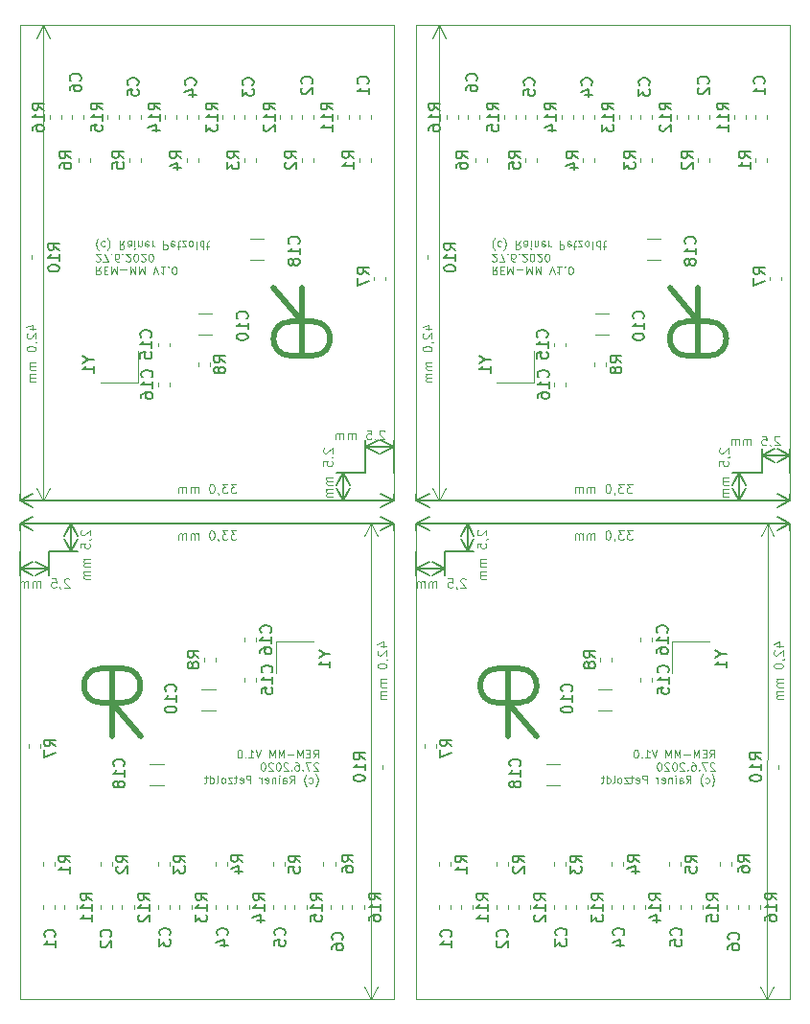
<source format=gbo>
G04 #@! TF.GenerationSoftware,KiCad,Pcbnew,(5.1.5)-3*
G04 #@! TF.CreationDate,2020-06-27T14:29:51+02:00*
G04 #@! TF.ProjectId,REM-MM_4,52454d2d-4d4d-45f3-942e-6b696361645f,V1.0*
G04 #@! TF.SameCoordinates,Original*
G04 #@! TF.FileFunction,Legend,Bot*
G04 #@! TF.FilePolarity,Positive*
%FSLAX46Y46*%
G04 Gerber Fmt 4.6, Leading zero omitted, Abs format (unit mm)*
G04 Created by KiCad (PCBNEW (5.1.5)-3) date 2020-06-27 14:29:51*
%MOMM*%
%LPD*%
G04 APERTURE LIST*
%ADD10C,0.070000*%
%ADD11C,0.100000*%
%ADD12C,0.150000*%
%ADD13C,0.500000*%
%ADD14C,0.120000*%
G04 APERTURE END LIST*
D10*
X169112166Y-62303333D02*
X168878833Y-62636666D01*
X168712166Y-62303333D02*
X168712166Y-63003333D01*
X168978833Y-63003333D01*
X169045500Y-62970000D01*
X169078833Y-62936666D01*
X169112166Y-62870000D01*
X169112166Y-62770000D01*
X169078833Y-62703333D01*
X169045500Y-62670000D01*
X168978833Y-62636666D01*
X168712166Y-62636666D01*
X169412166Y-62670000D02*
X169645500Y-62670000D01*
X169745500Y-62303333D02*
X169412166Y-62303333D01*
X169412166Y-63003333D01*
X169745500Y-63003333D01*
X170045500Y-62303333D02*
X170045500Y-63003333D01*
X170278833Y-62503333D01*
X170512166Y-63003333D01*
X170512166Y-62303333D01*
X170845500Y-62570000D02*
X171378833Y-62570000D01*
X171712166Y-62303333D02*
X171712166Y-63003333D01*
X171945500Y-62503333D01*
X172178833Y-63003333D01*
X172178833Y-62303333D01*
X172512166Y-62303333D02*
X172512166Y-63003333D01*
X172745500Y-62503333D01*
X172978833Y-63003333D01*
X172978833Y-62303333D01*
X173745500Y-63003333D02*
X173978833Y-62303333D01*
X174212166Y-63003333D01*
X174812166Y-62303333D02*
X174412166Y-62303333D01*
X174612166Y-62303333D02*
X174612166Y-63003333D01*
X174545500Y-62903333D01*
X174478833Y-62836666D01*
X174412166Y-62803333D01*
X175112166Y-62370000D02*
X175145500Y-62336666D01*
X175112166Y-62303333D01*
X175078833Y-62336666D01*
X175112166Y-62370000D01*
X175112166Y-62303333D01*
X175578833Y-63003333D02*
X175645500Y-63003333D01*
X175712166Y-62970000D01*
X175745500Y-62936666D01*
X175778833Y-62870000D01*
X175812166Y-62736666D01*
X175812166Y-62570000D01*
X175778833Y-62436666D01*
X175745500Y-62370000D01*
X175712166Y-62336666D01*
X175645500Y-62303333D01*
X175578833Y-62303333D01*
X175512166Y-62336666D01*
X175478833Y-62370000D01*
X175445500Y-62436666D01*
X175412166Y-62570000D01*
X175412166Y-62736666D01*
X175445500Y-62870000D01*
X175478833Y-62936666D01*
X175512166Y-62970000D01*
X175578833Y-63003333D01*
X168678833Y-61816666D02*
X168712166Y-61850000D01*
X168778833Y-61883333D01*
X168945500Y-61883333D01*
X169012166Y-61850000D01*
X169045500Y-61816666D01*
X169078833Y-61750000D01*
X169078833Y-61683333D01*
X169045500Y-61583333D01*
X168645500Y-61183333D01*
X169078833Y-61183333D01*
X169312166Y-61883333D02*
X169778833Y-61883333D01*
X169478833Y-61183333D01*
X170045500Y-61250000D02*
X170078833Y-61216666D01*
X170045500Y-61183333D01*
X170012166Y-61216666D01*
X170045500Y-61250000D01*
X170045500Y-61183333D01*
X170678833Y-61883333D02*
X170545500Y-61883333D01*
X170478833Y-61850000D01*
X170445500Y-61816666D01*
X170378833Y-61716666D01*
X170345500Y-61583333D01*
X170345500Y-61316666D01*
X170378833Y-61250000D01*
X170412166Y-61216666D01*
X170478833Y-61183333D01*
X170612166Y-61183333D01*
X170678833Y-61216666D01*
X170712166Y-61250000D01*
X170745500Y-61316666D01*
X170745500Y-61483333D01*
X170712166Y-61550000D01*
X170678833Y-61583333D01*
X170612166Y-61616666D01*
X170478833Y-61616666D01*
X170412166Y-61583333D01*
X170378833Y-61550000D01*
X170345500Y-61483333D01*
X171045500Y-61250000D02*
X171078833Y-61216666D01*
X171045500Y-61183333D01*
X171012166Y-61216666D01*
X171045500Y-61250000D01*
X171045500Y-61183333D01*
X171345500Y-61816666D02*
X171378833Y-61850000D01*
X171445500Y-61883333D01*
X171612166Y-61883333D01*
X171678833Y-61850000D01*
X171712166Y-61816666D01*
X171745500Y-61750000D01*
X171745500Y-61683333D01*
X171712166Y-61583333D01*
X171312166Y-61183333D01*
X171745500Y-61183333D01*
X172178833Y-61883333D02*
X172245500Y-61883333D01*
X172312166Y-61850000D01*
X172345500Y-61816666D01*
X172378833Y-61750000D01*
X172412166Y-61616666D01*
X172412166Y-61450000D01*
X172378833Y-61316666D01*
X172345500Y-61250000D01*
X172312166Y-61216666D01*
X172245500Y-61183333D01*
X172178833Y-61183333D01*
X172112166Y-61216666D01*
X172078833Y-61250000D01*
X172045500Y-61316666D01*
X172012166Y-61450000D01*
X172012166Y-61616666D01*
X172045500Y-61750000D01*
X172078833Y-61816666D01*
X172112166Y-61850000D01*
X172178833Y-61883333D01*
X172678833Y-61816666D02*
X172712166Y-61850000D01*
X172778833Y-61883333D01*
X172945500Y-61883333D01*
X173012166Y-61850000D01*
X173045500Y-61816666D01*
X173078833Y-61750000D01*
X173078833Y-61683333D01*
X173045500Y-61583333D01*
X172645500Y-61183333D01*
X173078833Y-61183333D01*
X173512166Y-61883333D02*
X173578833Y-61883333D01*
X173645500Y-61850000D01*
X173678833Y-61816666D01*
X173712166Y-61750000D01*
X173745500Y-61616666D01*
X173745500Y-61450000D01*
X173712166Y-61316666D01*
X173678833Y-61250000D01*
X173645500Y-61216666D01*
X173578833Y-61183333D01*
X173512166Y-61183333D01*
X173445500Y-61216666D01*
X173412166Y-61250000D01*
X173378833Y-61316666D01*
X173345500Y-61450000D01*
X173345500Y-61616666D01*
X173378833Y-61750000D01*
X173412166Y-61816666D01*
X173445500Y-61850000D01*
X173512166Y-61883333D01*
X168912166Y-59796666D02*
X168878833Y-59830000D01*
X168812166Y-59930000D01*
X168778833Y-59996666D01*
X168745500Y-60096666D01*
X168712166Y-60263333D01*
X168712166Y-60396666D01*
X168745500Y-60563333D01*
X168778833Y-60663333D01*
X168812166Y-60730000D01*
X168878833Y-60830000D01*
X168912166Y-60863333D01*
X169478833Y-60096666D02*
X169412166Y-60063333D01*
X169278833Y-60063333D01*
X169212166Y-60096666D01*
X169178833Y-60130000D01*
X169145500Y-60196666D01*
X169145500Y-60396666D01*
X169178833Y-60463333D01*
X169212166Y-60496666D01*
X169278833Y-60530000D01*
X169412166Y-60530000D01*
X169478833Y-60496666D01*
X169712166Y-59796666D02*
X169745500Y-59830000D01*
X169812166Y-59930000D01*
X169845500Y-59996666D01*
X169878833Y-60096666D01*
X169912166Y-60263333D01*
X169912166Y-60396666D01*
X169878833Y-60563333D01*
X169845500Y-60663333D01*
X169812166Y-60730000D01*
X169745500Y-60830000D01*
X169712166Y-60863333D01*
X171178833Y-60063333D02*
X170945500Y-60396666D01*
X170778833Y-60063333D02*
X170778833Y-60763333D01*
X171045500Y-60763333D01*
X171112166Y-60730000D01*
X171145500Y-60696666D01*
X171178833Y-60630000D01*
X171178833Y-60530000D01*
X171145500Y-60463333D01*
X171112166Y-60430000D01*
X171045500Y-60396666D01*
X170778833Y-60396666D01*
X171778833Y-60063333D02*
X171778833Y-60430000D01*
X171745500Y-60496666D01*
X171678833Y-60530000D01*
X171545500Y-60530000D01*
X171478833Y-60496666D01*
X171778833Y-60096666D02*
X171712166Y-60063333D01*
X171545500Y-60063333D01*
X171478833Y-60096666D01*
X171445500Y-60163333D01*
X171445500Y-60230000D01*
X171478833Y-60296666D01*
X171545500Y-60330000D01*
X171712166Y-60330000D01*
X171778833Y-60363333D01*
X172112166Y-60063333D02*
X172112166Y-60530000D01*
X172112166Y-60763333D02*
X172078833Y-60730000D01*
X172112166Y-60696666D01*
X172145500Y-60730000D01*
X172112166Y-60763333D01*
X172112166Y-60696666D01*
X172445500Y-60530000D02*
X172445500Y-60063333D01*
X172445500Y-60463333D02*
X172478833Y-60496666D01*
X172545500Y-60530000D01*
X172645500Y-60530000D01*
X172712166Y-60496666D01*
X172745500Y-60430000D01*
X172745500Y-60063333D01*
X173345500Y-60096666D02*
X173278833Y-60063333D01*
X173145500Y-60063333D01*
X173078833Y-60096666D01*
X173045500Y-60163333D01*
X173045500Y-60430000D01*
X173078833Y-60496666D01*
X173145500Y-60530000D01*
X173278833Y-60530000D01*
X173345500Y-60496666D01*
X173378833Y-60430000D01*
X173378833Y-60363333D01*
X173045500Y-60296666D01*
X173678833Y-60063333D02*
X173678833Y-60530000D01*
X173678833Y-60396666D02*
X173712166Y-60463333D01*
X173745500Y-60496666D01*
X173812166Y-60530000D01*
X173878833Y-60530000D01*
X174645500Y-60063333D02*
X174645500Y-60763333D01*
X174912166Y-60763333D01*
X174978833Y-60730000D01*
X175012166Y-60696666D01*
X175045500Y-60630000D01*
X175045500Y-60530000D01*
X175012166Y-60463333D01*
X174978833Y-60430000D01*
X174912166Y-60396666D01*
X174645500Y-60396666D01*
X175612166Y-60096666D02*
X175545500Y-60063333D01*
X175412166Y-60063333D01*
X175345500Y-60096666D01*
X175312166Y-60163333D01*
X175312166Y-60430000D01*
X175345500Y-60496666D01*
X175412166Y-60530000D01*
X175545500Y-60530000D01*
X175612166Y-60496666D01*
X175645500Y-60430000D01*
X175645500Y-60363333D01*
X175312166Y-60296666D01*
X175845500Y-60530000D02*
X176112166Y-60530000D01*
X175945500Y-60763333D02*
X175945500Y-60163333D01*
X175978833Y-60096666D01*
X176045500Y-60063333D01*
X176112166Y-60063333D01*
X176278833Y-60530000D02*
X176645500Y-60530000D01*
X176278833Y-60063333D01*
X176645500Y-60063333D01*
X177012166Y-60063333D02*
X176945500Y-60096666D01*
X176912166Y-60130000D01*
X176878833Y-60196666D01*
X176878833Y-60396666D01*
X176912166Y-60463333D01*
X176945500Y-60496666D01*
X177012166Y-60530000D01*
X177112166Y-60530000D01*
X177178833Y-60496666D01*
X177212166Y-60463333D01*
X177245500Y-60396666D01*
X177245500Y-60196666D01*
X177212166Y-60130000D01*
X177178833Y-60096666D01*
X177112166Y-60063333D01*
X177012166Y-60063333D01*
X177645500Y-60063333D02*
X177578833Y-60096666D01*
X177545500Y-60163333D01*
X177545500Y-60763333D01*
X178212166Y-60063333D02*
X178212166Y-60763333D01*
X178212166Y-60096666D02*
X178145500Y-60063333D01*
X178012166Y-60063333D01*
X177945500Y-60096666D01*
X177912166Y-60130000D01*
X177878833Y-60196666D01*
X177878833Y-60396666D01*
X177912166Y-60463333D01*
X177945500Y-60496666D01*
X178012166Y-60530000D01*
X178145500Y-60530000D01*
X178212166Y-60496666D01*
X178445500Y-60530000D02*
X178712166Y-60530000D01*
X178545500Y-60763333D02*
X178545500Y-60163333D01*
X178578833Y-60096666D01*
X178645500Y-60063333D01*
X178712166Y-60063333D01*
D11*
X162828571Y-67828571D02*
X163361904Y-67828571D01*
X162523809Y-67638095D02*
X163095238Y-67447619D01*
X163095238Y-67942857D01*
X162638095Y-68209523D02*
X162600000Y-68247619D01*
X162561904Y-68323809D01*
X162561904Y-68514285D01*
X162600000Y-68590476D01*
X162638095Y-68628571D01*
X162714285Y-68666666D01*
X162790476Y-68666666D01*
X162904761Y-68628571D01*
X163361904Y-68171428D01*
X163361904Y-68666666D01*
X163323809Y-69047619D02*
X163361904Y-69047619D01*
X163438095Y-69009523D01*
X163476190Y-68971428D01*
X162561904Y-69542857D02*
X162561904Y-69619047D01*
X162600000Y-69695238D01*
X162638095Y-69733333D01*
X162714285Y-69771428D01*
X162866666Y-69809523D01*
X163057142Y-69809523D01*
X163209523Y-69771428D01*
X163285714Y-69733333D01*
X163323809Y-69695238D01*
X163361904Y-69619047D01*
X163361904Y-69542857D01*
X163323809Y-69466666D01*
X163285714Y-69428571D01*
X163209523Y-69390476D01*
X163057142Y-69352380D01*
X162866666Y-69352380D01*
X162714285Y-69390476D01*
X162638095Y-69428571D01*
X162600000Y-69466666D01*
X162561904Y-69542857D01*
X163361904Y-70761904D02*
X162828571Y-70761904D01*
X162904761Y-70761904D02*
X162866666Y-70800000D01*
X162828571Y-70876190D01*
X162828571Y-70990476D01*
X162866666Y-71066666D01*
X162942857Y-71104761D01*
X163361904Y-71104761D01*
X162942857Y-71104761D02*
X162866666Y-71142857D01*
X162828571Y-71219047D01*
X162828571Y-71333333D01*
X162866666Y-71409523D01*
X162942857Y-71447619D01*
X163361904Y-71447619D01*
X163361904Y-71828571D02*
X162828571Y-71828571D01*
X162904761Y-71828571D02*
X162866666Y-71866666D01*
X162828571Y-71942857D01*
X162828571Y-72057142D01*
X162866666Y-72133333D01*
X162942857Y-72171428D01*
X163361904Y-72171428D01*
X162942857Y-72171428D02*
X162866666Y-72209523D01*
X162828571Y-72285714D01*
X162828571Y-72400000D01*
X162866666Y-72476190D01*
X162942857Y-72514285D01*
X163361904Y-72514285D01*
X164020000Y-40999724D02*
X164000000Y-82999724D01*
X162000000Y-40998762D02*
X164606420Y-41000003D01*
X161980000Y-82998762D02*
X164586420Y-83000003D01*
X164000000Y-82999724D02*
X163414116Y-81872941D01*
X164000000Y-82999724D02*
X164586957Y-81873500D01*
X164020000Y-40999724D02*
X163433043Y-42125948D01*
X164020000Y-40999724D02*
X164605884Y-42126507D01*
X194085714Y-77338095D02*
X194047619Y-77300000D01*
X193971428Y-77261904D01*
X193780952Y-77261904D01*
X193704761Y-77300000D01*
X193666666Y-77338095D01*
X193628571Y-77414285D01*
X193628571Y-77490476D01*
X193666666Y-77604761D01*
X194123809Y-78061904D01*
X193628571Y-78061904D01*
X193247619Y-78023809D02*
X193247619Y-78061904D01*
X193285714Y-78138095D01*
X193323809Y-78176190D01*
X192523809Y-77261904D02*
X192904761Y-77261904D01*
X192942857Y-77642857D01*
X192904761Y-77604761D01*
X192828571Y-77566666D01*
X192638095Y-77566666D01*
X192561904Y-77604761D01*
X192523809Y-77642857D01*
X192485714Y-77719047D01*
X192485714Y-77909523D01*
X192523809Y-77985714D01*
X192561904Y-78023809D01*
X192638095Y-78061904D01*
X192828571Y-78061904D01*
X192904761Y-78023809D01*
X192942857Y-77985714D01*
X191533333Y-78061904D02*
X191533333Y-77528571D01*
X191533333Y-77604761D02*
X191495238Y-77566666D01*
X191419047Y-77528571D01*
X191304761Y-77528571D01*
X191228571Y-77566666D01*
X191190476Y-77642857D01*
X191190476Y-78061904D01*
X191190476Y-77642857D02*
X191152380Y-77566666D01*
X191076190Y-77528571D01*
X190961904Y-77528571D01*
X190885714Y-77566666D01*
X190847619Y-77642857D01*
X190847619Y-78061904D01*
X190466666Y-78061904D02*
X190466666Y-77528571D01*
X190466666Y-77604761D02*
X190428571Y-77566666D01*
X190352380Y-77528571D01*
X190238095Y-77528571D01*
X190161904Y-77566666D01*
X190123809Y-77642857D01*
X190123809Y-78061904D01*
X190123809Y-77642857D02*
X190085714Y-77566666D01*
X190009523Y-77528571D01*
X189895238Y-77528571D01*
X189819047Y-77566666D01*
X189780952Y-77642857D01*
X189780952Y-78061904D01*
D12*
X192500000Y-79000000D02*
X195000000Y-79000000D01*
X192500000Y-80500000D02*
X192500000Y-78413579D01*
X195000000Y-80500000D02*
X195000000Y-78413579D01*
X195000000Y-79000000D02*
X193873496Y-79586421D01*
X195000000Y-79000000D02*
X193873496Y-78413579D01*
X192500000Y-79000000D02*
X193626504Y-79586421D01*
X192500000Y-79000000D02*
X193626504Y-78413579D01*
D11*
X166335714Y-89938095D02*
X166297619Y-89900000D01*
X166221428Y-89861904D01*
X166030952Y-89861904D01*
X165954761Y-89900000D01*
X165916666Y-89938095D01*
X165878571Y-90014285D01*
X165878571Y-90090476D01*
X165916666Y-90204761D01*
X166373809Y-90661904D01*
X165878571Y-90661904D01*
X165497619Y-90623809D02*
X165497619Y-90661904D01*
X165535714Y-90738095D01*
X165573809Y-90776190D01*
X164773809Y-89861904D02*
X165154761Y-89861904D01*
X165192857Y-90242857D01*
X165154761Y-90204761D01*
X165078571Y-90166666D01*
X164888095Y-90166666D01*
X164811904Y-90204761D01*
X164773809Y-90242857D01*
X164735714Y-90319047D01*
X164735714Y-90509523D01*
X164773809Y-90585714D01*
X164811904Y-90623809D01*
X164888095Y-90661904D01*
X165078571Y-90661904D01*
X165154761Y-90623809D01*
X165192857Y-90585714D01*
X163783333Y-90661904D02*
X163783333Y-90128571D01*
X163783333Y-90204761D02*
X163745238Y-90166666D01*
X163669047Y-90128571D01*
X163554761Y-90128571D01*
X163478571Y-90166666D01*
X163440476Y-90242857D01*
X163440476Y-90661904D01*
X163440476Y-90242857D02*
X163402380Y-90166666D01*
X163326190Y-90128571D01*
X163211904Y-90128571D01*
X163135714Y-90166666D01*
X163097619Y-90242857D01*
X163097619Y-90661904D01*
X162716666Y-90661904D02*
X162716666Y-90128571D01*
X162716666Y-90204761D02*
X162678571Y-90166666D01*
X162602380Y-90128571D01*
X162488095Y-90128571D01*
X162411904Y-90166666D01*
X162373809Y-90242857D01*
X162373809Y-90661904D01*
X162373809Y-90242857D02*
X162335714Y-90166666D01*
X162259523Y-90128571D01*
X162145238Y-90128571D01*
X162069047Y-90166666D01*
X162030952Y-90242857D01*
X162030952Y-90661904D01*
D12*
X164500000Y-89000000D02*
X162000000Y-89000000D01*
X164500000Y-87500000D02*
X164500000Y-89586421D01*
X162000000Y-87500000D02*
X162000000Y-89586421D01*
X162000000Y-89000000D02*
X163126504Y-88413579D01*
X162000000Y-89000000D02*
X163126504Y-89586421D01*
X164500000Y-89000000D02*
X163373496Y-88413579D01*
X164500000Y-89000000D02*
X163373496Y-89586421D01*
D11*
X195000000Y-83000000D02*
X162000000Y-83000000D01*
X181090476Y-81511904D02*
X180595238Y-81511904D01*
X180861904Y-81816666D01*
X180747619Y-81816666D01*
X180671428Y-81854761D01*
X180633333Y-81892857D01*
X180595238Y-81969047D01*
X180595238Y-82159523D01*
X180633333Y-82235714D01*
X180671428Y-82273809D01*
X180747619Y-82311904D01*
X180976190Y-82311904D01*
X181052380Y-82273809D01*
X181090476Y-82235714D01*
X180328571Y-81511904D02*
X179833333Y-81511904D01*
X180100000Y-81816666D01*
X179985714Y-81816666D01*
X179909523Y-81854761D01*
X179871428Y-81892857D01*
X179833333Y-81969047D01*
X179833333Y-82159523D01*
X179871428Y-82235714D01*
X179909523Y-82273809D01*
X179985714Y-82311904D01*
X180214285Y-82311904D01*
X180290476Y-82273809D01*
X180328571Y-82235714D01*
X179452380Y-82273809D02*
X179452380Y-82311904D01*
X179490476Y-82388095D01*
X179528571Y-82426190D01*
X178957142Y-81511904D02*
X178880952Y-81511904D01*
X178804761Y-81550000D01*
X178766666Y-81588095D01*
X178728571Y-81664285D01*
X178690476Y-81816666D01*
X178690476Y-82007142D01*
X178728571Y-82159523D01*
X178766666Y-82235714D01*
X178804761Y-82273809D01*
X178880952Y-82311904D01*
X178957142Y-82311904D01*
X179033333Y-82273809D01*
X179071428Y-82235714D01*
X179109523Y-82159523D01*
X179147619Y-82007142D01*
X179147619Y-81816666D01*
X179109523Y-81664285D01*
X179071428Y-81588095D01*
X179033333Y-81550000D01*
X178957142Y-81511904D01*
X177738095Y-82311904D02*
X177738095Y-81778571D01*
X177738095Y-81854761D02*
X177700000Y-81816666D01*
X177623809Y-81778571D01*
X177509523Y-81778571D01*
X177433333Y-81816666D01*
X177395238Y-81892857D01*
X177395238Y-82311904D01*
X177395238Y-81892857D02*
X177357142Y-81816666D01*
X177280952Y-81778571D01*
X177166666Y-81778571D01*
X177090476Y-81816666D01*
X177052380Y-81892857D01*
X177052380Y-82311904D01*
X176671428Y-82311904D02*
X176671428Y-81778571D01*
X176671428Y-81854761D02*
X176633333Y-81816666D01*
X176557142Y-81778571D01*
X176442857Y-81778571D01*
X176366666Y-81816666D01*
X176328571Y-81892857D01*
X176328571Y-82311904D01*
X176328571Y-81892857D02*
X176290476Y-81816666D01*
X176214285Y-81778571D01*
X176100000Y-81778571D01*
X176023809Y-81816666D01*
X175985714Y-81892857D01*
X175985714Y-82311904D01*
D12*
X195000000Y-83000000D02*
X162000000Y-83000000D01*
X195000000Y-83000000D02*
X195000000Y-82413579D01*
X162000000Y-83000000D02*
X162000000Y-82413579D01*
X162000000Y-83000000D02*
X163126504Y-82413579D01*
X162000000Y-83000000D02*
X163126504Y-83586421D01*
X195000000Y-83000000D02*
X193873496Y-82413579D01*
X195000000Y-83000000D02*
X193873496Y-83586421D01*
D11*
X193828571Y-95828571D02*
X194361904Y-95828571D01*
X193523809Y-95638095D02*
X194095238Y-95447619D01*
X194095238Y-95942857D01*
X193638095Y-96209523D02*
X193600000Y-96247619D01*
X193561904Y-96323809D01*
X193561904Y-96514285D01*
X193600000Y-96590476D01*
X193638095Y-96628571D01*
X193714285Y-96666666D01*
X193790476Y-96666666D01*
X193904761Y-96628571D01*
X194361904Y-96171428D01*
X194361904Y-96666666D01*
X194323809Y-97047619D02*
X194361904Y-97047619D01*
X194438095Y-97009523D01*
X194476190Y-96971428D01*
X193561904Y-97542857D02*
X193561904Y-97619047D01*
X193600000Y-97695238D01*
X193638095Y-97733333D01*
X193714285Y-97771428D01*
X193866666Y-97809523D01*
X194057142Y-97809523D01*
X194209523Y-97771428D01*
X194285714Y-97733333D01*
X194323809Y-97695238D01*
X194361904Y-97619047D01*
X194361904Y-97542857D01*
X194323809Y-97466666D01*
X194285714Y-97428571D01*
X194209523Y-97390476D01*
X194057142Y-97352380D01*
X193866666Y-97352380D01*
X193714285Y-97390476D01*
X193638095Y-97428571D01*
X193600000Y-97466666D01*
X193561904Y-97542857D01*
X194361904Y-98761904D02*
X193828571Y-98761904D01*
X193904761Y-98761904D02*
X193866666Y-98800000D01*
X193828571Y-98876190D01*
X193828571Y-98990476D01*
X193866666Y-99066666D01*
X193942857Y-99104761D01*
X194361904Y-99104761D01*
X193942857Y-99104761D02*
X193866666Y-99142857D01*
X193828571Y-99219047D01*
X193828571Y-99333333D01*
X193866666Y-99409523D01*
X193942857Y-99447619D01*
X194361904Y-99447619D01*
X194361904Y-99828571D02*
X193828571Y-99828571D01*
X193904761Y-99828571D02*
X193866666Y-99866666D01*
X193828571Y-99942857D01*
X193828571Y-100057142D01*
X193866666Y-100133333D01*
X193942857Y-100171428D01*
X194361904Y-100171428D01*
X193942857Y-100171428D02*
X193866666Y-100209523D01*
X193828571Y-100285714D01*
X193828571Y-100400000D01*
X193866666Y-100476190D01*
X193942857Y-100514285D01*
X194361904Y-100514285D01*
X192980000Y-127000276D02*
X193000000Y-85000276D01*
X195000000Y-127001238D02*
X192393580Y-126999997D01*
X195020000Y-85001238D02*
X192413580Y-84999997D01*
X193000000Y-85000276D02*
X193585884Y-86127059D01*
X193000000Y-85000276D02*
X192413043Y-86126500D01*
X192980000Y-127000276D02*
X193566957Y-125874052D01*
X192980000Y-127000276D02*
X192394116Y-125873493D01*
X162000000Y-41000000D02*
X162000000Y-83000000D01*
X188838095Y-78352380D02*
X188800000Y-78390476D01*
X188761904Y-78466666D01*
X188761904Y-78657142D01*
X188800000Y-78733333D01*
X188838095Y-78771428D01*
X188914285Y-78809523D01*
X188990476Y-78809523D01*
X189104761Y-78771428D01*
X189561904Y-78314285D01*
X189561904Y-78809523D01*
X189523809Y-79190476D02*
X189561904Y-79190476D01*
X189638095Y-79152380D01*
X189676190Y-79114285D01*
X188761904Y-79914285D02*
X188761904Y-79533333D01*
X189142857Y-79495238D01*
X189104761Y-79533333D01*
X189066666Y-79609523D01*
X189066666Y-79800000D01*
X189104761Y-79876190D01*
X189142857Y-79914285D01*
X189219047Y-79952380D01*
X189409523Y-79952380D01*
X189485714Y-79914285D01*
X189523809Y-79876190D01*
X189561904Y-79800000D01*
X189561904Y-79609523D01*
X189523809Y-79533333D01*
X189485714Y-79495238D01*
X189561904Y-80904761D02*
X189028571Y-80904761D01*
X189104761Y-80904761D02*
X189066666Y-80942857D01*
X189028571Y-81019047D01*
X189028571Y-81133333D01*
X189066666Y-81209523D01*
X189142857Y-81247619D01*
X189561904Y-81247619D01*
X189142857Y-81247619D02*
X189066666Y-81285714D01*
X189028571Y-81361904D01*
X189028571Y-81476190D01*
X189066666Y-81552380D01*
X189142857Y-81590476D01*
X189561904Y-81590476D01*
X189561904Y-81971428D02*
X189028571Y-81971428D01*
X189104761Y-81971428D02*
X189066666Y-82009523D01*
X189028571Y-82085714D01*
X189028571Y-82200000D01*
X189066666Y-82276190D01*
X189142857Y-82314285D01*
X189561904Y-82314285D01*
X189142857Y-82314285D02*
X189066666Y-82352380D01*
X189028571Y-82428571D01*
X189028571Y-82542857D01*
X189066666Y-82619047D01*
X189142857Y-82657142D01*
X189561904Y-82657142D01*
D12*
X190500000Y-80500000D02*
X190500000Y-83000000D01*
X192500000Y-80500000D02*
X189913579Y-80500000D01*
X192500000Y-83000000D02*
X189913579Y-83000000D01*
X190500000Y-83000000D02*
X189913579Y-81873496D01*
X190500000Y-83000000D02*
X191086421Y-81873496D01*
X190500000Y-80500000D02*
X189913579Y-81626504D01*
X190500000Y-80500000D02*
X191086421Y-81626504D01*
D11*
X167438095Y-85602380D02*
X167400000Y-85640476D01*
X167361904Y-85716666D01*
X167361904Y-85907142D01*
X167400000Y-85983333D01*
X167438095Y-86021428D01*
X167514285Y-86059523D01*
X167590476Y-86059523D01*
X167704761Y-86021428D01*
X168161904Y-85564285D01*
X168161904Y-86059523D01*
X168123809Y-86440476D02*
X168161904Y-86440476D01*
X168238095Y-86402380D01*
X168276190Y-86364285D01*
X167361904Y-87164285D02*
X167361904Y-86783333D01*
X167742857Y-86745238D01*
X167704761Y-86783333D01*
X167666666Y-86859523D01*
X167666666Y-87050000D01*
X167704761Y-87126190D01*
X167742857Y-87164285D01*
X167819047Y-87202380D01*
X168009523Y-87202380D01*
X168085714Y-87164285D01*
X168123809Y-87126190D01*
X168161904Y-87050000D01*
X168161904Y-86859523D01*
X168123809Y-86783333D01*
X168085714Y-86745238D01*
X168161904Y-88154761D02*
X167628571Y-88154761D01*
X167704761Y-88154761D02*
X167666666Y-88192857D01*
X167628571Y-88269047D01*
X167628571Y-88383333D01*
X167666666Y-88459523D01*
X167742857Y-88497619D01*
X168161904Y-88497619D01*
X167742857Y-88497619D02*
X167666666Y-88535714D01*
X167628571Y-88611904D01*
X167628571Y-88726190D01*
X167666666Y-88802380D01*
X167742857Y-88840476D01*
X168161904Y-88840476D01*
X168161904Y-89221428D02*
X167628571Y-89221428D01*
X167704761Y-89221428D02*
X167666666Y-89259523D01*
X167628571Y-89335714D01*
X167628571Y-89450000D01*
X167666666Y-89526190D01*
X167742857Y-89564285D01*
X168161904Y-89564285D01*
X167742857Y-89564285D02*
X167666666Y-89602380D01*
X167628571Y-89678571D01*
X167628571Y-89792857D01*
X167666666Y-89869047D01*
X167742857Y-89907142D01*
X168161904Y-89907142D01*
D12*
X166500000Y-87500000D02*
X166500000Y-85000000D01*
X164500000Y-87500000D02*
X167086421Y-87500000D01*
X164500000Y-85000000D02*
X167086421Y-85000000D01*
X166500000Y-85000000D02*
X167086421Y-86126504D01*
X166500000Y-85000000D02*
X165913579Y-86126504D01*
X166500000Y-87500000D02*
X167086421Y-86373496D01*
X166500000Y-87500000D02*
X165913579Y-86373496D01*
D11*
X162000000Y-85000000D02*
X195000000Y-85000000D01*
X195000000Y-41000000D02*
X162000000Y-41000000D01*
X195000000Y-41000000D02*
X195000000Y-83000000D01*
X181090476Y-85611904D02*
X180595238Y-85611904D01*
X180861904Y-85916666D01*
X180747619Y-85916666D01*
X180671428Y-85954761D01*
X180633333Y-85992857D01*
X180595238Y-86069047D01*
X180595238Y-86259523D01*
X180633333Y-86335714D01*
X180671428Y-86373809D01*
X180747619Y-86411904D01*
X180976190Y-86411904D01*
X181052380Y-86373809D01*
X181090476Y-86335714D01*
X180328571Y-85611904D02*
X179833333Y-85611904D01*
X180100000Y-85916666D01*
X179985714Y-85916666D01*
X179909523Y-85954761D01*
X179871428Y-85992857D01*
X179833333Y-86069047D01*
X179833333Y-86259523D01*
X179871428Y-86335714D01*
X179909523Y-86373809D01*
X179985714Y-86411904D01*
X180214285Y-86411904D01*
X180290476Y-86373809D01*
X180328571Y-86335714D01*
X179452380Y-86373809D02*
X179452380Y-86411904D01*
X179490476Y-86488095D01*
X179528571Y-86526190D01*
X178957142Y-85611904D02*
X178880952Y-85611904D01*
X178804761Y-85650000D01*
X178766666Y-85688095D01*
X178728571Y-85764285D01*
X178690476Y-85916666D01*
X178690476Y-86107142D01*
X178728571Y-86259523D01*
X178766666Y-86335714D01*
X178804761Y-86373809D01*
X178880952Y-86411904D01*
X178957142Y-86411904D01*
X179033333Y-86373809D01*
X179071428Y-86335714D01*
X179109523Y-86259523D01*
X179147619Y-86107142D01*
X179147619Y-85916666D01*
X179109523Y-85764285D01*
X179071428Y-85688095D01*
X179033333Y-85650000D01*
X178957142Y-85611904D01*
X177738095Y-86411904D02*
X177738095Y-85878571D01*
X177738095Y-85954761D02*
X177700000Y-85916666D01*
X177623809Y-85878571D01*
X177509523Y-85878571D01*
X177433333Y-85916666D01*
X177395238Y-85992857D01*
X177395238Y-86411904D01*
X177395238Y-85992857D02*
X177357142Y-85916666D01*
X177280952Y-85878571D01*
X177166666Y-85878571D01*
X177090476Y-85916666D01*
X177052380Y-85992857D01*
X177052380Y-86411904D01*
X176671428Y-86411904D02*
X176671428Y-85878571D01*
X176671428Y-85954761D02*
X176633333Y-85916666D01*
X176557142Y-85878571D01*
X176442857Y-85878571D01*
X176366666Y-85916666D01*
X176328571Y-85992857D01*
X176328571Y-86411904D01*
X176328571Y-85992857D02*
X176290476Y-85916666D01*
X176214285Y-85878571D01*
X176100000Y-85878571D01*
X176023809Y-85916666D01*
X175985714Y-85992857D01*
X175985714Y-86411904D01*
D12*
X162000000Y-85000000D02*
X195000000Y-85000000D01*
X162000000Y-85000000D02*
X162000000Y-85586421D01*
X195000000Y-85000000D02*
X195000000Y-85586421D01*
X195000000Y-85000000D02*
X193873496Y-85586421D01*
X195000000Y-85000000D02*
X193873496Y-84413579D01*
X162000000Y-85000000D02*
X163126504Y-85586421D01*
X162000000Y-85000000D02*
X163126504Y-84413579D01*
D10*
X187887833Y-105696666D02*
X188121166Y-105363333D01*
X188287833Y-105696666D02*
X188287833Y-104996666D01*
X188021166Y-104996666D01*
X187954500Y-105030000D01*
X187921166Y-105063333D01*
X187887833Y-105130000D01*
X187887833Y-105230000D01*
X187921166Y-105296666D01*
X187954500Y-105330000D01*
X188021166Y-105363333D01*
X188287833Y-105363333D01*
X187587833Y-105330000D02*
X187354500Y-105330000D01*
X187254500Y-105696666D02*
X187587833Y-105696666D01*
X187587833Y-104996666D01*
X187254500Y-104996666D01*
X186954500Y-105696666D02*
X186954500Y-104996666D01*
X186721166Y-105496666D01*
X186487833Y-104996666D01*
X186487833Y-105696666D01*
X186154500Y-105430000D02*
X185621166Y-105430000D01*
X185287833Y-105696666D02*
X185287833Y-104996666D01*
X185054500Y-105496666D01*
X184821166Y-104996666D01*
X184821166Y-105696666D01*
X184487833Y-105696666D02*
X184487833Y-104996666D01*
X184254500Y-105496666D01*
X184021166Y-104996666D01*
X184021166Y-105696666D01*
X183254500Y-104996666D02*
X183021166Y-105696666D01*
X182787833Y-104996666D01*
X182187833Y-105696666D02*
X182587833Y-105696666D01*
X182387833Y-105696666D02*
X182387833Y-104996666D01*
X182454500Y-105096666D01*
X182521166Y-105163333D01*
X182587833Y-105196666D01*
X181887833Y-105630000D02*
X181854500Y-105663333D01*
X181887833Y-105696666D01*
X181921166Y-105663333D01*
X181887833Y-105630000D01*
X181887833Y-105696666D01*
X181421166Y-104996666D02*
X181354500Y-104996666D01*
X181287833Y-105030000D01*
X181254500Y-105063333D01*
X181221166Y-105130000D01*
X181187833Y-105263333D01*
X181187833Y-105430000D01*
X181221166Y-105563333D01*
X181254500Y-105630000D01*
X181287833Y-105663333D01*
X181354500Y-105696666D01*
X181421166Y-105696666D01*
X181487833Y-105663333D01*
X181521166Y-105630000D01*
X181554500Y-105563333D01*
X181587833Y-105430000D01*
X181587833Y-105263333D01*
X181554500Y-105130000D01*
X181521166Y-105063333D01*
X181487833Y-105030000D01*
X181421166Y-104996666D01*
X188321166Y-106183333D02*
X188287833Y-106150000D01*
X188221166Y-106116666D01*
X188054500Y-106116666D01*
X187987833Y-106150000D01*
X187954500Y-106183333D01*
X187921166Y-106250000D01*
X187921166Y-106316666D01*
X187954500Y-106416666D01*
X188354500Y-106816666D01*
X187921166Y-106816666D01*
X187687833Y-106116666D02*
X187221166Y-106116666D01*
X187521166Y-106816666D01*
X186954500Y-106750000D02*
X186921166Y-106783333D01*
X186954500Y-106816666D01*
X186987833Y-106783333D01*
X186954500Y-106750000D01*
X186954500Y-106816666D01*
X186321166Y-106116666D02*
X186454500Y-106116666D01*
X186521166Y-106150000D01*
X186554500Y-106183333D01*
X186621166Y-106283333D01*
X186654500Y-106416666D01*
X186654500Y-106683333D01*
X186621166Y-106750000D01*
X186587833Y-106783333D01*
X186521166Y-106816666D01*
X186387833Y-106816666D01*
X186321166Y-106783333D01*
X186287833Y-106750000D01*
X186254500Y-106683333D01*
X186254500Y-106516666D01*
X186287833Y-106450000D01*
X186321166Y-106416666D01*
X186387833Y-106383333D01*
X186521166Y-106383333D01*
X186587833Y-106416666D01*
X186621166Y-106450000D01*
X186654500Y-106516666D01*
X185954500Y-106750000D02*
X185921166Y-106783333D01*
X185954500Y-106816666D01*
X185987833Y-106783333D01*
X185954500Y-106750000D01*
X185954500Y-106816666D01*
X185654500Y-106183333D02*
X185621166Y-106150000D01*
X185554500Y-106116666D01*
X185387833Y-106116666D01*
X185321166Y-106150000D01*
X185287833Y-106183333D01*
X185254500Y-106250000D01*
X185254500Y-106316666D01*
X185287833Y-106416666D01*
X185687833Y-106816666D01*
X185254500Y-106816666D01*
X184821166Y-106116666D02*
X184754500Y-106116666D01*
X184687833Y-106150000D01*
X184654500Y-106183333D01*
X184621166Y-106250000D01*
X184587833Y-106383333D01*
X184587833Y-106550000D01*
X184621166Y-106683333D01*
X184654500Y-106750000D01*
X184687833Y-106783333D01*
X184754500Y-106816666D01*
X184821166Y-106816666D01*
X184887833Y-106783333D01*
X184921166Y-106750000D01*
X184954500Y-106683333D01*
X184987833Y-106550000D01*
X184987833Y-106383333D01*
X184954500Y-106250000D01*
X184921166Y-106183333D01*
X184887833Y-106150000D01*
X184821166Y-106116666D01*
X184321166Y-106183333D02*
X184287833Y-106150000D01*
X184221166Y-106116666D01*
X184054500Y-106116666D01*
X183987833Y-106150000D01*
X183954500Y-106183333D01*
X183921166Y-106250000D01*
X183921166Y-106316666D01*
X183954500Y-106416666D01*
X184354500Y-106816666D01*
X183921166Y-106816666D01*
X183487833Y-106116666D02*
X183421166Y-106116666D01*
X183354500Y-106150000D01*
X183321166Y-106183333D01*
X183287833Y-106250000D01*
X183254500Y-106383333D01*
X183254500Y-106550000D01*
X183287833Y-106683333D01*
X183321166Y-106750000D01*
X183354500Y-106783333D01*
X183421166Y-106816666D01*
X183487833Y-106816666D01*
X183554500Y-106783333D01*
X183587833Y-106750000D01*
X183621166Y-106683333D01*
X183654500Y-106550000D01*
X183654500Y-106383333D01*
X183621166Y-106250000D01*
X183587833Y-106183333D01*
X183554500Y-106150000D01*
X183487833Y-106116666D01*
X188087833Y-108203333D02*
X188121166Y-108170000D01*
X188187833Y-108070000D01*
X188221166Y-108003333D01*
X188254500Y-107903333D01*
X188287833Y-107736666D01*
X188287833Y-107603333D01*
X188254500Y-107436666D01*
X188221166Y-107336666D01*
X188187833Y-107270000D01*
X188121166Y-107170000D01*
X188087833Y-107136666D01*
X187521166Y-107903333D02*
X187587833Y-107936666D01*
X187721166Y-107936666D01*
X187787833Y-107903333D01*
X187821166Y-107870000D01*
X187854500Y-107803333D01*
X187854500Y-107603333D01*
X187821166Y-107536666D01*
X187787833Y-107503333D01*
X187721166Y-107470000D01*
X187587833Y-107470000D01*
X187521166Y-107503333D01*
X187287833Y-108203333D02*
X187254500Y-108170000D01*
X187187833Y-108070000D01*
X187154500Y-108003333D01*
X187121166Y-107903333D01*
X187087833Y-107736666D01*
X187087833Y-107603333D01*
X187121166Y-107436666D01*
X187154500Y-107336666D01*
X187187833Y-107270000D01*
X187254500Y-107170000D01*
X187287833Y-107136666D01*
X185821166Y-107936666D02*
X186054500Y-107603333D01*
X186221166Y-107936666D02*
X186221166Y-107236666D01*
X185954500Y-107236666D01*
X185887833Y-107270000D01*
X185854500Y-107303333D01*
X185821166Y-107370000D01*
X185821166Y-107470000D01*
X185854500Y-107536666D01*
X185887833Y-107570000D01*
X185954500Y-107603333D01*
X186221166Y-107603333D01*
X185221166Y-107936666D02*
X185221166Y-107570000D01*
X185254500Y-107503333D01*
X185321166Y-107470000D01*
X185454500Y-107470000D01*
X185521166Y-107503333D01*
X185221166Y-107903333D02*
X185287833Y-107936666D01*
X185454500Y-107936666D01*
X185521166Y-107903333D01*
X185554500Y-107836666D01*
X185554500Y-107770000D01*
X185521166Y-107703333D01*
X185454500Y-107670000D01*
X185287833Y-107670000D01*
X185221166Y-107636666D01*
X184887833Y-107936666D02*
X184887833Y-107470000D01*
X184887833Y-107236666D02*
X184921166Y-107270000D01*
X184887833Y-107303333D01*
X184854500Y-107270000D01*
X184887833Y-107236666D01*
X184887833Y-107303333D01*
X184554500Y-107470000D02*
X184554500Y-107936666D01*
X184554500Y-107536666D02*
X184521166Y-107503333D01*
X184454500Y-107470000D01*
X184354500Y-107470000D01*
X184287833Y-107503333D01*
X184254500Y-107570000D01*
X184254500Y-107936666D01*
X183654500Y-107903333D02*
X183721166Y-107936666D01*
X183854500Y-107936666D01*
X183921166Y-107903333D01*
X183954500Y-107836666D01*
X183954500Y-107570000D01*
X183921166Y-107503333D01*
X183854500Y-107470000D01*
X183721166Y-107470000D01*
X183654500Y-107503333D01*
X183621166Y-107570000D01*
X183621166Y-107636666D01*
X183954500Y-107703333D01*
X183321166Y-107936666D02*
X183321166Y-107470000D01*
X183321166Y-107603333D02*
X183287833Y-107536666D01*
X183254500Y-107503333D01*
X183187833Y-107470000D01*
X183121166Y-107470000D01*
X182354500Y-107936666D02*
X182354500Y-107236666D01*
X182087833Y-107236666D01*
X182021166Y-107270000D01*
X181987833Y-107303333D01*
X181954500Y-107370000D01*
X181954500Y-107470000D01*
X181987833Y-107536666D01*
X182021166Y-107570000D01*
X182087833Y-107603333D01*
X182354500Y-107603333D01*
X181387833Y-107903333D02*
X181454500Y-107936666D01*
X181587833Y-107936666D01*
X181654500Y-107903333D01*
X181687833Y-107836666D01*
X181687833Y-107570000D01*
X181654500Y-107503333D01*
X181587833Y-107470000D01*
X181454500Y-107470000D01*
X181387833Y-107503333D01*
X181354500Y-107570000D01*
X181354500Y-107636666D01*
X181687833Y-107703333D01*
X181154500Y-107470000D02*
X180887833Y-107470000D01*
X181054500Y-107236666D02*
X181054500Y-107836666D01*
X181021166Y-107903333D01*
X180954500Y-107936666D01*
X180887833Y-107936666D01*
X180721166Y-107470000D02*
X180354500Y-107470000D01*
X180721166Y-107936666D01*
X180354500Y-107936666D01*
X179987833Y-107936666D02*
X180054500Y-107903333D01*
X180087833Y-107870000D01*
X180121166Y-107803333D01*
X180121166Y-107603333D01*
X180087833Y-107536666D01*
X180054500Y-107503333D01*
X179987833Y-107470000D01*
X179887833Y-107470000D01*
X179821166Y-107503333D01*
X179787833Y-107536666D01*
X179754500Y-107603333D01*
X179754500Y-107803333D01*
X179787833Y-107870000D01*
X179821166Y-107903333D01*
X179887833Y-107936666D01*
X179987833Y-107936666D01*
X179354500Y-107936666D02*
X179421166Y-107903333D01*
X179454500Y-107836666D01*
X179454500Y-107236666D01*
X178787833Y-107936666D02*
X178787833Y-107236666D01*
X178787833Y-107903333D02*
X178854500Y-107936666D01*
X178987833Y-107936666D01*
X179054500Y-107903333D01*
X179087833Y-107870000D01*
X179121166Y-107803333D01*
X179121166Y-107603333D01*
X179087833Y-107536666D01*
X179054500Y-107503333D01*
X178987833Y-107470000D01*
X178854500Y-107470000D01*
X178787833Y-107503333D01*
X178554500Y-107470000D02*
X178287833Y-107470000D01*
X178454500Y-107236666D02*
X178454500Y-107836666D01*
X178421166Y-107903333D01*
X178354500Y-107936666D01*
X178287833Y-107936666D01*
D11*
X162000000Y-127000000D02*
X195000000Y-127000000D01*
X162000000Y-127000000D02*
X162000000Y-85000000D01*
X195000000Y-127000000D02*
X195000000Y-85000000D01*
X159171428Y-76852028D02*
X159133333Y-76813933D01*
X159057142Y-76775837D01*
X158866666Y-76775837D01*
X158790476Y-76813933D01*
X158752380Y-76852028D01*
X158714285Y-76928218D01*
X158714285Y-77004409D01*
X158752380Y-77118694D01*
X159209523Y-77575837D01*
X158714285Y-77575837D01*
X158333333Y-77537742D02*
X158333333Y-77575837D01*
X158371428Y-77652028D01*
X158409523Y-77690123D01*
X157609523Y-76775837D02*
X157990476Y-76775837D01*
X158028571Y-77156790D01*
X157990476Y-77118694D01*
X157914285Y-77080599D01*
X157723809Y-77080599D01*
X157647619Y-77118694D01*
X157609523Y-77156790D01*
X157571428Y-77232980D01*
X157571428Y-77423456D01*
X157609523Y-77499647D01*
X157647619Y-77537742D01*
X157723809Y-77575837D01*
X157914285Y-77575837D01*
X157990476Y-77537742D01*
X158028571Y-77499647D01*
X156619047Y-77575837D02*
X156619047Y-77042504D01*
X156619047Y-77118694D02*
X156580952Y-77080599D01*
X156504761Y-77042504D01*
X156390476Y-77042504D01*
X156314285Y-77080599D01*
X156276190Y-77156790D01*
X156276190Y-77575837D01*
X156276190Y-77156790D02*
X156238095Y-77080599D01*
X156161904Y-77042504D01*
X156047619Y-77042504D01*
X155971428Y-77080599D01*
X155933333Y-77156790D01*
X155933333Y-77575837D01*
X155552380Y-77575837D02*
X155552380Y-77042504D01*
X155552380Y-77118694D02*
X155514285Y-77080599D01*
X155438095Y-77042504D01*
X155323809Y-77042504D01*
X155247619Y-77080599D01*
X155209523Y-77156790D01*
X155209523Y-77575837D01*
X155209523Y-77156790D02*
X155171428Y-77080599D01*
X155095238Y-77042504D01*
X154980952Y-77042504D01*
X154904761Y-77080599D01*
X154866666Y-77156790D01*
X154866666Y-77575837D01*
D12*
X160000000Y-78263933D02*
X157500000Y-78263933D01*
X160000000Y-80500000D02*
X160000000Y-77677512D01*
X157500000Y-80500000D02*
X157500000Y-77677512D01*
X157500000Y-78263933D02*
X158626504Y-77677512D01*
X157500000Y-78263933D02*
X158626504Y-78850354D01*
X160000000Y-78263933D02*
X158873496Y-77677512D01*
X160000000Y-78263933D02*
X158873496Y-78850354D01*
D11*
X127828571Y-67828571D02*
X128361904Y-67828571D01*
X127523809Y-67638095D02*
X128095238Y-67447619D01*
X128095238Y-67942857D01*
X127638095Y-68209523D02*
X127600000Y-68247619D01*
X127561904Y-68323809D01*
X127561904Y-68514285D01*
X127600000Y-68590476D01*
X127638095Y-68628571D01*
X127714285Y-68666666D01*
X127790476Y-68666666D01*
X127904761Y-68628571D01*
X128361904Y-68171428D01*
X128361904Y-68666666D01*
X128323809Y-69047619D02*
X128361904Y-69047619D01*
X128438095Y-69009523D01*
X128476190Y-68971428D01*
X127561904Y-69542857D02*
X127561904Y-69619047D01*
X127600000Y-69695238D01*
X127638095Y-69733333D01*
X127714285Y-69771428D01*
X127866666Y-69809523D01*
X128057142Y-69809523D01*
X128209523Y-69771428D01*
X128285714Y-69733333D01*
X128323809Y-69695238D01*
X128361904Y-69619047D01*
X128361904Y-69542857D01*
X128323809Y-69466666D01*
X128285714Y-69428571D01*
X128209523Y-69390476D01*
X128057142Y-69352380D01*
X127866666Y-69352380D01*
X127714285Y-69390476D01*
X127638095Y-69428571D01*
X127600000Y-69466666D01*
X127561904Y-69542857D01*
X128361904Y-70761904D02*
X127828571Y-70761904D01*
X127904761Y-70761904D02*
X127866666Y-70800000D01*
X127828571Y-70876190D01*
X127828571Y-70990476D01*
X127866666Y-71066666D01*
X127942857Y-71104761D01*
X128361904Y-71104761D01*
X127942857Y-71104761D02*
X127866666Y-71142857D01*
X127828571Y-71219047D01*
X127828571Y-71333333D01*
X127866666Y-71409523D01*
X127942857Y-71447619D01*
X128361904Y-71447619D01*
X128361904Y-71828571D02*
X127828571Y-71828571D01*
X127904761Y-71828571D02*
X127866666Y-71866666D01*
X127828571Y-71942857D01*
X127828571Y-72057142D01*
X127866666Y-72133333D01*
X127942857Y-72171428D01*
X128361904Y-72171428D01*
X127942857Y-72171428D02*
X127866666Y-72209523D01*
X127828571Y-72285714D01*
X127828571Y-72400000D01*
X127866666Y-72476190D01*
X127942857Y-72514285D01*
X128361904Y-72514285D01*
X129020000Y-40999724D02*
X129000000Y-82999724D01*
X127000000Y-40998762D02*
X129606420Y-41000003D01*
X126980000Y-82998762D02*
X129586420Y-83000003D01*
X129000000Y-82999724D02*
X128414116Y-81872941D01*
X129000000Y-82999724D02*
X129586957Y-81873500D01*
X129020000Y-40999724D02*
X128433043Y-42125948D01*
X129020000Y-40999724D02*
X129605884Y-42126507D01*
X153838095Y-78352380D02*
X153800000Y-78390476D01*
X153761904Y-78466666D01*
X153761904Y-78657142D01*
X153800000Y-78733333D01*
X153838095Y-78771428D01*
X153914285Y-78809523D01*
X153990476Y-78809523D01*
X154104761Y-78771428D01*
X154561904Y-78314285D01*
X154561904Y-78809523D01*
X154523809Y-79190476D02*
X154561904Y-79190476D01*
X154638095Y-79152380D01*
X154676190Y-79114285D01*
X153761904Y-79914285D02*
X153761904Y-79533333D01*
X154142857Y-79495238D01*
X154104761Y-79533333D01*
X154066666Y-79609523D01*
X154066666Y-79800000D01*
X154104761Y-79876190D01*
X154142857Y-79914285D01*
X154219047Y-79952380D01*
X154409523Y-79952380D01*
X154485714Y-79914285D01*
X154523809Y-79876190D01*
X154561904Y-79800000D01*
X154561904Y-79609523D01*
X154523809Y-79533333D01*
X154485714Y-79495238D01*
X154561904Y-80904761D02*
X154028571Y-80904761D01*
X154104761Y-80904761D02*
X154066666Y-80942857D01*
X154028571Y-81019047D01*
X154028571Y-81133333D01*
X154066666Y-81209523D01*
X154142857Y-81247619D01*
X154561904Y-81247619D01*
X154142857Y-81247619D02*
X154066666Y-81285714D01*
X154028571Y-81361904D01*
X154028571Y-81476190D01*
X154066666Y-81552380D01*
X154142857Y-81590476D01*
X154561904Y-81590476D01*
X154561904Y-81971428D02*
X154028571Y-81971428D01*
X154104761Y-81971428D02*
X154066666Y-82009523D01*
X154028571Y-82085714D01*
X154028571Y-82200000D01*
X154066666Y-82276190D01*
X154142857Y-82314285D01*
X154561904Y-82314285D01*
X154142857Y-82314285D02*
X154066666Y-82352380D01*
X154028571Y-82428571D01*
X154028571Y-82542857D01*
X154066666Y-82619047D01*
X154142857Y-82657142D01*
X154561904Y-82657142D01*
D12*
X155500000Y-80500000D02*
X155500000Y-83000000D01*
X157500000Y-80500000D02*
X154913579Y-80500000D01*
X157500000Y-83000000D02*
X154913579Y-83000000D01*
X155500000Y-83000000D02*
X154913579Y-81873496D01*
X155500000Y-83000000D02*
X156086421Y-81873496D01*
X155500000Y-80500000D02*
X154913579Y-81626504D01*
X155500000Y-80500000D02*
X156086421Y-81626504D01*
D11*
X160000000Y-83000000D02*
X127000000Y-83000000D01*
X146090476Y-81511904D02*
X145595238Y-81511904D01*
X145861904Y-81816666D01*
X145747619Y-81816666D01*
X145671428Y-81854761D01*
X145633333Y-81892857D01*
X145595238Y-81969047D01*
X145595238Y-82159523D01*
X145633333Y-82235714D01*
X145671428Y-82273809D01*
X145747619Y-82311904D01*
X145976190Y-82311904D01*
X146052380Y-82273809D01*
X146090476Y-82235714D01*
X145328571Y-81511904D02*
X144833333Y-81511904D01*
X145100000Y-81816666D01*
X144985714Y-81816666D01*
X144909523Y-81854761D01*
X144871428Y-81892857D01*
X144833333Y-81969047D01*
X144833333Y-82159523D01*
X144871428Y-82235714D01*
X144909523Y-82273809D01*
X144985714Y-82311904D01*
X145214285Y-82311904D01*
X145290476Y-82273809D01*
X145328571Y-82235714D01*
X144452380Y-82273809D02*
X144452380Y-82311904D01*
X144490476Y-82388095D01*
X144528571Y-82426190D01*
X143957142Y-81511904D02*
X143880952Y-81511904D01*
X143804761Y-81550000D01*
X143766666Y-81588095D01*
X143728571Y-81664285D01*
X143690476Y-81816666D01*
X143690476Y-82007142D01*
X143728571Y-82159523D01*
X143766666Y-82235714D01*
X143804761Y-82273809D01*
X143880952Y-82311904D01*
X143957142Y-82311904D01*
X144033333Y-82273809D01*
X144071428Y-82235714D01*
X144109523Y-82159523D01*
X144147619Y-82007142D01*
X144147619Y-81816666D01*
X144109523Y-81664285D01*
X144071428Y-81588095D01*
X144033333Y-81550000D01*
X143957142Y-81511904D01*
X142738095Y-82311904D02*
X142738095Y-81778571D01*
X142738095Y-81854761D02*
X142700000Y-81816666D01*
X142623809Y-81778571D01*
X142509523Y-81778571D01*
X142433333Y-81816666D01*
X142395238Y-81892857D01*
X142395238Y-82311904D01*
X142395238Y-81892857D02*
X142357142Y-81816666D01*
X142280952Y-81778571D01*
X142166666Y-81778571D01*
X142090476Y-81816666D01*
X142052380Y-81892857D01*
X142052380Y-82311904D01*
X141671428Y-82311904D02*
X141671428Y-81778571D01*
X141671428Y-81854761D02*
X141633333Y-81816666D01*
X141557142Y-81778571D01*
X141442857Y-81778571D01*
X141366666Y-81816666D01*
X141328571Y-81892857D01*
X141328571Y-82311904D01*
X141328571Y-81892857D02*
X141290476Y-81816666D01*
X141214285Y-81778571D01*
X141100000Y-81778571D01*
X141023809Y-81816666D01*
X140985714Y-81892857D01*
X140985714Y-82311904D01*
D12*
X160000000Y-83000000D02*
X127000000Y-83000000D01*
X160000000Y-83000000D02*
X160000000Y-82413579D01*
X127000000Y-83000000D02*
X127000000Y-82413579D01*
X127000000Y-83000000D02*
X128126504Y-82413579D01*
X127000000Y-83000000D02*
X128126504Y-83586421D01*
X160000000Y-83000000D02*
X158873496Y-82413579D01*
X160000000Y-83000000D02*
X158873496Y-83586421D01*
D10*
X134112166Y-62303333D02*
X133878833Y-62636666D01*
X133712166Y-62303333D02*
X133712166Y-63003333D01*
X133978833Y-63003333D01*
X134045500Y-62970000D01*
X134078833Y-62936666D01*
X134112166Y-62870000D01*
X134112166Y-62770000D01*
X134078833Y-62703333D01*
X134045500Y-62670000D01*
X133978833Y-62636666D01*
X133712166Y-62636666D01*
X134412166Y-62670000D02*
X134645500Y-62670000D01*
X134745500Y-62303333D02*
X134412166Y-62303333D01*
X134412166Y-63003333D01*
X134745500Y-63003333D01*
X135045500Y-62303333D02*
X135045500Y-63003333D01*
X135278833Y-62503333D01*
X135512166Y-63003333D01*
X135512166Y-62303333D01*
X135845500Y-62570000D02*
X136378833Y-62570000D01*
X136712166Y-62303333D02*
X136712166Y-63003333D01*
X136945500Y-62503333D01*
X137178833Y-63003333D01*
X137178833Y-62303333D01*
X137512166Y-62303333D02*
X137512166Y-63003333D01*
X137745500Y-62503333D01*
X137978833Y-63003333D01*
X137978833Y-62303333D01*
X138745500Y-63003333D02*
X138978833Y-62303333D01*
X139212166Y-63003333D01*
X139812166Y-62303333D02*
X139412166Y-62303333D01*
X139612166Y-62303333D02*
X139612166Y-63003333D01*
X139545500Y-62903333D01*
X139478833Y-62836666D01*
X139412166Y-62803333D01*
X140112166Y-62370000D02*
X140145500Y-62336666D01*
X140112166Y-62303333D01*
X140078833Y-62336666D01*
X140112166Y-62370000D01*
X140112166Y-62303333D01*
X140578833Y-63003333D02*
X140645500Y-63003333D01*
X140712166Y-62970000D01*
X140745500Y-62936666D01*
X140778833Y-62870000D01*
X140812166Y-62736666D01*
X140812166Y-62570000D01*
X140778833Y-62436666D01*
X140745500Y-62370000D01*
X140712166Y-62336666D01*
X140645500Y-62303333D01*
X140578833Y-62303333D01*
X140512166Y-62336666D01*
X140478833Y-62370000D01*
X140445500Y-62436666D01*
X140412166Y-62570000D01*
X140412166Y-62736666D01*
X140445500Y-62870000D01*
X140478833Y-62936666D01*
X140512166Y-62970000D01*
X140578833Y-63003333D01*
X133678833Y-61816666D02*
X133712166Y-61850000D01*
X133778833Y-61883333D01*
X133945500Y-61883333D01*
X134012166Y-61850000D01*
X134045500Y-61816666D01*
X134078833Y-61750000D01*
X134078833Y-61683333D01*
X134045500Y-61583333D01*
X133645500Y-61183333D01*
X134078833Y-61183333D01*
X134312166Y-61883333D02*
X134778833Y-61883333D01*
X134478833Y-61183333D01*
X135045500Y-61250000D02*
X135078833Y-61216666D01*
X135045500Y-61183333D01*
X135012166Y-61216666D01*
X135045500Y-61250000D01*
X135045500Y-61183333D01*
X135678833Y-61883333D02*
X135545500Y-61883333D01*
X135478833Y-61850000D01*
X135445500Y-61816666D01*
X135378833Y-61716666D01*
X135345500Y-61583333D01*
X135345500Y-61316666D01*
X135378833Y-61250000D01*
X135412166Y-61216666D01*
X135478833Y-61183333D01*
X135612166Y-61183333D01*
X135678833Y-61216666D01*
X135712166Y-61250000D01*
X135745500Y-61316666D01*
X135745500Y-61483333D01*
X135712166Y-61550000D01*
X135678833Y-61583333D01*
X135612166Y-61616666D01*
X135478833Y-61616666D01*
X135412166Y-61583333D01*
X135378833Y-61550000D01*
X135345500Y-61483333D01*
X136045500Y-61250000D02*
X136078833Y-61216666D01*
X136045500Y-61183333D01*
X136012166Y-61216666D01*
X136045500Y-61250000D01*
X136045500Y-61183333D01*
X136345500Y-61816666D02*
X136378833Y-61850000D01*
X136445500Y-61883333D01*
X136612166Y-61883333D01*
X136678833Y-61850000D01*
X136712166Y-61816666D01*
X136745500Y-61750000D01*
X136745500Y-61683333D01*
X136712166Y-61583333D01*
X136312166Y-61183333D01*
X136745500Y-61183333D01*
X137178833Y-61883333D02*
X137245500Y-61883333D01*
X137312166Y-61850000D01*
X137345500Y-61816666D01*
X137378833Y-61750000D01*
X137412166Y-61616666D01*
X137412166Y-61450000D01*
X137378833Y-61316666D01*
X137345500Y-61250000D01*
X137312166Y-61216666D01*
X137245500Y-61183333D01*
X137178833Y-61183333D01*
X137112166Y-61216666D01*
X137078833Y-61250000D01*
X137045500Y-61316666D01*
X137012166Y-61450000D01*
X137012166Y-61616666D01*
X137045500Y-61750000D01*
X137078833Y-61816666D01*
X137112166Y-61850000D01*
X137178833Y-61883333D01*
X137678833Y-61816666D02*
X137712166Y-61850000D01*
X137778833Y-61883333D01*
X137945500Y-61883333D01*
X138012166Y-61850000D01*
X138045500Y-61816666D01*
X138078833Y-61750000D01*
X138078833Y-61683333D01*
X138045500Y-61583333D01*
X137645500Y-61183333D01*
X138078833Y-61183333D01*
X138512166Y-61883333D02*
X138578833Y-61883333D01*
X138645500Y-61850000D01*
X138678833Y-61816666D01*
X138712166Y-61750000D01*
X138745500Y-61616666D01*
X138745500Y-61450000D01*
X138712166Y-61316666D01*
X138678833Y-61250000D01*
X138645500Y-61216666D01*
X138578833Y-61183333D01*
X138512166Y-61183333D01*
X138445500Y-61216666D01*
X138412166Y-61250000D01*
X138378833Y-61316666D01*
X138345500Y-61450000D01*
X138345500Y-61616666D01*
X138378833Y-61750000D01*
X138412166Y-61816666D01*
X138445500Y-61850000D01*
X138512166Y-61883333D01*
X133912166Y-59796666D02*
X133878833Y-59830000D01*
X133812166Y-59930000D01*
X133778833Y-59996666D01*
X133745500Y-60096666D01*
X133712166Y-60263333D01*
X133712166Y-60396666D01*
X133745500Y-60563333D01*
X133778833Y-60663333D01*
X133812166Y-60730000D01*
X133878833Y-60830000D01*
X133912166Y-60863333D01*
X134478833Y-60096666D02*
X134412166Y-60063333D01*
X134278833Y-60063333D01*
X134212166Y-60096666D01*
X134178833Y-60130000D01*
X134145500Y-60196666D01*
X134145500Y-60396666D01*
X134178833Y-60463333D01*
X134212166Y-60496666D01*
X134278833Y-60530000D01*
X134412166Y-60530000D01*
X134478833Y-60496666D01*
X134712166Y-59796666D02*
X134745500Y-59830000D01*
X134812166Y-59930000D01*
X134845500Y-59996666D01*
X134878833Y-60096666D01*
X134912166Y-60263333D01*
X134912166Y-60396666D01*
X134878833Y-60563333D01*
X134845500Y-60663333D01*
X134812166Y-60730000D01*
X134745500Y-60830000D01*
X134712166Y-60863333D01*
X136178833Y-60063333D02*
X135945500Y-60396666D01*
X135778833Y-60063333D02*
X135778833Y-60763333D01*
X136045500Y-60763333D01*
X136112166Y-60730000D01*
X136145500Y-60696666D01*
X136178833Y-60630000D01*
X136178833Y-60530000D01*
X136145500Y-60463333D01*
X136112166Y-60430000D01*
X136045500Y-60396666D01*
X135778833Y-60396666D01*
X136778833Y-60063333D02*
X136778833Y-60430000D01*
X136745500Y-60496666D01*
X136678833Y-60530000D01*
X136545500Y-60530000D01*
X136478833Y-60496666D01*
X136778833Y-60096666D02*
X136712166Y-60063333D01*
X136545500Y-60063333D01*
X136478833Y-60096666D01*
X136445500Y-60163333D01*
X136445500Y-60230000D01*
X136478833Y-60296666D01*
X136545500Y-60330000D01*
X136712166Y-60330000D01*
X136778833Y-60363333D01*
X137112166Y-60063333D02*
X137112166Y-60530000D01*
X137112166Y-60763333D02*
X137078833Y-60730000D01*
X137112166Y-60696666D01*
X137145500Y-60730000D01*
X137112166Y-60763333D01*
X137112166Y-60696666D01*
X137445500Y-60530000D02*
X137445500Y-60063333D01*
X137445500Y-60463333D02*
X137478833Y-60496666D01*
X137545500Y-60530000D01*
X137645500Y-60530000D01*
X137712166Y-60496666D01*
X137745500Y-60430000D01*
X137745500Y-60063333D01*
X138345500Y-60096666D02*
X138278833Y-60063333D01*
X138145500Y-60063333D01*
X138078833Y-60096666D01*
X138045500Y-60163333D01*
X138045500Y-60430000D01*
X138078833Y-60496666D01*
X138145500Y-60530000D01*
X138278833Y-60530000D01*
X138345500Y-60496666D01*
X138378833Y-60430000D01*
X138378833Y-60363333D01*
X138045500Y-60296666D01*
X138678833Y-60063333D02*
X138678833Y-60530000D01*
X138678833Y-60396666D02*
X138712166Y-60463333D01*
X138745500Y-60496666D01*
X138812166Y-60530000D01*
X138878833Y-60530000D01*
X139645500Y-60063333D02*
X139645500Y-60763333D01*
X139912166Y-60763333D01*
X139978833Y-60730000D01*
X140012166Y-60696666D01*
X140045500Y-60630000D01*
X140045500Y-60530000D01*
X140012166Y-60463333D01*
X139978833Y-60430000D01*
X139912166Y-60396666D01*
X139645500Y-60396666D01*
X140612166Y-60096666D02*
X140545500Y-60063333D01*
X140412166Y-60063333D01*
X140345500Y-60096666D01*
X140312166Y-60163333D01*
X140312166Y-60430000D01*
X140345500Y-60496666D01*
X140412166Y-60530000D01*
X140545500Y-60530000D01*
X140612166Y-60496666D01*
X140645500Y-60430000D01*
X140645500Y-60363333D01*
X140312166Y-60296666D01*
X140845500Y-60530000D02*
X141112166Y-60530000D01*
X140945500Y-60763333D02*
X140945500Y-60163333D01*
X140978833Y-60096666D01*
X141045500Y-60063333D01*
X141112166Y-60063333D01*
X141278833Y-60530000D02*
X141645500Y-60530000D01*
X141278833Y-60063333D01*
X141645500Y-60063333D01*
X142012166Y-60063333D02*
X141945500Y-60096666D01*
X141912166Y-60130000D01*
X141878833Y-60196666D01*
X141878833Y-60396666D01*
X141912166Y-60463333D01*
X141945500Y-60496666D01*
X142012166Y-60530000D01*
X142112166Y-60530000D01*
X142178833Y-60496666D01*
X142212166Y-60463333D01*
X142245500Y-60396666D01*
X142245500Y-60196666D01*
X142212166Y-60130000D01*
X142178833Y-60096666D01*
X142112166Y-60063333D01*
X142012166Y-60063333D01*
X142645500Y-60063333D02*
X142578833Y-60096666D01*
X142545500Y-60163333D01*
X142545500Y-60763333D01*
X143212166Y-60063333D02*
X143212166Y-60763333D01*
X143212166Y-60096666D02*
X143145500Y-60063333D01*
X143012166Y-60063333D01*
X142945500Y-60096666D01*
X142912166Y-60130000D01*
X142878833Y-60196666D01*
X142878833Y-60396666D01*
X142912166Y-60463333D01*
X142945500Y-60496666D01*
X143012166Y-60530000D01*
X143145500Y-60530000D01*
X143212166Y-60496666D01*
X143445500Y-60530000D02*
X143712166Y-60530000D01*
X143545500Y-60763333D02*
X143545500Y-60163333D01*
X143578833Y-60096666D01*
X143645500Y-60063333D01*
X143712166Y-60063333D01*
D11*
X160000000Y-41000000D02*
X127000000Y-41000000D01*
X160000000Y-41000000D02*
X160000000Y-83000000D01*
X127000000Y-41000000D02*
X127000000Y-83000000D01*
X127000000Y-127000000D02*
X160000000Y-127000000D01*
X160000000Y-127000000D02*
X160000000Y-85000000D01*
X127000000Y-127000000D02*
X127000000Y-85000000D01*
X127000000Y-85000000D02*
X160000000Y-85000000D01*
X132438095Y-85602380D02*
X132400000Y-85640476D01*
X132361904Y-85716666D01*
X132361904Y-85907142D01*
X132400000Y-85983333D01*
X132438095Y-86021428D01*
X132514285Y-86059523D01*
X132590476Y-86059523D01*
X132704761Y-86021428D01*
X133161904Y-85564285D01*
X133161904Y-86059523D01*
X133123809Y-86440476D02*
X133161904Y-86440476D01*
X133238095Y-86402380D01*
X133276190Y-86364285D01*
X132361904Y-87164285D02*
X132361904Y-86783333D01*
X132742857Y-86745238D01*
X132704761Y-86783333D01*
X132666666Y-86859523D01*
X132666666Y-87050000D01*
X132704761Y-87126190D01*
X132742857Y-87164285D01*
X132819047Y-87202380D01*
X133009523Y-87202380D01*
X133085714Y-87164285D01*
X133123809Y-87126190D01*
X133161904Y-87050000D01*
X133161904Y-86859523D01*
X133123809Y-86783333D01*
X133085714Y-86745238D01*
X133161904Y-88154761D02*
X132628571Y-88154761D01*
X132704761Y-88154761D02*
X132666666Y-88192857D01*
X132628571Y-88269047D01*
X132628571Y-88383333D01*
X132666666Y-88459523D01*
X132742857Y-88497619D01*
X133161904Y-88497619D01*
X132742857Y-88497619D02*
X132666666Y-88535714D01*
X132628571Y-88611904D01*
X132628571Y-88726190D01*
X132666666Y-88802380D01*
X132742857Y-88840476D01*
X133161904Y-88840476D01*
X133161904Y-89221428D02*
X132628571Y-89221428D01*
X132704761Y-89221428D02*
X132666666Y-89259523D01*
X132628571Y-89335714D01*
X132628571Y-89450000D01*
X132666666Y-89526190D01*
X132742857Y-89564285D01*
X133161904Y-89564285D01*
X132742857Y-89564285D02*
X132666666Y-89602380D01*
X132628571Y-89678571D01*
X132628571Y-89792857D01*
X132666666Y-89869047D01*
X132742857Y-89907142D01*
X133161904Y-89907142D01*
D12*
X131500000Y-87500000D02*
X131500000Y-85000000D01*
X129500000Y-87500000D02*
X132086421Y-87500000D01*
X129500000Y-85000000D02*
X132086421Y-85000000D01*
X131500000Y-85000000D02*
X132086421Y-86126504D01*
X131500000Y-85000000D02*
X130913579Y-86126504D01*
X131500000Y-87500000D02*
X132086421Y-86373496D01*
X131500000Y-87500000D02*
X130913579Y-86373496D01*
D11*
X131335714Y-89938095D02*
X131297619Y-89900000D01*
X131221428Y-89861904D01*
X131030952Y-89861904D01*
X130954761Y-89900000D01*
X130916666Y-89938095D01*
X130878571Y-90014285D01*
X130878571Y-90090476D01*
X130916666Y-90204761D01*
X131373809Y-90661904D01*
X130878571Y-90661904D01*
X130497619Y-90623809D02*
X130497619Y-90661904D01*
X130535714Y-90738095D01*
X130573809Y-90776190D01*
X129773809Y-89861904D02*
X130154761Y-89861904D01*
X130192857Y-90242857D01*
X130154761Y-90204761D01*
X130078571Y-90166666D01*
X129888095Y-90166666D01*
X129811904Y-90204761D01*
X129773809Y-90242857D01*
X129735714Y-90319047D01*
X129735714Y-90509523D01*
X129773809Y-90585714D01*
X129811904Y-90623809D01*
X129888095Y-90661904D01*
X130078571Y-90661904D01*
X130154761Y-90623809D01*
X130192857Y-90585714D01*
X128783333Y-90661904D02*
X128783333Y-90128571D01*
X128783333Y-90204761D02*
X128745238Y-90166666D01*
X128669047Y-90128571D01*
X128554761Y-90128571D01*
X128478571Y-90166666D01*
X128440476Y-90242857D01*
X128440476Y-90661904D01*
X128440476Y-90242857D02*
X128402380Y-90166666D01*
X128326190Y-90128571D01*
X128211904Y-90128571D01*
X128135714Y-90166666D01*
X128097619Y-90242857D01*
X128097619Y-90661904D01*
X127716666Y-90661904D02*
X127716666Y-90128571D01*
X127716666Y-90204761D02*
X127678571Y-90166666D01*
X127602380Y-90128571D01*
X127488095Y-90128571D01*
X127411904Y-90166666D01*
X127373809Y-90242857D01*
X127373809Y-90661904D01*
X127373809Y-90242857D02*
X127335714Y-90166666D01*
X127259523Y-90128571D01*
X127145238Y-90128571D01*
X127069047Y-90166666D01*
X127030952Y-90242857D01*
X127030952Y-90661904D01*
D12*
X129500000Y-89000000D02*
X127000000Y-89000000D01*
X129500000Y-87500000D02*
X129500000Y-89586421D01*
X127000000Y-87500000D02*
X127000000Y-89586421D01*
X127000000Y-89000000D02*
X128126504Y-88413579D01*
X127000000Y-89000000D02*
X128126504Y-89586421D01*
X129500000Y-89000000D02*
X128373496Y-88413579D01*
X129500000Y-89000000D02*
X128373496Y-89586421D01*
D11*
X158828571Y-95828571D02*
X159361904Y-95828571D01*
X158523809Y-95638095D02*
X159095238Y-95447619D01*
X159095238Y-95942857D01*
X158638095Y-96209523D02*
X158600000Y-96247619D01*
X158561904Y-96323809D01*
X158561904Y-96514285D01*
X158600000Y-96590476D01*
X158638095Y-96628571D01*
X158714285Y-96666666D01*
X158790476Y-96666666D01*
X158904761Y-96628571D01*
X159361904Y-96171428D01*
X159361904Y-96666666D01*
X159323809Y-97047619D02*
X159361904Y-97047619D01*
X159438095Y-97009523D01*
X159476190Y-96971428D01*
X158561904Y-97542857D02*
X158561904Y-97619047D01*
X158600000Y-97695238D01*
X158638095Y-97733333D01*
X158714285Y-97771428D01*
X158866666Y-97809523D01*
X159057142Y-97809523D01*
X159209523Y-97771428D01*
X159285714Y-97733333D01*
X159323809Y-97695238D01*
X159361904Y-97619047D01*
X159361904Y-97542857D01*
X159323809Y-97466666D01*
X159285714Y-97428571D01*
X159209523Y-97390476D01*
X159057142Y-97352380D01*
X158866666Y-97352380D01*
X158714285Y-97390476D01*
X158638095Y-97428571D01*
X158600000Y-97466666D01*
X158561904Y-97542857D01*
X159361904Y-98761904D02*
X158828571Y-98761904D01*
X158904761Y-98761904D02*
X158866666Y-98800000D01*
X158828571Y-98876190D01*
X158828571Y-98990476D01*
X158866666Y-99066666D01*
X158942857Y-99104761D01*
X159361904Y-99104761D01*
X158942857Y-99104761D02*
X158866666Y-99142857D01*
X158828571Y-99219047D01*
X158828571Y-99333333D01*
X158866666Y-99409523D01*
X158942857Y-99447619D01*
X159361904Y-99447619D01*
X159361904Y-99828571D02*
X158828571Y-99828571D01*
X158904761Y-99828571D02*
X158866666Y-99866666D01*
X158828571Y-99942857D01*
X158828571Y-100057142D01*
X158866666Y-100133333D01*
X158942857Y-100171428D01*
X159361904Y-100171428D01*
X158942857Y-100171428D02*
X158866666Y-100209523D01*
X158828571Y-100285714D01*
X158828571Y-100400000D01*
X158866666Y-100476190D01*
X158942857Y-100514285D01*
X159361904Y-100514285D01*
X157980000Y-127000276D02*
X158000000Y-85000276D01*
X160000000Y-127001238D02*
X157393580Y-126999997D01*
X160020000Y-85001238D02*
X157413580Y-84999997D01*
X158000000Y-85000276D02*
X158585884Y-86127059D01*
X158000000Y-85000276D02*
X157413043Y-86126500D01*
X157980000Y-127000276D02*
X158566957Y-125874052D01*
X157980000Y-127000276D02*
X157394116Y-125873493D01*
X146090476Y-85611904D02*
X145595238Y-85611904D01*
X145861904Y-85916666D01*
X145747619Y-85916666D01*
X145671428Y-85954761D01*
X145633333Y-85992857D01*
X145595238Y-86069047D01*
X145595238Y-86259523D01*
X145633333Y-86335714D01*
X145671428Y-86373809D01*
X145747619Y-86411904D01*
X145976190Y-86411904D01*
X146052380Y-86373809D01*
X146090476Y-86335714D01*
X145328571Y-85611904D02*
X144833333Y-85611904D01*
X145100000Y-85916666D01*
X144985714Y-85916666D01*
X144909523Y-85954761D01*
X144871428Y-85992857D01*
X144833333Y-86069047D01*
X144833333Y-86259523D01*
X144871428Y-86335714D01*
X144909523Y-86373809D01*
X144985714Y-86411904D01*
X145214285Y-86411904D01*
X145290476Y-86373809D01*
X145328571Y-86335714D01*
X144452380Y-86373809D02*
X144452380Y-86411904D01*
X144490476Y-86488095D01*
X144528571Y-86526190D01*
X143957142Y-85611904D02*
X143880952Y-85611904D01*
X143804761Y-85650000D01*
X143766666Y-85688095D01*
X143728571Y-85764285D01*
X143690476Y-85916666D01*
X143690476Y-86107142D01*
X143728571Y-86259523D01*
X143766666Y-86335714D01*
X143804761Y-86373809D01*
X143880952Y-86411904D01*
X143957142Y-86411904D01*
X144033333Y-86373809D01*
X144071428Y-86335714D01*
X144109523Y-86259523D01*
X144147619Y-86107142D01*
X144147619Y-85916666D01*
X144109523Y-85764285D01*
X144071428Y-85688095D01*
X144033333Y-85650000D01*
X143957142Y-85611904D01*
X142738095Y-86411904D02*
X142738095Y-85878571D01*
X142738095Y-85954761D02*
X142700000Y-85916666D01*
X142623809Y-85878571D01*
X142509523Y-85878571D01*
X142433333Y-85916666D01*
X142395238Y-85992857D01*
X142395238Y-86411904D01*
X142395238Y-85992857D02*
X142357142Y-85916666D01*
X142280952Y-85878571D01*
X142166666Y-85878571D01*
X142090476Y-85916666D01*
X142052380Y-85992857D01*
X142052380Y-86411904D01*
X141671428Y-86411904D02*
X141671428Y-85878571D01*
X141671428Y-85954761D02*
X141633333Y-85916666D01*
X141557142Y-85878571D01*
X141442857Y-85878571D01*
X141366666Y-85916666D01*
X141328571Y-85992857D01*
X141328571Y-86411904D01*
X141328571Y-85992857D02*
X141290476Y-85916666D01*
X141214285Y-85878571D01*
X141100000Y-85878571D01*
X141023809Y-85916666D01*
X140985714Y-85992857D01*
X140985714Y-86411904D01*
D12*
X127000000Y-85000000D02*
X160000000Y-85000000D01*
X127000000Y-85000000D02*
X127000000Y-85586421D01*
X160000000Y-85000000D02*
X160000000Y-85586421D01*
X160000000Y-85000000D02*
X158873496Y-85586421D01*
X160000000Y-85000000D02*
X158873496Y-84413579D01*
X127000000Y-85000000D02*
X128126504Y-85586421D01*
X127000000Y-85000000D02*
X128126504Y-84413579D01*
D10*
X152887833Y-105696666D02*
X153121166Y-105363333D01*
X153287833Y-105696666D02*
X153287833Y-104996666D01*
X153021166Y-104996666D01*
X152954500Y-105030000D01*
X152921166Y-105063333D01*
X152887833Y-105130000D01*
X152887833Y-105230000D01*
X152921166Y-105296666D01*
X152954500Y-105330000D01*
X153021166Y-105363333D01*
X153287833Y-105363333D01*
X152587833Y-105330000D02*
X152354500Y-105330000D01*
X152254500Y-105696666D02*
X152587833Y-105696666D01*
X152587833Y-104996666D01*
X152254500Y-104996666D01*
X151954500Y-105696666D02*
X151954500Y-104996666D01*
X151721166Y-105496666D01*
X151487833Y-104996666D01*
X151487833Y-105696666D01*
X151154500Y-105430000D02*
X150621166Y-105430000D01*
X150287833Y-105696666D02*
X150287833Y-104996666D01*
X150054500Y-105496666D01*
X149821166Y-104996666D01*
X149821166Y-105696666D01*
X149487833Y-105696666D02*
X149487833Y-104996666D01*
X149254500Y-105496666D01*
X149021166Y-104996666D01*
X149021166Y-105696666D01*
X148254500Y-104996666D02*
X148021166Y-105696666D01*
X147787833Y-104996666D01*
X147187833Y-105696666D02*
X147587833Y-105696666D01*
X147387833Y-105696666D02*
X147387833Y-104996666D01*
X147454500Y-105096666D01*
X147521166Y-105163333D01*
X147587833Y-105196666D01*
X146887833Y-105630000D02*
X146854500Y-105663333D01*
X146887833Y-105696666D01*
X146921166Y-105663333D01*
X146887833Y-105630000D01*
X146887833Y-105696666D01*
X146421166Y-104996666D02*
X146354500Y-104996666D01*
X146287833Y-105030000D01*
X146254500Y-105063333D01*
X146221166Y-105130000D01*
X146187833Y-105263333D01*
X146187833Y-105430000D01*
X146221166Y-105563333D01*
X146254500Y-105630000D01*
X146287833Y-105663333D01*
X146354500Y-105696666D01*
X146421166Y-105696666D01*
X146487833Y-105663333D01*
X146521166Y-105630000D01*
X146554500Y-105563333D01*
X146587833Y-105430000D01*
X146587833Y-105263333D01*
X146554500Y-105130000D01*
X146521166Y-105063333D01*
X146487833Y-105030000D01*
X146421166Y-104996666D01*
X153321166Y-106183333D02*
X153287833Y-106150000D01*
X153221166Y-106116666D01*
X153054500Y-106116666D01*
X152987833Y-106150000D01*
X152954500Y-106183333D01*
X152921166Y-106250000D01*
X152921166Y-106316666D01*
X152954500Y-106416666D01*
X153354500Y-106816666D01*
X152921166Y-106816666D01*
X152687833Y-106116666D02*
X152221166Y-106116666D01*
X152521166Y-106816666D01*
X151954500Y-106750000D02*
X151921166Y-106783333D01*
X151954500Y-106816666D01*
X151987833Y-106783333D01*
X151954500Y-106750000D01*
X151954500Y-106816666D01*
X151321166Y-106116666D02*
X151454500Y-106116666D01*
X151521166Y-106150000D01*
X151554500Y-106183333D01*
X151621166Y-106283333D01*
X151654500Y-106416666D01*
X151654500Y-106683333D01*
X151621166Y-106750000D01*
X151587833Y-106783333D01*
X151521166Y-106816666D01*
X151387833Y-106816666D01*
X151321166Y-106783333D01*
X151287833Y-106750000D01*
X151254500Y-106683333D01*
X151254500Y-106516666D01*
X151287833Y-106450000D01*
X151321166Y-106416666D01*
X151387833Y-106383333D01*
X151521166Y-106383333D01*
X151587833Y-106416666D01*
X151621166Y-106450000D01*
X151654500Y-106516666D01*
X150954500Y-106750000D02*
X150921166Y-106783333D01*
X150954500Y-106816666D01*
X150987833Y-106783333D01*
X150954500Y-106750000D01*
X150954500Y-106816666D01*
X150654500Y-106183333D02*
X150621166Y-106150000D01*
X150554500Y-106116666D01*
X150387833Y-106116666D01*
X150321166Y-106150000D01*
X150287833Y-106183333D01*
X150254500Y-106250000D01*
X150254500Y-106316666D01*
X150287833Y-106416666D01*
X150687833Y-106816666D01*
X150254500Y-106816666D01*
X149821166Y-106116666D02*
X149754500Y-106116666D01*
X149687833Y-106150000D01*
X149654500Y-106183333D01*
X149621166Y-106250000D01*
X149587833Y-106383333D01*
X149587833Y-106550000D01*
X149621166Y-106683333D01*
X149654500Y-106750000D01*
X149687833Y-106783333D01*
X149754500Y-106816666D01*
X149821166Y-106816666D01*
X149887833Y-106783333D01*
X149921166Y-106750000D01*
X149954500Y-106683333D01*
X149987833Y-106550000D01*
X149987833Y-106383333D01*
X149954500Y-106250000D01*
X149921166Y-106183333D01*
X149887833Y-106150000D01*
X149821166Y-106116666D01*
X149321166Y-106183333D02*
X149287833Y-106150000D01*
X149221166Y-106116666D01*
X149054500Y-106116666D01*
X148987833Y-106150000D01*
X148954500Y-106183333D01*
X148921166Y-106250000D01*
X148921166Y-106316666D01*
X148954500Y-106416666D01*
X149354500Y-106816666D01*
X148921166Y-106816666D01*
X148487833Y-106116666D02*
X148421166Y-106116666D01*
X148354500Y-106150000D01*
X148321166Y-106183333D01*
X148287833Y-106250000D01*
X148254500Y-106383333D01*
X148254500Y-106550000D01*
X148287833Y-106683333D01*
X148321166Y-106750000D01*
X148354500Y-106783333D01*
X148421166Y-106816666D01*
X148487833Y-106816666D01*
X148554500Y-106783333D01*
X148587833Y-106750000D01*
X148621166Y-106683333D01*
X148654500Y-106550000D01*
X148654500Y-106383333D01*
X148621166Y-106250000D01*
X148587833Y-106183333D01*
X148554500Y-106150000D01*
X148487833Y-106116666D01*
X153087833Y-108203333D02*
X153121166Y-108170000D01*
X153187833Y-108070000D01*
X153221166Y-108003333D01*
X153254500Y-107903333D01*
X153287833Y-107736666D01*
X153287833Y-107603333D01*
X153254500Y-107436666D01*
X153221166Y-107336666D01*
X153187833Y-107270000D01*
X153121166Y-107170000D01*
X153087833Y-107136666D01*
X152521166Y-107903333D02*
X152587833Y-107936666D01*
X152721166Y-107936666D01*
X152787833Y-107903333D01*
X152821166Y-107870000D01*
X152854500Y-107803333D01*
X152854500Y-107603333D01*
X152821166Y-107536666D01*
X152787833Y-107503333D01*
X152721166Y-107470000D01*
X152587833Y-107470000D01*
X152521166Y-107503333D01*
X152287833Y-108203333D02*
X152254500Y-108170000D01*
X152187833Y-108070000D01*
X152154500Y-108003333D01*
X152121166Y-107903333D01*
X152087833Y-107736666D01*
X152087833Y-107603333D01*
X152121166Y-107436666D01*
X152154500Y-107336666D01*
X152187833Y-107270000D01*
X152254500Y-107170000D01*
X152287833Y-107136666D01*
X150821166Y-107936666D02*
X151054500Y-107603333D01*
X151221166Y-107936666D02*
X151221166Y-107236666D01*
X150954500Y-107236666D01*
X150887833Y-107270000D01*
X150854500Y-107303333D01*
X150821166Y-107370000D01*
X150821166Y-107470000D01*
X150854500Y-107536666D01*
X150887833Y-107570000D01*
X150954500Y-107603333D01*
X151221166Y-107603333D01*
X150221166Y-107936666D02*
X150221166Y-107570000D01*
X150254500Y-107503333D01*
X150321166Y-107470000D01*
X150454500Y-107470000D01*
X150521166Y-107503333D01*
X150221166Y-107903333D02*
X150287833Y-107936666D01*
X150454500Y-107936666D01*
X150521166Y-107903333D01*
X150554500Y-107836666D01*
X150554500Y-107770000D01*
X150521166Y-107703333D01*
X150454500Y-107670000D01*
X150287833Y-107670000D01*
X150221166Y-107636666D01*
X149887833Y-107936666D02*
X149887833Y-107470000D01*
X149887833Y-107236666D02*
X149921166Y-107270000D01*
X149887833Y-107303333D01*
X149854500Y-107270000D01*
X149887833Y-107236666D01*
X149887833Y-107303333D01*
X149554500Y-107470000D02*
X149554500Y-107936666D01*
X149554500Y-107536666D02*
X149521166Y-107503333D01*
X149454500Y-107470000D01*
X149354500Y-107470000D01*
X149287833Y-107503333D01*
X149254500Y-107570000D01*
X149254500Y-107936666D01*
X148654500Y-107903333D02*
X148721166Y-107936666D01*
X148854500Y-107936666D01*
X148921166Y-107903333D01*
X148954500Y-107836666D01*
X148954500Y-107570000D01*
X148921166Y-107503333D01*
X148854500Y-107470000D01*
X148721166Y-107470000D01*
X148654500Y-107503333D01*
X148621166Y-107570000D01*
X148621166Y-107636666D01*
X148954500Y-107703333D01*
X148321166Y-107936666D02*
X148321166Y-107470000D01*
X148321166Y-107603333D02*
X148287833Y-107536666D01*
X148254500Y-107503333D01*
X148187833Y-107470000D01*
X148121166Y-107470000D01*
X147354500Y-107936666D02*
X147354500Y-107236666D01*
X147087833Y-107236666D01*
X147021166Y-107270000D01*
X146987833Y-107303333D01*
X146954500Y-107370000D01*
X146954500Y-107470000D01*
X146987833Y-107536666D01*
X147021166Y-107570000D01*
X147087833Y-107603333D01*
X147354500Y-107603333D01*
X146387833Y-107903333D02*
X146454500Y-107936666D01*
X146587833Y-107936666D01*
X146654500Y-107903333D01*
X146687833Y-107836666D01*
X146687833Y-107570000D01*
X146654500Y-107503333D01*
X146587833Y-107470000D01*
X146454500Y-107470000D01*
X146387833Y-107503333D01*
X146354500Y-107570000D01*
X146354500Y-107636666D01*
X146687833Y-107703333D01*
X146154500Y-107470000D02*
X145887833Y-107470000D01*
X146054500Y-107236666D02*
X146054500Y-107836666D01*
X146021166Y-107903333D01*
X145954500Y-107936666D01*
X145887833Y-107936666D01*
X145721166Y-107470000D02*
X145354500Y-107470000D01*
X145721166Y-107936666D01*
X145354500Y-107936666D01*
X144987833Y-107936666D02*
X145054500Y-107903333D01*
X145087833Y-107870000D01*
X145121166Y-107803333D01*
X145121166Y-107603333D01*
X145087833Y-107536666D01*
X145054500Y-107503333D01*
X144987833Y-107470000D01*
X144887833Y-107470000D01*
X144821166Y-107503333D01*
X144787833Y-107536666D01*
X144754500Y-107603333D01*
X144754500Y-107803333D01*
X144787833Y-107870000D01*
X144821166Y-107903333D01*
X144887833Y-107936666D01*
X144987833Y-107936666D01*
X144354500Y-107936666D02*
X144421166Y-107903333D01*
X144454500Y-107836666D01*
X144454500Y-107236666D01*
X143787833Y-107936666D02*
X143787833Y-107236666D01*
X143787833Y-107903333D02*
X143854500Y-107936666D01*
X143987833Y-107936666D01*
X144054500Y-107903333D01*
X144087833Y-107870000D01*
X144121166Y-107803333D01*
X144121166Y-107603333D01*
X144087833Y-107536666D01*
X144054500Y-107503333D01*
X143987833Y-107470000D01*
X143854500Y-107470000D01*
X143787833Y-107503333D01*
X143554500Y-107470000D02*
X143287833Y-107470000D01*
X143454500Y-107236666D02*
X143454500Y-107836666D01*
X143421166Y-107903333D01*
X143354500Y-107936666D01*
X143287833Y-107936666D01*
D13*
X186872000Y-67179000D02*
X184372000Y-64179000D01*
X185872000Y-67179000D02*
X187872000Y-67179000D01*
X185872000Y-70179000D02*
X187872000Y-70179000D01*
X185872000Y-67179000D02*
G75*
G03X185872000Y-70179000I0J-1500000D01*
G01*
X186872000Y-70179000D02*
X186872000Y-64179000D01*
X187872000Y-70179000D02*
G75*
G03X187872000Y-67179000I0J1500000D01*
G01*
D14*
X165665000Y-48939721D02*
X165665000Y-49265279D01*
X164645000Y-48939721D02*
X164645000Y-49265279D01*
X162990000Y-61662779D02*
X162990000Y-61337221D01*
X164010000Y-61662779D02*
X164010000Y-61337221D01*
X170745000Y-48939721D02*
X170745000Y-49265279D01*
X169725000Y-48939721D02*
X169725000Y-49265279D01*
X177730000Y-52775221D02*
X177730000Y-53100779D01*
X176710000Y-52775221D02*
X176710000Y-53100779D01*
X180905000Y-48939721D02*
X180905000Y-49265279D01*
X179885000Y-48939721D02*
X179885000Y-49265279D01*
X192970000Y-52749721D02*
X192970000Y-53075279D01*
X191950000Y-52749721D02*
X191950000Y-53075279D01*
X185985000Y-48939721D02*
X185985000Y-49265279D01*
X184965000Y-48939721D02*
X184965000Y-49265279D01*
X172407000Y-72564000D02*
X169107000Y-72564000D01*
X172407000Y-69764000D02*
X172407000Y-72564000D01*
X187890000Y-52749721D02*
X187890000Y-53075279D01*
X186870000Y-52749721D02*
X186870000Y-53075279D01*
X183534064Y-61722000D02*
X182329936Y-61722000D01*
X183534064Y-59902000D02*
X182329936Y-59902000D01*
X194240000Y-63214721D02*
X194240000Y-63540279D01*
X193220000Y-63214721D02*
X193220000Y-63540279D01*
X191065000Y-48939721D02*
X191065000Y-49265279D01*
X190045000Y-48939721D02*
X190045000Y-49265279D01*
X175825000Y-48939721D02*
X175825000Y-49265279D01*
X174805000Y-48939721D02*
X174805000Y-49265279D01*
X186870000Y-49265279D02*
X186870000Y-48939721D01*
X187890000Y-49265279D02*
X187890000Y-48939721D01*
X177726000Y-71134779D02*
X177726000Y-70809221D01*
X178746000Y-71134779D02*
X178746000Y-70809221D01*
X178965064Y-68326000D02*
X177760936Y-68326000D01*
X178965064Y-66506000D02*
X177760936Y-66506000D01*
X182810000Y-52749721D02*
X182810000Y-53075279D01*
X181790000Y-52749721D02*
X181790000Y-53075279D01*
X176710000Y-49265279D02*
X176710000Y-48939721D01*
X177730000Y-49265279D02*
X177730000Y-48939721D01*
X181790000Y-49265279D02*
X181790000Y-48939721D01*
X182810000Y-49265279D02*
X182810000Y-48939721D01*
X174170000Y-69382279D02*
X174170000Y-69056721D01*
X175190000Y-69382279D02*
X175190000Y-69056721D01*
X191950000Y-49265279D02*
X191950000Y-48939721D01*
X192970000Y-49265279D02*
X192970000Y-48939721D01*
X171630000Y-49265279D02*
X171630000Y-48939721D01*
X172650000Y-49265279D02*
X172650000Y-48939721D01*
X166550000Y-49265279D02*
X166550000Y-48939721D01*
X167570000Y-49265279D02*
X167570000Y-48939721D01*
X175190000Y-72561721D02*
X175190000Y-72887279D01*
X174170000Y-72561721D02*
X174170000Y-72887279D01*
D13*
X169128000Y-97821000D02*
G75*
G03X169128000Y-100821000I0J-1500000D01*
G01*
X170128000Y-97821000D02*
X170128000Y-103821000D01*
X171128000Y-100821000D02*
G75*
G03X171128000Y-97821000I0J1500000D01*
G01*
X171128000Y-97821000D02*
X169128000Y-97821000D01*
X171128000Y-100821000D02*
X169128000Y-100821000D01*
X170128000Y-100821000D02*
X172628000Y-103821000D01*
D14*
X192990000Y-106337221D02*
X192990000Y-106662779D01*
X194010000Y-106337221D02*
X194010000Y-106662779D01*
X187275000Y-119060279D02*
X187275000Y-118734721D01*
X186255000Y-119060279D02*
X186255000Y-118734721D01*
X192355000Y-119060279D02*
X192355000Y-118734721D01*
X191335000Y-119060279D02*
X191335000Y-118734721D01*
X168205000Y-52749721D02*
X168205000Y-53075279D01*
X167185000Y-52749721D02*
X167185000Y-53075279D01*
X174190000Y-118734721D02*
X174190000Y-119060279D01*
X175210000Y-118734721D02*
X175210000Y-119060279D01*
X181810000Y-98617721D02*
X181810000Y-98943279D01*
X182830000Y-98617721D02*
X182830000Y-98943279D01*
X164030000Y-118734721D02*
X164030000Y-119060279D01*
X165050000Y-118734721D02*
X165050000Y-119060279D01*
X184350000Y-118734721D02*
X184350000Y-119060279D01*
X185370000Y-118734721D02*
X185370000Y-119060279D01*
X182830000Y-95438279D02*
X182830000Y-95112721D01*
X181810000Y-95438279D02*
X181810000Y-95112721D01*
X169110000Y-118734721D02*
X169110000Y-119060279D01*
X170130000Y-118734721D02*
X170130000Y-119060279D01*
X179270000Y-118734721D02*
X179270000Y-119060279D01*
X180290000Y-118734721D02*
X180290000Y-119060279D01*
X172650000Y-52749721D02*
X172650000Y-53075279D01*
X171630000Y-52749721D02*
X171630000Y-53075279D01*
X178034936Y-101494000D02*
X179239064Y-101494000D01*
X178034936Y-99674000D02*
X179239064Y-99674000D01*
X189430000Y-118734721D02*
X189430000Y-119060279D01*
X190450000Y-118734721D02*
X190450000Y-119060279D01*
X178254000Y-96865221D02*
X178254000Y-97190779D01*
X179274000Y-96865221D02*
X179274000Y-97190779D01*
X175210000Y-115250279D02*
X175210000Y-114924721D01*
X174190000Y-115250279D02*
X174190000Y-114924721D01*
X185370000Y-115250279D02*
X185370000Y-114924721D01*
X184350000Y-115250279D02*
X184350000Y-114924721D01*
X189815000Y-115250279D02*
X189815000Y-114924721D01*
X188795000Y-115250279D02*
X188795000Y-114924721D01*
X184593000Y-98236000D02*
X184593000Y-95436000D01*
X184593000Y-95436000D02*
X187893000Y-95436000D01*
X172035000Y-119060279D02*
X172035000Y-118734721D01*
X171015000Y-119060279D02*
X171015000Y-118734721D01*
X182195000Y-119060279D02*
X182195000Y-118734721D01*
X181175000Y-119060279D02*
X181175000Y-118734721D01*
X170130000Y-115250279D02*
X170130000Y-114924721D01*
X169110000Y-115250279D02*
X169110000Y-114924721D01*
X166955000Y-119060279D02*
X166955000Y-118734721D01*
X165935000Y-119060279D02*
X165935000Y-118734721D01*
X180290000Y-115224779D02*
X180290000Y-114899221D01*
X179270000Y-115224779D02*
X179270000Y-114899221D01*
X177115000Y-119060279D02*
X177115000Y-118734721D01*
X176095000Y-119060279D02*
X176095000Y-118734721D01*
X173465936Y-108098000D02*
X174670064Y-108098000D01*
X173465936Y-106278000D02*
X174670064Y-106278000D01*
X165050000Y-115250279D02*
X165050000Y-114924721D01*
X164030000Y-115250279D02*
X164030000Y-114924721D01*
X163780000Y-104785279D02*
X163780000Y-104459721D01*
X162760000Y-104785279D02*
X162760000Y-104459721D01*
D13*
X152872000Y-70179000D02*
G75*
G03X152872000Y-67179000I0J1500000D01*
G01*
X151872000Y-70179000D02*
X151872000Y-64179000D01*
X150872000Y-67179000D02*
G75*
G03X150872000Y-70179000I0J-1500000D01*
G01*
X150872000Y-70179000D02*
X152872000Y-70179000D01*
X150872000Y-67179000D02*
X152872000Y-67179000D01*
X151872000Y-67179000D02*
X149372000Y-64179000D01*
D14*
X129010000Y-61662779D02*
X129010000Y-61337221D01*
X127990000Y-61662779D02*
X127990000Y-61337221D01*
X134725000Y-48939721D02*
X134725000Y-49265279D01*
X135745000Y-48939721D02*
X135745000Y-49265279D01*
X129645000Y-48939721D02*
X129645000Y-49265279D01*
X130665000Y-48939721D02*
X130665000Y-49265279D01*
X147810000Y-49265279D02*
X147810000Y-48939721D01*
X146790000Y-49265279D02*
X146790000Y-48939721D01*
X140190000Y-69382279D02*
X140190000Y-69056721D01*
X139170000Y-69382279D02*
X139170000Y-69056721D01*
X157970000Y-49265279D02*
X157970000Y-48939721D01*
X156950000Y-49265279D02*
X156950000Y-48939721D01*
X137650000Y-49265279D02*
X137650000Y-48939721D01*
X136630000Y-49265279D02*
X136630000Y-48939721D01*
X139170000Y-72561721D02*
X139170000Y-72887279D01*
X140190000Y-72561721D02*
X140190000Y-72887279D01*
X152890000Y-49265279D02*
X152890000Y-48939721D01*
X151870000Y-49265279D02*
X151870000Y-48939721D01*
X142730000Y-49265279D02*
X142730000Y-48939721D01*
X141710000Y-49265279D02*
X141710000Y-48939721D01*
X143965064Y-66506000D02*
X142760936Y-66506000D01*
X143965064Y-68326000D02*
X142760936Y-68326000D01*
X132570000Y-49265279D02*
X132570000Y-48939721D01*
X131550000Y-49265279D02*
X131550000Y-48939721D01*
X143746000Y-71134779D02*
X143746000Y-70809221D01*
X142726000Y-71134779D02*
X142726000Y-70809221D01*
X146790000Y-52749721D02*
X146790000Y-53075279D01*
X147810000Y-52749721D02*
X147810000Y-53075279D01*
X136630000Y-52749721D02*
X136630000Y-53075279D01*
X137650000Y-52749721D02*
X137650000Y-53075279D01*
X132185000Y-52749721D02*
X132185000Y-53075279D01*
X133205000Y-52749721D02*
X133205000Y-53075279D01*
X137407000Y-69764000D02*
X137407000Y-72564000D01*
X137407000Y-72564000D02*
X134107000Y-72564000D01*
X149965000Y-48939721D02*
X149965000Y-49265279D01*
X150985000Y-48939721D02*
X150985000Y-49265279D01*
X139805000Y-48939721D02*
X139805000Y-49265279D01*
X140825000Y-48939721D02*
X140825000Y-49265279D01*
X151870000Y-52749721D02*
X151870000Y-53075279D01*
X152890000Y-52749721D02*
X152890000Y-53075279D01*
X155045000Y-48939721D02*
X155045000Y-49265279D01*
X156065000Y-48939721D02*
X156065000Y-49265279D01*
X141710000Y-52775221D02*
X141710000Y-53100779D01*
X142730000Y-52775221D02*
X142730000Y-53100779D01*
X144885000Y-48939721D02*
X144885000Y-49265279D01*
X145905000Y-48939721D02*
X145905000Y-49265279D01*
X148534064Y-59902000D02*
X147329936Y-59902000D01*
X148534064Y-61722000D02*
X147329936Y-61722000D01*
X156950000Y-52749721D02*
X156950000Y-53075279D01*
X157970000Y-52749721D02*
X157970000Y-53075279D01*
X158220000Y-63214721D02*
X158220000Y-63540279D01*
X159240000Y-63214721D02*
X159240000Y-63540279D01*
X159010000Y-106337221D02*
X159010000Y-106662779D01*
X157990000Y-106337221D02*
X157990000Y-106662779D01*
D13*
X135128000Y-100821000D02*
X137628000Y-103821000D01*
X136128000Y-100821000D02*
X134128000Y-100821000D01*
X136128000Y-97821000D02*
X134128000Y-97821000D01*
X136128000Y-100821000D02*
G75*
G03X136128000Y-97821000I0J1500000D01*
G01*
X135128000Y-97821000D02*
X135128000Y-103821000D01*
X134128000Y-97821000D02*
G75*
G03X134128000Y-100821000I0J-1500000D01*
G01*
D14*
X156335000Y-119060279D02*
X156335000Y-118734721D01*
X157355000Y-119060279D02*
X157355000Y-118734721D01*
X151255000Y-119060279D02*
X151255000Y-118734721D01*
X152275000Y-119060279D02*
X152275000Y-118734721D01*
X146175000Y-119060279D02*
X146175000Y-118734721D01*
X147195000Y-119060279D02*
X147195000Y-118734721D01*
X141095000Y-119060279D02*
X141095000Y-118734721D01*
X142115000Y-119060279D02*
X142115000Y-118734721D01*
X136015000Y-119060279D02*
X136015000Y-118734721D01*
X137035000Y-119060279D02*
X137035000Y-118734721D01*
X153795000Y-115250279D02*
X153795000Y-114924721D01*
X154815000Y-115250279D02*
X154815000Y-114924721D01*
X144270000Y-115224779D02*
X144270000Y-114899221D01*
X145290000Y-115224779D02*
X145290000Y-114899221D01*
X130935000Y-119060279D02*
X130935000Y-118734721D01*
X131955000Y-119060279D02*
X131955000Y-118734721D01*
X149593000Y-95436000D02*
X152893000Y-95436000D01*
X149593000Y-98236000D02*
X149593000Y-95436000D01*
X149350000Y-115250279D02*
X149350000Y-114924721D01*
X150370000Y-115250279D02*
X150370000Y-114924721D01*
X139190000Y-115250279D02*
X139190000Y-114924721D01*
X140210000Y-115250279D02*
X140210000Y-114924721D01*
X134110000Y-115250279D02*
X134110000Y-114924721D01*
X135130000Y-115250279D02*
X135130000Y-114924721D01*
X129030000Y-115250279D02*
X129030000Y-114924721D01*
X130050000Y-115250279D02*
X130050000Y-114924721D01*
X144274000Y-96865221D02*
X144274000Y-97190779D01*
X143254000Y-96865221D02*
X143254000Y-97190779D01*
X127760000Y-104785279D02*
X127760000Y-104459721D01*
X128780000Y-104785279D02*
X128780000Y-104459721D01*
X138465936Y-106278000D02*
X139670064Y-106278000D01*
X138465936Y-108098000D02*
X139670064Y-108098000D01*
X146810000Y-95438279D02*
X146810000Y-95112721D01*
X147830000Y-95438279D02*
X147830000Y-95112721D01*
X147830000Y-98617721D02*
X147830000Y-98943279D01*
X146810000Y-98617721D02*
X146810000Y-98943279D01*
X155450000Y-118734721D02*
X155450000Y-119060279D01*
X154430000Y-118734721D02*
X154430000Y-119060279D01*
X150370000Y-118734721D02*
X150370000Y-119060279D01*
X149350000Y-118734721D02*
X149350000Y-119060279D01*
X145290000Y-118734721D02*
X145290000Y-119060279D01*
X144270000Y-118734721D02*
X144270000Y-119060279D01*
X140210000Y-118734721D02*
X140210000Y-119060279D01*
X139190000Y-118734721D02*
X139190000Y-119060279D01*
X135130000Y-118734721D02*
X135130000Y-119060279D01*
X134110000Y-118734721D02*
X134110000Y-119060279D01*
X130050000Y-118734721D02*
X130050000Y-119060279D01*
X129030000Y-118734721D02*
X129030000Y-119060279D01*
X143034936Y-99674000D02*
X144239064Y-99674000D01*
X143034936Y-101494000D02*
X144239064Y-101494000D01*
D12*
X164083380Y-48485142D02*
X163607190Y-48151809D01*
X164083380Y-47913714D02*
X163083380Y-47913714D01*
X163083380Y-48294666D01*
X163131000Y-48389904D01*
X163178619Y-48437523D01*
X163273857Y-48485142D01*
X163416714Y-48485142D01*
X163511952Y-48437523D01*
X163559571Y-48389904D01*
X163607190Y-48294666D01*
X163607190Y-47913714D01*
X164083380Y-49437523D02*
X164083380Y-48866095D01*
X164083380Y-49151809D02*
X163083380Y-49151809D01*
X163226238Y-49056571D01*
X163321476Y-48961333D01*
X163369095Y-48866095D01*
X163083380Y-50294666D02*
X163083380Y-50104190D01*
X163131000Y-50008952D01*
X163178619Y-49961333D01*
X163321476Y-49866095D01*
X163511952Y-49818476D01*
X163892904Y-49818476D01*
X163988142Y-49866095D01*
X164035761Y-49913714D01*
X164083380Y-50008952D01*
X164083380Y-50199428D01*
X164035761Y-50294666D01*
X163988142Y-50342285D01*
X163892904Y-50389904D01*
X163654809Y-50389904D01*
X163559571Y-50342285D01*
X163511952Y-50294666D01*
X163464333Y-50199428D01*
X163464333Y-50008952D01*
X163511952Y-49913714D01*
X163559571Y-49866095D01*
X163654809Y-49818476D01*
X165452380Y-60857142D02*
X164976190Y-60523809D01*
X165452380Y-60285714D02*
X164452380Y-60285714D01*
X164452380Y-60666666D01*
X164500000Y-60761904D01*
X164547619Y-60809523D01*
X164642857Y-60857142D01*
X164785714Y-60857142D01*
X164880952Y-60809523D01*
X164928571Y-60761904D01*
X164976190Y-60666666D01*
X164976190Y-60285714D01*
X165452380Y-61809523D02*
X165452380Y-61238095D01*
X165452380Y-61523809D02*
X164452380Y-61523809D01*
X164595238Y-61428571D01*
X164690476Y-61333333D01*
X164738095Y-61238095D01*
X164452380Y-62428571D02*
X164452380Y-62523809D01*
X164500000Y-62619047D01*
X164547619Y-62666666D01*
X164642857Y-62714285D01*
X164833333Y-62761904D01*
X165071428Y-62761904D01*
X165261904Y-62714285D01*
X165357142Y-62666666D01*
X165404761Y-62619047D01*
X165452380Y-62523809D01*
X165452380Y-62428571D01*
X165404761Y-62333333D01*
X165357142Y-62285714D01*
X165261904Y-62238095D01*
X165071428Y-62190476D01*
X164833333Y-62190476D01*
X164642857Y-62238095D01*
X164547619Y-62285714D01*
X164500000Y-62333333D01*
X164452380Y-62428571D01*
X169257380Y-48459642D02*
X168781190Y-48126309D01*
X169257380Y-47888214D02*
X168257380Y-47888214D01*
X168257380Y-48269166D01*
X168305000Y-48364404D01*
X168352619Y-48412023D01*
X168447857Y-48459642D01*
X168590714Y-48459642D01*
X168685952Y-48412023D01*
X168733571Y-48364404D01*
X168781190Y-48269166D01*
X168781190Y-47888214D01*
X169257380Y-49412023D02*
X169257380Y-48840595D01*
X169257380Y-49126309D02*
X168257380Y-49126309D01*
X168400238Y-49031071D01*
X168495476Y-48935833D01*
X168543095Y-48840595D01*
X168257380Y-50316785D02*
X168257380Y-49840595D01*
X168733571Y-49792976D01*
X168685952Y-49840595D01*
X168638333Y-49935833D01*
X168638333Y-50173928D01*
X168685952Y-50269166D01*
X168733571Y-50316785D01*
X168828809Y-50364404D01*
X169066904Y-50364404D01*
X169162142Y-50316785D01*
X169209761Y-50269166D01*
X169257380Y-50173928D01*
X169257380Y-49935833D01*
X169209761Y-49840595D01*
X169162142Y-49792976D01*
X176242380Y-52771333D02*
X175766190Y-52438000D01*
X176242380Y-52199904D02*
X175242380Y-52199904D01*
X175242380Y-52580857D01*
X175290000Y-52676095D01*
X175337619Y-52723714D01*
X175432857Y-52771333D01*
X175575714Y-52771333D01*
X175670952Y-52723714D01*
X175718571Y-52676095D01*
X175766190Y-52580857D01*
X175766190Y-52199904D01*
X175575714Y-53628476D02*
X176242380Y-53628476D01*
X175194761Y-53390380D02*
X175909047Y-53152285D01*
X175909047Y-53771333D01*
X179417380Y-48459642D02*
X178941190Y-48126309D01*
X179417380Y-47888214D02*
X178417380Y-47888214D01*
X178417380Y-48269166D01*
X178465000Y-48364404D01*
X178512619Y-48412023D01*
X178607857Y-48459642D01*
X178750714Y-48459642D01*
X178845952Y-48412023D01*
X178893571Y-48364404D01*
X178941190Y-48269166D01*
X178941190Y-47888214D01*
X179417380Y-49412023D02*
X179417380Y-48840595D01*
X179417380Y-49126309D02*
X178417380Y-49126309D01*
X178560238Y-49031071D01*
X178655476Y-48935833D01*
X178703095Y-48840595D01*
X178417380Y-49745357D02*
X178417380Y-50364404D01*
X178798333Y-50031071D01*
X178798333Y-50173928D01*
X178845952Y-50269166D01*
X178893571Y-50316785D01*
X178988809Y-50364404D01*
X179226904Y-50364404D01*
X179322142Y-50316785D01*
X179369761Y-50269166D01*
X179417380Y-50173928D01*
X179417380Y-49888214D01*
X179369761Y-49792976D01*
X179322142Y-49745357D01*
X191482380Y-52745833D02*
X191006190Y-52412500D01*
X191482380Y-52174404D02*
X190482380Y-52174404D01*
X190482380Y-52555357D01*
X190530000Y-52650595D01*
X190577619Y-52698214D01*
X190672857Y-52745833D01*
X190815714Y-52745833D01*
X190910952Y-52698214D01*
X190958571Y-52650595D01*
X191006190Y-52555357D01*
X191006190Y-52174404D01*
X191482380Y-53698214D02*
X191482380Y-53126785D01*
X191482380Y-53412500D02*
X190482380Y-53412500D01*
X190625238Y-53317261D01*
X190720476Y-53222023D01*
X190768095Y-53126785D01*
X184497380Y-48459642D02*
X184021190Y-48126309D01*
X184497380Y-47888214D02*
X183497380Y-47888214D01*
X183497380Y-48269166D01*
X183545000Y-48364404D01*
X183592619Y-48412023D01*
X183687857Y-48459642D01*
X183830714Y-48459642D01*
X183925952Y-48412023D01*
X183973571Y-48364404D01*
X184021190Y-48269166D01*
X184021190Y-47888214D01*
X184497380Y-49412023D02*
X184497380Y-48840595D01*
X184497380Y-49126309D02*
X183497380Y-49126309D01*
X183640238Y-49031071D01*
X183735476Y-48935833D01*
X183783095Y-48840595D01*
X183592619Y-49792976D02*
X183545000Y-49840595D01*
X183497380Y-49935833D01*
X183497380Y-50173928D01*
X183545000Y-50269166D01*
X183592619Y-50316785D01*
X183687857Y-50364404D01*
X183783095Y-50364404D01*
X183925952Y-50316785D01*
X184497380Y-49745357D01*
X184497380Y-50364404D01*
X168052190Y-70495809D02*
X168528380Y-70495809D01*
X167528380Y-70162476D02*
X168052190Y-70495809D01*
X167528380Y-70829142D01*
X168528380Y-71686285D02*
X168528380Y-71114857D01*
X168528380Y-71400571D02*
X167528380Y-71400571D01*
X167671238Y-71305333D01*
X167766476Y-71210095D01*
X167814095Y-71114857D01*
X186402380Y-52745833D02*
X185926190Y-52412500D01*
X186402380Y-52174404D02*
X185402380Y-52174404D01*
X185402380Y-52555357D01*
X185450000Y-52650595D01*
X185497619Y-52698214D01*
X185592857Y-52745833D01*
X185735714Y-52745833D01*
X185830952Y-52698214D01*
X185878571Y-52650595D01*
X185926190Y-52555357D01*
X185926190Y-52174404D01*
X185497619Y-53126785D02*
X185450000Y-53174404D01*
X185402380Y-53269642D01*
X185402380Y-53507738D01*
X185450000Y-53602976D01*
X185497619Y-53650595D01*
X185592857Y-53698214D01*
X185688095Y-53698214D01*
X185830952Y-53650595D01*
X186402380Y-53079166D01*
X186402380Y-53698214D01*
X186594142Y-60296142D02*
X186641761Y-60248523D01*
X186689380Y-60105666D01*
X186689380Y-60010428D01*
X186641761Y-59867571D01*
X186546523Y-59772333D01*
X186451285Y-59724714D01*
X186260809Y-59677095D01*
X186117952Y-59677095D01*
X185927476Y-59724714D01*
X185832238Y-59772333D01*
X185737000Y-59867571D01*
X185689380Y-60010428D01*
X185689380Y-60105666D01*
X185737000Y-60248523D01*
X185784619Y-60296142D01*
X186689380Y-61248523D02*
X186689380Y-60677095D01*
X186689380Y-60962809D02*
X185689380Y-60962809D01*
X185832238Y-60867571D01*
X185927476Y-60772333D01*
X185975095Y-60677095D01*
X186117952Y-61819952D02*
X186070333Y-61724714D01*
X186022714Y-61677095D01*
X185927476Y-61629476D01*
X185879857Y-61629476D01*
X185784619Y-61677095D01*
X185737000Y-61724714D01*
X185689380Y-61819952D01*
X185689380Y-62010428D01*
X185737000Y-62105666D01*
X185784619Y-62153285D01*
X185879857Y-62200904D01*
X185927476Y-62200904D01*
X186022714Y-62153285D01*
X186070333Y-62105666D01*
X186117952Y-62010428D01*
X186117952Y-61819952D01*
X186165571Y-61724714D01*
X186213190Y-61677095D01*
X186308428Y-61629476D01*
X186498904Y-61629476D01*
X186594142Y-61677095D01*
X186641761Y-61724714D01*
X186689380Y-61819952D01*
X186689380Y-62010428D01*
X186641761Y-62105666D01*
X186594142Y-62153285D01*
X186498904Y-62200904D01*
X186308428Y-62200904D01*
X186213190Y-62153285D01*
X186165571Y-62105666D01*
X186117952Y-62010428D01*
X192785380Y-62982333D02*
X192309190Y-62649000D01*
X192785380Y-62410904D02*
X191785380Y-62410904D01*
X191785380Y-62791857D01*
X191833000Y-62887095D01*
X191880619Y-62934714D01*
X191975857Y-62982333D01*
X192118714Y-62982333D01*
X192213952Y-62934714D01*
X192261571Y-62887095D01*
X192309190Y-62791857D01*
X192309190Y-62410904D01*
X191785380Y-63315666D02*
X191785380Y-63982333D01*
X192785380Y-63553761D01*
X189577380Y-48459642D02*
X189101190Y-48126309D01*
X189577380Y-47888214D02*
X188577380Y-47888214D01*
X188577380Y-48269166D01*
X188625000Y-48364404D01*
X188672619Y-48412023D01*
X188767857Y-48459642D01*
X188910714Y-48459642D01*
X189005952Y-48412023D01*
X189053571Y-48364404D01*
X189101190Y-48269166D01*
X189101190Y-47888214D01*
X189577380Y-49412023D02*
X189577380Y-48840595D01*
X189577380Y-49126309D02*
X188577380Y-49126309D01*
X188720238Y-49031071D01*
X188815476Y-48935833D01*
X188863095Y-48840595D01*
X189577380Y-50364404D02*
X189577380Y-49792976D01*
X189577380Y-50078690D02*
X188577380Y-50078690D01*
X188720238Y-49983452D01*
X188815476Y-49888214D01*
X188863095Y-49792976D01*
X174337380Y-48459642D02*
X173861190Y-48126309D01*
X174337380Y-47888214D02*
X173337380Y-47888214D01*
X173337380Y-48269166D01*
X173385000Y-48364404D01*
X173432619Y-48412023D01*
X173527857Y-48459642D01*
X173670714Y-48459642D01*
X173765952Y-48412023D01*
X173813571Y-48364404D01*
X173861190Y-48269166D01*
X173861190Y-47888214D01*
X174337380Y-49412023D02*
X174337380Y-48840595D01*
X174337380Y-49126309D02*
X173337380Y-49126309D01*
X173480238Y-49031071D01*
X173575476Y-48935833D01*
X173623095Y-48840595D01*
X173670714Y-50269166D02*
X174337380Y-50269166D01*
X173289761Y-50031071D02*
X174004047Y-49792976D01*
X174004047Y-50412023D01*
X187737142Y-46167333D02*
X187784761Y-46119714D01*
X187832380Y-45976857D01*
X187832380Y-45881619D01*
X187784761Y-45738761D01*
X187689523Y-45643523D01*
X187594285Y-45595904D01*
X187403809Y-45548285D01*
X187260952Y-45548285D01*
X187070476Y-45595904D01*
X186975238Y-45643523D01*
X186880000Y-45738761D01*
X186832380Y-45881619D01*
X186832380Y-45976857D01*
X186880000Y-46119714D01*
X186927619Y-46167333D01*
X186927619Y-46548285D02*
X186880000Y-46595904D01*
X186832380Y-46691142D01*
X186832380Y-46929238D01*
X186880000Y-47024476D01*
X186927619Y-47072095D01*
X187022857Y-47119714D01*
X187118095Y-47119714D01*
X187260952Y-47072095D01*
X187832380Y-46500666D01*
X187832380Y-47119714D01*
X180118380Y-70805333D02*
X179642190Y-70472000D01*
X180118380Y-70233904D02*
X179118380Y-70233904D01*
X179118380Y-70614857D01*
X179166000Y-70710095D01*
X179213619Y-70757714D01*
X179308857Y-70805333D01*
X179451714Y-70805333D01*
X179546952Y-70757714D01*
X179594571Y-70710095D01*
X179642190Y-70614857D01*
X179642190Y-70233904D01*
X179546952Y-71376761D02*
X179499333Y-71281523D01*
X179451714Y-71233904D01*
X179356476Y-71186285D01*
X179308857Y-71186285D01*
X179213619Y-71233904D01*
X179166000Y-71281523D01*
X179118380Y-71376761D01*
X179118380Y-71567238D01*
X179166000Y-71662476D01*
X179213619Y-71710095D01*
X179308857Y-71757714D01*
X179356476Y-71757714D01*
X179451714Y-71710095D01*
X179499333Y-71662476D01*
X179546952Y-71567238D01*
X179546952Y-71376761D01*
X179594571Y-71281523D01*
X179642190Y-71233904D01*
X179737428Y-71186285D01*
X179927904Y-71186285D01*
X180023142Y-71233904D01*
X180070761Y-71281523D01*
X180118380Y-71376761D01*
X180118380Y-71567238D01*
X180070761Y-71662476D01*
X180023142Y-71710095D01*
X179927904Y-71757714D01*
X179737428Y-71757714D01*
X179642190Y-71710095D01*
X179594571Y-71662476D01*
X179546952Y-71567238D01*
X182022142Y-66900142D02*
X182069761Y-66852523D01*
X182117380Y-66709666D01*
X182117380Y-66614428D01*
X182069761Y-66471571D01*
X181974523Y-66376333D01*
X181879285Y-66328714D01*
X181688809Y-66281095D01*
X181545952Y-66281095D01*
X181355476Y-66328714D01*
X181260238Y-66376333D01*
X181165000Y-66471571D01*
X181117380Y-66614428D01*
X181117380Y-66709666D01*
X181165000Y-66852523D01*
X181212619Y-66900142D01*
X182117380Y-67852523D02*
X182117380Y-67281095D01*
X182117380Y-67566809D02*
X181117380Y-67566809D01*
X181260238Y-67471571D01*
X181355476Y-67376333D01*
X181403095Y-67281095D01*
X181117380Y-68471571D02*
X181117380Y-68566809D01*
X181165000Y-68662047D01*
X181212619Y-68709666D01*
X181307857Y-68757285D01*
X181498333Y-68804904D01*
X181736428Y-68804904D01*
X181926904Y-68757285D01*
X182022142Y-68709666D01*
X182069761Y-68662047D01*
X182117380Y-68566809D01*
X182117380Y-68471571D01*
X182069761Y-68376333D01*
X182022142Y-68328714D01*
X181926904Y-68281095D01*
X181736428Y-68233476D01*
X181498333Y-68233476D01*
X181307857Y-68281095D01*
X181212619Y-68328714D01*
X181165000Y-68376333D01*
X181117380Y-68471571D01*
X181322380Y-52745833D02*
X180846190Y-52412500D01*
X181322380Y-52174404D02*
X180322380Y-52174404D01*
X180322380Y-52555357D01*
X180370000Y-52650595D01*
X180417619Y-52698214D01*
X180512857Y-52745833D01*
X180655714Y-52745833D01*
X180750952Y-52698214D01*
X180798571Y-52650595D01*
X180846190Y-52555357D01*
X180846190Y-52174404D01*
X180322380Y-53079166D02*
X180322380Y-53698214D01*
X180703333Y-53364880D01*
X180703333Y-53507738D01*
X180750952Y-53602976D01*
X180798571Y-53650595D01*
X180893809Y-53698214D01*
X181131904Y-53698214D01*
X181227142Y-53650595D01*
X181274761Y-53602976D01*
X181322380Y-53507738D01*
X181322380Y-53222023D01*
X181274761Y-53126785D01*
X181227142Y-53079166D01*
X177450142Y-46294333D02*
X177497761Y-46246714D01*
X177545380Y-46103857D01*
X177545380Y-46008619D01*
X177497761Y-45865761D01*
X177402523Y-45770523D01*
X177307285Y-45722904D01*
X177116809Y-45675285D01*
X176973952Y-45675285D01*
X176783476Y-45722904D01*
X176688238Y-45770523D01*
X176593000Y-45865761D01*
X176545380Y-46008619D01*
X176545380Y-46103857D01*
X176593000Y-46246714D01*
X176640619Y-46294333D01*
X176878714Y-47151476D02*
X177545380Y-47151476D01*
X176497761Y-46913380D02*
X177212047Y-46675285D01*
X177212047Y-47294333D01*
X182530142Y-46294333D02*
X182577761Y-46246714D01*
X182625380Y-46103857D01*
X182625380Y-46008619D01*
X182577761Y-45865761D01*
X182482523Y-45770523D01*
X182387285Y-45722904D01*
X182196809Y-45675285D01*
X182053952Y-45675285D01*
X181863476Y-45722904D01*
X181768238Y-45770523D01*
X181673000Y-45865761D01*
X181625380Y-46008619D01*
X181625380Y-46103857D01*
X181673000Y-46246714D01*
X181720619Y-46294333D01*
X181625380Y-46627666D02*
X181625380Y-47246714D01*
X182006333Y-46913380D01*
X182006333Y-47056238D01*
X182053952Y-47151476D01*
X182101571Y-47199095D01*
X182196809Y-47246714D01*
X182434904Y-47246714D01*
X182530142Y-47199095D01*
X182577761Y-47151476D01*
X182625380Y-47056238D01*
X182625380Y-46770523D01*
X182577761Y-46675285D01*
X182530142Y-46627666D01*
X173513142Y-68551142D02*
X173560761Y-68503523D01*
X173608380Y-68360666D01*
X173608380Y-68265428D01*
X173560761Y-68122571D01*
X173465523Y-68027333D01*
X173370285Y-67979714D01*
X173179809Y-67932095D01*
X173036952Y-67932095D01*
X172846476Y-67979714D01*
X172751238Y-68027333D01*
X172656000Y-68122571D01*
X172608380Y-68265428D01*
X172608380Y-68360666D01*
X172656000Y-68503523D01*
X172703619Y-68551142D01*
X173608380Y-69503523D02*
X173608380Y-68932095D01*
X173608380Y-69217809D02*
X172608380Y-69217809D01*
X172751238Y-69122571D01*
X172846476Y-69027333D01*
X172894095Y-68932095D01*
X172608380Y-70408285D02*
X172608380Y-69932095D01*
X173084571Y-69884476D01*
X173036952Y-69932095D01*
X172989333Y-70027333D01*
X172989333Y-70265428D01*
X173036952Y-70360666D01*
X173084571Y-70408285D01*
X173179809Y-70455904D01*
X173417904Y-70455904D01*
X173513142Y-70408285D01*
X173560761Y-70360666D01*
X173608380Y-70265428D01*
X173608380Y-70027333D01*
X173560761Y-69932095D01*
X173513142Y-69884476D01*
X192690142Y-46167333D02*
X192737761Y-46119714D01*
X192785380Y-45976857D01*
X192785380Y-45881619D01*
X192737761Y-45738761D01*
X192642523Y-45643523D01*
X192547285Y-45595904D01*
X192356809Y-45548285D01*
X192213952Y-45548285D01*
X192023476Y-45595904D01*
X191928238Y-45643523D01*
X191833000Y-45738761D01*
X191785380Y-45881619D01*
X191785380Y-45976857D01*
X191833000Y-46119714D01*
X191880619Y-46167333D01*
X192785380Y-47119714D02*
X192785380Y-46548285D01*
X192785380Y-46834000D02*
X191785380Y-46834000D01*
X191928238Y-46738761D01*
X192023476Y-46643523D01*
X192071095Y-46548285D01*
X172370142Y-46294333D02*
X172417761Y-46246714D01*
X172465380Y-46103857D01*
X172465380Y-46008619D01*
X172417761Y-45865761D01*
X172322523Y-45770523D01*
X172227285Y-45722904D01*
X172036809Y-45675285D01*
X171893952Y-45675285D01*
X171703476Y-45722904D01*
X171608238Y-45770523D01*
X171513000Y-45865761D01*
X171465380Y-46008619D01*
X171465380Y-46103857D01*
X171513000Y-46246714D01*
X171560619Y-46294333D01*
X171465380Y-47199095D02*
X171465380Y-46722904D01*
X171941571Y-46675285D01*
X171893952Y-46722904D01*
X171846333Y-46818142D01*
X171846333Y-47056238D01*
X171893952Y-47151476D01*
X171941571Y-47199095D01*
X172036809Y-47246714D01*
X172274904Y-47246714D01*
X172370142Y-47199095D01*
X172417761Y-47151476D01*
X172465380Y-47056238D01*
X172465380Y-46818142D01*
X172417761Y-46722904D01*
X172370142Y-46675285D01*
X167290142Y-45913333D02*
X167337761Y-45865714D01*
X167385380Y-45722857D01*
X167385380Y-45627619D01*
X167337761Y-45484761D01*
X167242523Y-45389523D01*
X167147285Y-45341904D01*
X166956809Y-45294285D01*
X166813952Y-45294285D01*
X166623476Y-45341904D01*
X166528238Y-45389523D01*
X166433000Y-45484761D01*
X166385380Y-45627619D01*
X166385380Y-45722857D01*
X166433000Y-45865714D01*
X166480619Y-45913333D01*
X166385380Y-46770476D02*
X166385380Y-46580000D01*
X166433000Y-46484761D01*
X166480619Y-46437142D01*
X166623476Y-46341904D01*
X166813952Y-46294285D01*
X167194904Y-46294285D01*
X167290142Y-46341904D01*
X167337761Y-46389523D01*
X167385380Y-46484761D01*
X167385380Y-46675238D01*
X167337761Y-46770476D01*
X167290142Y-46818095D01*
X167194904Y-46865714D01*
X166956809Y-46865714D01*
X166861571Y-46818095D01*
X166813952Y-46770476D01*
X166766333Y-46675238D01*
X166766333Y-46484761D01*
X166813952Y-46389523D01*
X166861571Y-46341904D01*
X166956809Y-46294285D01*
X173607142Y-72081642D02*
X173654761Y-72034023D01*
X173702380Y-71891166D01*
X173702380Y-71795928D01*
X173654761Y-71653071D01*
X173559523Y-71557833D01*
X173464285Y-71510214D01*
X173273809Y-71462595D01*
X173130952Y-71462595D01*
X172940476Y-71510214D01*
X172845238Y-71557833D01*
X172750000Y-71653071D01*
X172702380Y-71795928D01*
X172702380Y-71891166D01*
X172750000Y-72034023D01*
X172797619Y-72081642D01*
X173702380Y-73034023D02*
X173702380Y-72462595D01*
X173702380Y-72748309D02*
X172702380Y-72748309D01*
X172845238Y-72653071D01*
X172940476Y-72557833D01*
X172988095Y-72462595D01*
X172702380Y-73891166D02*
X172702380Y-73700690D01*
X172750000Y-73605452D01*
X172797619Y-73557833D01*
X172940476Y-73462595D01*
X173130952Y-73414976D01*
X173511904Y-73414976D01*
X173607142Y-73462595D01*
X173654761Y-73510214D01*
X173702380Y-73605452D01*
X173702380Y-73795928D01*
X173654761Y-73891166D01*
X173607142Y-73938785D01*
X173511904Y-73986404D01*
X173273809Y-73986404D01*
X173178571Y-73938785D01*
X173130952Y-73891166D01*
X173083333Y-73795928D01*
X173083333Y-73605452D01*
X173130952Y-73510214D01*
X173178571Y-73462595D01*
X173273809Y-73414976D01*
X192452380Y-105857142D02*
X191976190Y-105523809D01*
X192452380Y-105285714D02*
X191452380Y-105285714D01*
X191452380Y-105666666D01*
X191500000Y-105761904D01*
X191547619Y-105809523D01*
X191642857Y-105857142D01*
X191785714Y-105857142D01*
X191880952Y-105809523D01*
X191928571Y-105761904D01*
X191976190Y-105666666D01*
X191976190Y-105285714D01*
X192452380Y-106809523D02*
X192452380Y-106238095D01*
X192452380Y-106523809D02*
X191452380Y-106523809D01*
X191595238Y-106428571D01*
X191690476Y-106333333D01*
X191738095Y-106238095D01*
X191452380Y-107428571D02*
X191452380Y-107523809D01*
X191500000Y-107619047D01*
X191547619Y-107666666D01*
X191642857Y-107714285D01*
X191833333Y-107761904D01*
X192071428Y-107761904D01*
X192261904Y-107714285D01*
X192357142Y-107666666D01*
X192404761Y-107619047D01*
X192452380Y-107523809D01*
X192452380Y-107428571D01*
X192404761Y-107333333D01*
X192357142Y-107285714D01*
X192261904Y-107238095D01*
X192071428Y-107190476D01*
X191833333Y-107190476D01*
X191642857Y-107238095D01*
X191547619Y-107285714D01*
X191500000Y-107333333D01*
X191452380Y-107428571D01*
X188647380Y-118254642D02*
X188171190Y-117921309D01*
X188647380Y-117683214D02*
X187647380Y-117683214D01*
X187647380Y-118064166D01*
X187695000Y-118159404D01*
X187742619Y-118207023D01*
X187837857Y-118254642D01*
X187980714Y-118254642D01*
X188075952Y-118207023D01*
X188123571Y-118159404D01*
X188171190Y-118064166D01*
X188171190Y-117683214D01*
X188647380Y-119207023D02*
X188647380Y-118635595D01*
X188647380Y-118921309D02*
X187647380Y-118921309D01*
X187790238Y-118826071D01*
X187885476Y-118730833D01*
X187933095Y-118635595D01*
X187647380Y-120111785D02*
X187647380Y-119635595D01*
X188123571Y-119587976D01*
X188075952Y-119635595D01*
X188028333Y-119730833D01*
X188028333Y-119968928D01*
X188075952Y-120064166D01*
X188123571Y-120111785D01*
X188218809Y-120159404D01*
X188456904Y-120159404D01*
X188552142Y-120111785D01*
X188599761Y-120064166D01*
X188647380Y-119968928D01*
X188647380Y-119730833D01*
X188599761Y-119635595D01*
X188552142Y-119587976D01*
X193821380Y-118229142D02*
X193345190Y-117895809D01*
X193821380Y-117657714D02*
X192821380Y-117657714D01*
X192821380Y-118038666D01*
X192869000Y-118133904D01*
X192916619Y-118181523D01*
X193011857Y-118229142D01*
X193154714Y-118229142D01*
X193249952Y-118181523D01*
X193297571Y-118133904D01*
X193345190Y-118038666D01*
X193345190Y-117657714D01*
X193821380Y-119181523D02*
X193821380Y-118610095D01*
X193821380Y-118895809D02*
X192821380Y-118895809D01*
X192964238Y-118800571D01*
X193059476Y-118705333D01*
X193107095Y-118610095D01*
X192821380Y-120038666D02*
X192821380Y-119848190D01*
X192869000Y-119752952D01*
X192916619Y-119705333D01*
X193059476Y-119610095D01*
X193249952Y-119562476D01*
X193630904Y-119562476D01*
X193726142Y-119610095D01*
X193773761Y-119657714D01*
X193821380Y-119752952D01*
X193821380Y-119943428D01*
X193773761Y-120038666D01*
X193726142Y-120086285D01*
X193630904Y-120133904D01*
X193392809Y-120133904D01*
X193297571Y-120086285D01*
X193249952Y-120038666D01*
X193202333Y-119943428D01*
X193202333Y-119752952D01*
X193249952Y-119657714D01*
X193297571Y-119610095D01*
X193392809Y-119562476D01*
X166496380Y-52771333D02*
X166020190Y-52438000D01*
X166496380Y-52199904D02*
X165496380Y-52199904D01*
X165496380Y-52580857D01*
X165544000Y-52676095D01*
X165591619Y-52723714D01*
X165686857Y-52771333D01*
X165829714Y-52771333D01*
X165924952Y-52723714D01*
X165972571Y-52676095D01*
X166020190Y-52580857D01*
X166020190Y-52199904D01*
X165496380Y-53628476D02*
X165496380Y-53438000D01*
X165544000Y-53342761D01*
X165591619Y-53295142D01*
X165734476Y-53199904D01*
X165924952Y-53152285D01*
X166305904Y-53152285D01*
X166401142Y-53199904D01*
X166448761Y-53247523D01*
X166496380Y-53342761D01*
X166496380Y-53533238D01*
X166448761Y-53628476D01*
X166401142Y-53676095D01*
X166305904Y-53723714D01*
X166067809Y-53723714D01*
X165972571Y-53676095D01*
X165924952Y-53628476D01*
X165877333Y-53533238D01*
X165877333Y-53342761D01*
X165924952Y-53247523D01*
X165972571Y-53199904D01*
X166067809Y-53152285D01*
X175184142Y-121372333D02*
X175231761Y-121324714D01*
X175279380Y-121181857D01*
X175279380Y-121086619D01*
X175231761Y-120943761D01*
X175136523Y-120848523D01*
X175041285Y-120800904D01*
X174850809Y-120753285D01*
X174707952Y-120753285D01*
X174517476Y-120800904D01*
X174422238Y-120848523D01*
X174327000Y-120943761D01*
X174279380Y-121086619D01*
X174279380Y-121181857D01*
X174327000Y-121324714D01*
X174374619Y-121372333D01*
X174279380Y-121705666D02*
X174279380Y-122324714D01*
X174660333Y-121991380D01*
X174660333Y-122134238D01*
X174707952Y-122229476D01*
X174755571Y-122277095D01*
X174850809Y-122324714D01*
X175088904Y-122324714D01*
X175184142Y-122277095D01*
X175231761Y-122229476D01*
X175279380Y-122134238D01*
X175279380Y-121848523D01*
X175231761Y-121753285D01*
X175184142Y-121705666D01*
X184201142Y-98163142D02*
X184248761Y-98115523D01*
X184296380Y-97972666D01*
X184296380Y-97877428D01*
X184248761Y-97734571D01*
X184153523Y-97639333D01*
X184058285Y-97591714D01*
X183867809Y-97544095D01*
X183724952Y-97544095D01*
X183534476Y-97591714D01*
X183439238Y-97639333D01*
X183344000Y-97734571D01*
X183296380Y-97877428D01*
X183296380Y-97972666D01*
X183344000Y-98115523D01*
X183391619Y-98163142D01*
X184296380Y-99115523D02*
X184296380Y-98544095D01*
X184296380Y-98829809D02*
X183296380Y-98829809D01*
X183439238Y-98734571D01*
X183534476Y-98639333D01*
X183582095Y-98544095D01*
X183296380Y-100020285D02*
X183296380Y-99544095D01*
X183772571Y-99496476D01*
X183724952Y-99544095D01*
X183677333Y-99639333D01*
X183677333Y-99877428D01*
X183724952Y-99972666D01*
X183772571Y-100020285D01*
X183867809Y-100067904D01*
X184105904Y-100067904D01*
X184201142Y-100020285D01*
X184248761Y-99972666D01*
X184296380Y-99877428D01*
X184296380Y-99639333D01*
X184248761Y-99544095D01*
X184201142Y-99496476D01*
X165024142Y-121499333D02*
X165071761Y-121451714D01*
X165119380Y-121308857D01*
X165119380Y-121213619D01*
X165071761Y-121070761D01*
X164976523Y-120975523D01*
X164881285Y-120927904D01*
X164690809Y-120880285D01*
X164547952Y-120880285D01*
X164357476Y-120927904D01*
X164262238Y-120975523D01*
X164167000Y-121070761D01*
X164119380Y-121213619D01*
X164119380Y-121308857D01*
X164167000Y-121451714D01*
X164214619Y-121499333D01*
X165119380Y-122451714D02*
X165119380Y-121880285D01*
X165119380Y-122166000D02*
X164119380Y-122166000D01*
X164262238Y-122070761D01*
X164357476Y-121975523D01*
X164405095Y-121880285D01*
X185344142Y-121372333D02*
X185391761Y-121324714D01*
X185439380Y-121181857D01*
X185439380Y-121086619D01*
X185391761Y-120943761D01*
X185296523Y-120848523D01*
X185201285Y-120800904D01*
X185010809Y-120753285D01*
X184867952Y-120753285D01*
X184677476Y-120800904D01*
X184582238Y-120848523D01*
X184487000Y-120943761D01*
X184439380Y-121086619D01*
X184439380Y-121181857D01*
X184487000Y-121324714D01*
X184534619Y-121372333D01*
X184439380Y-122277095D02*
X184439380Y-121800904D01*
X184915571Y-121753285D01*
X184867952Y-121800904D01*
X184820333Y-121896142D01*
X184820333Y-122134238D01*
X184867952Y-122229476D01*
X184915571Y-122277095D01*
X185010809Y-122324714D01*
X185248904Y-122324714D01*
X185344142Y-122277095D01*
X185391761Y-122229476D01*
X185439380Y-122134238D01*
X185439380Y-121896142D01*
X185391761Y-121800904D01*
X185344142Y-121753285D01*
X184107142Y-94632642D02*
X184154761Y-94585023D01*
X184202380Y-94442166D01*
X184202380Y-94346928D01*
X184154761Y-94204071D01*
X184059523Y-94108833D01*
X183964285Y-94061214D01*
X183773809Y-94013595D01*
X183630952Y-94013595D01*
X183440476Y-94061214D01*
X183345238Y-94108833D01*
X183250000Y-94204071D01*
X183202380Y-94346928D01*
X183202380Y-94442166D01*
X183250000Y-94585023D01*
X183297619Y-94632642D01*
X184202380Y-95585023D02*
X184202380Y-95013595D01*
X184202380Y-95299309D02*
X183202380Y-95299309D01*
X183345238Y-95204071D01*
X183440476Y-95108833D01*
X183488095Y-95013595D01*
X183202380Y-96442166D02*
X183202380Y-96251690D01*
X183250000Y-96156452D01*
X183297619Y-96108833D01*
X183440476Y-96013595D01*
X183630952Y-95965976D01*
X184011904Y-95965976D01*
X184107142Y-96013595D01*
X184154761Y-96061214D01*
X184202380Y-96156452D01*
X184202380Y-96346928D01*
X184154761Y-96442166D01*
X184107142Y-96489785D01*
X184011904Y-96537404D01*
X183773809Y-96537404D01*
X183678571Y-96489785D01*
X183630952Y-96442166D01*
X183583333Y-96346928D01*
X183583333Y-96156452D01*
X183630952Y-96061214D01*
X183678571Y-96013595D01*
X183773809Y-95965976D01*
X169977142Y-121499333D02*
X170024761Y-121451714D01*
X170072380Y-121308857D01*
X170072380Y-121213619D01*
X170024761Y-121070761D01*
X169929523Y-120975523D01*
X169834285Y-120927904D01*
X169643809Y-120880285D01*
X169500952Y-120880285D01*
X169310476Y-120927904D01*
X169215238Y-120975523D01*
X169120000Y-121070761D01*
X169072380Y-121213619D01*
X169072380Y-121308857D01*
X169120000Y-121451714D01*
X169167619Y-121499333D01*
X169167619Y-121880285D02*
X169120000Y-121927904D01*
X169072380Y-122023142D01*
X169072380Y-122261238D01*
X169120000Y-122356476D01*
X169167619Y-122404095D01*
X169262857Y-122451714D01*
X169358095Y-122451714D01*
X169500952Y-122404095D01*
X170072380Y-121832666D01*
X170072380Y-122451714D01*
X180264142Y-121372333D02*
X180311761Y-121324714D01*
X180359380Y-121181857D01*
X180359380Y-121086619D01*
X180311761Y-120943761D01*
X180216523Y-120848523D01*
X180121285Y-120800904D01*
X179930809Y-120753285D01*
X179787952Y-120753285D01*
X179597476Y-120800904D01*
X179502238Y-120848523D01*
X179407000Y-120943761D01*
X179359380Y-121086619D01*
X179359380Y-121181857D01*
X179407000Y-121324714D01*
X179454619Y-121372333D01*
X179692714Y-122229476D02*
X180359380Y-122229476D01*
X179311761Y-121991380D02*
X180026047Y-121753285D01*
X180026047Y-122372333D01*
X171162380Y-52745833D02*
X170686190Y-52412500D01*
X171162380Y-52174404D02*
X170162380Y-52174404D01*
X170162380Y-52555357D01*
X170210000Y-52650595D01*
X170257619Y-52698214D01*
X170352857Y-52745833D01*
X170495714Y-52745833D01*
X170590952Y-52698214D01*
X170638571Y-52650595D01*
X170686190Y-52555357D01*
X170686190Y-52174404D01*
X170162380Y-53650595D02*
X170162380Y-53174404D01*
X170638571Y-53126785D01*
X170590952Y-53174404D01*
X170543333Y-53269642D01*
X170543333Y-53507738D01*
X170590952Y-53602976D01*
X170638571Y-53650595D01*
X170733809Y-53698214D01*
X170971904Y-53698214D01*
X171067142Y-53650595D01*
X171114761Y-53602976D01*
X171162380Y-53507738D01*
X171162380Y-53269642D01*
X171114761Y-53174404D01*
X171067142Y-53126785D01*
X175692142Y-99814142D02*
X175739761Y-99766523D01*
X175787380Y-99623666D01*
X175787380Y-99528428D01*
X175739761Y-99385571D01*
X175644523Y-99290333D01*
X175549285Y-99242714D01*
X175358809Y-99195095D01*
X175215952Y-99195095D01*
X175025476Y-99242714D01*
X174930238Y-99290333D01*
X174835000Y-99385571D01*
X174787380Y-99528428D01*
X174787380Y-99623666D01*
X174835000Y-99766523D01*
X174882619Y-99814142D01*
X175787380Y-100766523D02*
X175787380Y-100195095D01*
X175787380Y-100480809D02*
X174787380Y-100480809D01*
X174930238Y-100385571D01*
X175025476Y-100290333D01*
X175073095Y-100195095D01*
X174787380Y-101385571D02*
X174787380Y-101480809D01*
X174835000Y-101576047D01*
X174882619Y-101623666D01*
X174977857Y-101671285D01*
X175168333Y-101718904D01*
X175406428Y-101718904D01*
X175596904Y-101671285D01*
X175692142Y-101623666D01*
X175739761Y-101576047D01*
X175787380Y-101480809D01*
X175787380Y-101385571D01*
X175739761Y-101290333D01*
X175692142Y-101242714D01*
X175596904Y-101195095D01*
X175406428Y-101147476D01*
X175168333Y-101147476D01*
X174977857Y-101195095D01*
X174882619Y-101242714D01*
X174835000Y-101290333D01*
X174787380Y-101385571D01*
X190424142Y-121753333D02*
X190471761Y-121705714D01*
X190519380Y-121562857D01*
X190519380Y-121467619D01*
X190471761Y-121324761D01*
X190376523Y-121229523D01*
X190281285Y-121181904D01*
X190090809Y-121134285D01*
X189947952Y-121134285D01*
X189757476Y-121181904D01*
X189662238Y-121229523D01*
X189567000Y-121324761D01*
X189519380Y-121467619D01*
X189519380Y-121562857D01*
X189567000Y-121705714D01*
X189614619Y-121753333D01*
X189519380Y-122610476D02*
X189519380Y-122420000D01*
X189567000Y-122324761D01*
X189614619Y-122277142D01*
X189757476Y-122181904D01*
X189947952Y-122134285D01*
X190328904Y-122134285D01*
X190424142Y-122181904D01*
X190471761Y-122229523D01*
X190519380Y-122324761D01*
X190519380Y-122515238D01*
X190471761Y-122610476D01*
X190424142Y-122658095D01*
X190328904Y-122705714D01*
X190090809Y-122705714D01*
X189995571Y-122658095D01*
X189947952Y-122610476D01*
X189900333Y-122515238D01*
X189900333Y-122324761D01*
X189947952Y-122229523D01*
X189995571Y-122181904D01*
X190090809Y-122134285D01*
X177786380Y-96861333D02*
X177310190Y-96528000D01*
X177786380Y-96289904D02*
X176786380Y-96289904D01*
X176786380Y-96670857D01*
X176834000Y-96766095D01*
X176881619Y-96813714D01*
X176976857Y-96861333D01*
X177119714Y-96861333D01*
X177214952Y-96813714D01*
X177262571Y-96766095D01*
X177310190Y-96670857D01*
X177310190Y-96289904D01*
X177214952Y-97432761D02*
X177167333Y-97337523D01*
X177119714Y-97289904D01*
X177024476Y-97242285D01*
X176976857Y-97242285D01*
X176881619Y-97289904D01*
X176834000Y-97337523D01*
X176786380Y-97432761D01*
X176786380Y-97623238D01*
X176834000Y-97718476D01*
X176881619Y-97766095D01*
X176976857Y-97813714D01*
X177024476Y-97813714D01*
X177119714Y-97766095D01*
X177167333Y-97718476D01*
X177214952Y-97623238D01*
X177214952Y-97432761D01*
X177262571Y-97337523D01*
X177310190Y-97289904D01*
X177405428Y-97242285D01*
X177595904Y-97242285D01*
X177691142Y-97289904D01*
X177738761Y-97337523D01*
X177786380Y-97432761D01*
X177786380Y-97623238D01*
X177738761Y-97718476D01*
X177691142Y-97766095D01*
X177595904Y-97813714D01*
X177405428Y-97813714D01*
X177310190Y-97766095D01*
X177262571Y-97718476D01*
X177214952Y-97623238D01*
X176582380Y-114920833D02*
X176106190Y-114587500D01*
X176582380Y-114349404D02*
X175582380Y-114349404D01*
X175582380Y-114730357D01*
X175630000Y-114825595D01*
X175677619Y-114873214D01*
X175772857Y-114920833D01*
X175915714Y-114920833D01*
X176010952Y-114873214D01*
X176058571Y-114825595D01*
X176106190Y-114730357D01*
X176106190Y-114349404D01*
X175582380Y-115254166D02*
X175582380Y-115873214D01*
X175963333Y-115539880D01*
X175963333Y-115682738D01*
X176010952Y-115777976D01*
X176058571Y-115825595D01*
X176153809Y-115873214D01*
X176391904Y-115873214D01*
X176487142Y-115825595D01*
X176534761Y-115777976D01*
X176582380Y-115682738D01*
X176582380Y-115397023D01*
X176534761Y-115301785D01*
X176487142Y-115254166D01*
X186742380Y-114920833D02*
X186266190Y-114587500D01*
X186742380Y-114349404D02*
X185742380Y-114349404D01*
X185742380Y-114730357D01*
X185790000Y-114825595D01*
X185837619Y-114873214D01*
X185932857Y-114920833D01*
X186075714Y-114920833D01*
X186170952Y-114873214D01*
X186218571Y-114825595D01*
X186266190Y-114730357D01*
X186266190Y-114349404D01*
X185742380Y-115825595D02*
X185742380Y-115349404D01*
X186218571Y-115301785D01*
X186170952Y-115349404D01*
X186123333Y-115444642D01*
X186123333Y-115682738D01*
X186170952Y-115777976D01*
X186218571Y-115825595D01*
X186313809Y-115873214D01*
X186551904Y-115873214D01*
X186647142Y-115825595D01*
X186694761Y-115777976D01*
X186742380Y-115682738D01*
X186742380Y-115444642D01*
X186694761Y-115349404D01*
X186647142Y-115301785D01*
X191408380Y-114895333D02*
X190932190Y-114562000D01*
X191408380Y-114323904D02*
X190408380Y-114323904D01*
X190408380Y-114704857D01*
X190456000Y-114800095D01*
X190503619Y-114847714D01*
X190598857Y-114895333D01*
X190741714Y-114895333D01*
X190836952Y-114847714D01*
X190884571Y-114800095D01*
X190932190Y-114704857D01*
X190932190Y-114323904D01*
X190408380Y-115752476D02*
X190408380Y-115562000D01*
X190456000Y-115466761D01*
X190503619Y-115419142D01*
X190646476Y-115323904D01*
X190836952Y-115276285D01*
X191217904Y-115276285D01*
X191313142Y-115323904D01*
X191360761Y-115371523D01*
X191408380Y-115466761D01*
X191408380Y-115657238D01*
X191360761Y-115752476D01*
X191313142Y-115800095D01*
X191217904Y-115847714D01*
X190979809Y-115847714D01*
X190884571Y-115800095D01*
X190836952Y-115752476D01*
X190789333Y-115657238D01*
X190789333Y-115466761D01*
X190836952Y-115371523D01*
X190884571Y-115323904D01*
X190979809Y-115276285D01*
X188900190Y-96551809D02*
X189376380Y-96551809D01*
X188376380Y-96218476D02*
X188900190Y-96551809D01*
X188376380Y-96885142D01*
X189376380Y-97742285D02*
X189376380Y-97170857D01*
X189376380Y-97456571D02*
X188376380Y-97456571D01*
X188519238Y-97361333D01*
X188614476Y-97266095D01*
X188662095Y-97170857D01*
X173407380Y-118254642D02*
X172931190Y-117921309D01*
X173407380Y-117683214D02*
X172407380Y-117683214D01*
X172407380Y-118064166D01*
X172455000Y-118159404D01*
X172502619Y-118207023D01*
X172597857Y-118254642D01*
X172740714Y-118254642D01*
X172835952Y-118207023D01*
X172883571Y-118159404D01*
X172931190Y-118064166D01*
X172931190Y-117683214D01*
X173407380Y-119207023D02*
X173407380Y-118635595D01*
X173407380Y-118921309D02*
X172407380Y-118921309D01*
X172550238Y-118826071D01*
X172645476Y-118730833D01*
X172693095Y-118635595D01*
X172502619Y-119587976D02*
X172455000Y-119635595D01*
X172407380Y-119730833D01*
X172407380Y-119968928D01*
X172455000Y-120064166D01*
X172502619Y-120111785D01*
X172597857Y-120159404D01*
X172693095Y-120159404D01*
X172835952Y-120111785D01*
X173407380Y-119540357D01*
X173407380Y-120159404D01*
X183567380Y-118254642D02*
X183091190Y-117921309D01*
X183567380Y-117683214D02*
X182567380Y-117683214D01*
X182567380Y-118064166D01*
X182615000Y-118159404D01*
X182662619Y-118207023D01*
X182757857Y-118254642D01*
X182900714Y-118254642D01*
X182995952Y-118207023D01*
X183043571Y-118159404D01*
X183091190Y-118064166D01*
X183091190Y-117683214D01*
X183567380Y-119207023D02*
X183567380Y-118635595D01*
X183567380Y-118921309D02*
X182567380Y-118921309D01*
X182710238Y-118826071D01*
X182805476Y-118730833D01*
X182853095Y-118635595D01*
X182900714Y-120064166D02*
X183567380Y-120064166D01*
X182519761Y-119826071D02*
X183234047Y-119587976D01*
X183234047Y-120207023D01*
X171502380Y-114920833D02*
X171026190Y-114587500D01*
X171502380Y-114349404D02*
X170502380Y-114349404D01*
X170502380Y-114730357D01*
X170550000Y-114825595D01*
X170597619Y-114873214D01*
X170692857Y-114920833D01*
X170835714Y-114920833D01*
X170930952Y-114873214D01*
X170978571Y-114825595D01*
X171026190Y-114730357D01*
X171026190Y-114349404D01*
X170597619Y-115301785D02*
X170550000Y-115349404D01*
X170502380Y-115444642D01*
X170502380Y-115682738D01*
X170550000Y-115777976D01*
X170597619Y-115825595D01*
X170692857Y-115873214D01*
X170788095Y-115873214D01*
X170930952Y-115825595D01*
X171502380Y-115254166D01*
X171502380Y-115873214D01*
X168327380Y-118254642D02*
X167851190Y-117921309D01*
X168327380Y-117683214D02*
X167327380Y-117683214D01*
X167327380Y-118064166D01*
X167375000Y-118159404D01*
X167422619Y-118207023D01*
X167517857Y-118254642D01*
X167660714Y-118254642D01*
X167755952Y-118207023D01*
X167803571Y-118159404D01*
X167851190Y-118064166D01*
X167851190Y-117683214D01*
X168327380Y-119207023D02*
X168327380Y-118635595D01*
X168327380Y-118921309D02*
X167327380Y-118921309D01*
X167470238Y-118826071D01*
X167565476Y-118730833D01*
X167613095Y-118635595D01*
X168327380Y-120159404D02*
X168327380Y-119587976D01*
X168327380Y-119873690D02*
X167327380Y-119873690D01*
X167470238Y-119778452D01*
X167565476Y-119683214D01*
X167613095Y-119587976D01*
X181662380Y-114895333D02*
X181186190Y-114562000D01*
X181662380Y-114323904D02*
X180662380Y-114323904D01*
X180662380Y-114704857D01*
X180710000Y-114800095D01*
X180757619Y-114847714D01*
X180852857Y-114895333D01*
X180995714Y-114895333D01*
X181090952Y-114847714D01*
X181138571Y-114800095D01*
X181186190Y-114704857D01*
X181186190Y-114323904D01*
X180995714Y-115752476D02*
X181662380Y-115752476D01*
X180614761Y-115514380D02*
X181329047Y-115276285D01*
X181329047Y-115895333D01*
X178487380Y-118254642D02*
X178011190Y-117921309D01*
X178487380Y-117683214D02*
X177487380Y-117683214D01*
X177487380Y-118064166D01*
X177535000Y-118159404D01*
X177582619Y-118207023D01*
X177677857Y-118254642D01*
X177820714Y-118254642D01*
X177915952Y-118207023D01*
X177963571Y-118159404D01*
X178011190Y-118064166D01*
X178011190Y-117683214D01*
X178487380Y-119207023D02*
X178487380Y-118635595D01*
X178487380Y-118921309D02*
X177487380Y-118921309D01*
X177630238Y-118826071D01*
X177725476Y-118730833D01*
X177773095Y-118635595D01*
X177487380Y-119540357D02*
X177487380Y-120159404D01*
X177868333Y-119826071D01*
X177868333Y-119968928D01*
X177915952Y-120064166D01*
X177963571Y-120111785D01*
X178058809Y-120159404D01*
X178296904Y-120159404D01*
X178392142Y-120111785D01*
X178439761Y-120064166D01*
X178487380Y-119968928D01*
X178487380Y-119683214D01*
X178439761Y-119587976D01*
X178392142Y-119540357D01*
X171120142Y-106418142D02*
X171167761Y-106370523D01*
X171215380Y-106227666D01*
X171215380Y-106132428D01*
X171167761Y-105989571D01*
X171072523Y-105894333D01*
X170977285Y-105846714D01*
X170786809Y-105799095D01*
X170643952Y-105799095D01*
X170453476Y-105846714D01*
X170358238Y-105894333D01*
X170263000Y-105989571D01*
X170215380Y-106132428D01*
X170215380Y-106227666D01*
X170263000Y-106370523D01*
X170310619Y-106418142D01*
X171215380Y-107370523D02*
X171215380Y-106799095D01*
X171215380Y-107084809D02*
X170215380Y-107084809D01*
X170358238Y-106989571D01*
X170453476Y-106894333D01*
X170501095Y-106799095D01*
X170643952Y-107941952D02*
X170596333Y-107846714D01*
X170548714Y-107799095D01*
X170453476Y-107751476D01*
X170405857Y-107751476D01*
X170310619Y-107799095D01*
X170263000Y-107846714D01*
X170215380Y-107941952D01*
X170215380Y-108132428D01*
X170263000Y-108227666D01*
X170310619Y-108275285D01*
X170405857Y-108322904D01*
X170453476Y-108322904D01*
X170548714Y-108275285D01*
X170596333Y-108227666D01*
X170643952Y-108132428D01*
X170643952Y-107941952D01*
X170691571Y-107846714D01*
X170739190Y-107799095D01*
X170834428Y-107751476D01*
X171024904Y-107751476D01*
X171120142Y-107799095D01*
X171167761Y-107846714D01*
X171215380Y-107941952D01*
X171215380Y-108132428D01*
X171167761Y-108227666D01*
X171120142Y-108275285D01*
X171024904Y-108322904D01*
X170834428Y-108322904D01*
X170739190Y-108275285D01*
X170691571Y-108227666D01*
X170643952Y-108132428D01*
X166422380Y-114920833D02*
X165946190Y-114587500D01*
X166422380Y-114349404D02*
X165422380Y-114349404D01*
X165422380Y-114730357D01*
X165470000Y-114825595D01*
X165517619Y-114873214D01*
X165612857Y-114920833D01*
X165755714Y-114920833D01*
X165850952Y-114873214D01*
X165898571Y-114825595D01*
X165946190Y-114730357D01*
X165946190Y-114349404D01*
X166422380Y-115873214D02*
X166422380Y-115301785D01*
X166422380Y-115587500D02*
X165422380Y-115587500D01*
X165565238Y-115492261D01*
X165660476Y-115397023D01*
X165708095Y-115301785D01*
X165119380Y-104684333D02*
X164643190Y-104351000D01*
X165119380Y-104112904D02*
X164119380Y-104112904D01*
X164119380Y-104493857D01*
X164167000Y-104589095D01*
X164214619Y-104636714D01*
X164309857Y-104684333D01*
X164452714Y-104684333D01*
X164547952Y-104636714D01*
X164595571Y-104589095D01*
X164643190Y-104493857D01*
X164643190Y-104112904D01*
X164119380Y-105017666D02*
X164119380Y-105684333D01*
X165119380Y-105255761D01*
X130452380Y-60857142D02*
X129976190Y-60523809D01*
X130452380Y-60285714D02*
X129452380Y-60285714D01*
X129452380Y-60666666D01*
X129500000Y-60761904D01*
X129547619Y-60809523D01*
X129642857Y-60857142D01*
X129785714Y-60857142D01*
X129880952Y-60809523D01*
X129928571Y-60761904D01*
X129976190Y-60666666D01*
X129976190Y-60285714D01*
X130452380Y-61809523D02*
X130452380Y-61238095D01*
X130452380Y-61523809D02*
X129452380Y-61523809D01*
X129595238Y-61428571D01*
X129690476Y-61333333D01*
X129738095Y-61238095D01*
X129452380Y-62428571D02*
X129452380Y-62523809D01*
X129500000Y-62619047D01*
X129547619Y-62666666D01*
X129642857Y-62714285D01*
X129833333Y-62761904D01*
X130071428Y-62761904D01*
X130261904Y-62714285D01*
X130357142Y-62666666D01*
X130404761Y-62619047D01*
X130452380Y-62523809D01*
X130452380Y-62428571D01*
X130404761Y-62333333D01*
X130357142Y-62285714D01*
X130261904Y-62238095D01*
X130071428Y-62190476D01*
X129833333Y-62190476D01*
X129642857Y-62238095D01*
X129547619Y-62285714D01*
X129500000Y-62333333D01*
X129452380Y-62428571D01*
X134257380Y-48459642D02*
X133781190Y-48126309D01*
X134257380Y-47888214D02*
X133257380Y-47888214D01*
X133257380Y-48269166D01*
X133305000Y-48364404D01*
X133352619Y-48412023D01*
X133447857Y-48459642D01*
X133590714Y-48459642D01*
X133685952Y-48412023D01*
X133733571Y-48364404D01*
X133781190Y-48269166D01*
X133781190Y-47888214D01*
X134257380Y-49412023D02*
X134257380Y-48840595D01*
X134257380Y-49126309D02*
X133257380Y-49126309D01*
X133400238Y-49031071D01*
X133495476Y-48935833D01*
X133543095Y-48840595D01*
X133257380Y-50316785D02*
X133257380Y-49840595D01*
X133733571Y-49792976D01*
X133685952Y-49840595D01*
X133638333Y-49935833D01*
X133638333Y-50173928D01*
X133685952Y-50269166D01*
X133733571Y-50316785D01*
X133828809Y-50364404D01*
X134066904Y-50364404D01*
X134162142Y-50316785D01*
X134209761Y-50269166D01*
X134257380Y-50173928D01*
X134257380Y-49935833D01*
X134209761Y-49840595D01*
X134162142Y-49792976D01*
X129083380Y-48485142D02*
X128607190Y-48151809D01*
X129083380Y-47913714D02*
X128083380Y-47913714D01*
X128083380Y-48294666D01*
X128131000Y-48389904D01*
X128178619Y-48437523D01*
X128273857Y-48485142D01*
X128416714Y-48485142D01*
X128511952Y-48437523D01*
X128559571Y-48389904D01*
X128607190Y-48294666D01*
X128607190Y-47913714D01*
X129083380Y-49437523D02*
X129083380Y-48866095D01*
X129083380Y-49151809D02*
X128083380Y-49151809D01*
X128226238Y-49056571D01*
X128321476Y-48961333D01*
X128369095Y-48866095D01*
X128083380Y-50294666D02*
X128083380Y-50104190D01*
X128131000Y-50008952D01*
X128178619Y-49961333D01*
X128321476Y-49866095D01*
X128511952Y-49818476D01*
X128892904Y-49818476D01*
X128988142Y-49866095D01*
X129035761Y-49913714D01*
X129083380Y-50008952D01*
X129083380Y-50199428D01*
X129035761Y-50294666D01*
X128988142Y-50342285D01*
X128892904Y-50389904D01*
X128654809Y-50389904D01*
X128559571Y-50342285D01*
X128511952Y-50294666D01*
X128464333Y-50199428D01*
X128464333Y-50008952D01*
X128511952Y-49913714D01*
X128559571Y-49866095D01*
X128654809Y-49818476D01*
X147530142Y-46294333D02*
X147577761Y-46246714D01*
X147625380Y-46103857D01*
X147625380Y-46008619D01*
X147577761Y-45865761D01*
X147482523Y-45770523D01*
X147387285Y-45722904D01*
X147196809Y-45675285D01*
X147053952Y-45675285D01*
X146863476Y-45722904D01*
X146768238Y-45770523D01*
X146673000Y-45865761D01*
X146625380Y-46008619D01*
X146625380Y-46103857D01*
X146673000Y-46246714D01*
X146720619Y-46294333D01*
X146625380Y-46627666D02*
X146625380Y-47246714D01*
X147006333Y-46913380D01*
X147006333Y-47056238D01*
X147053952Y-47151476D01*
X147101571Y-47199095D01*
X147196809Y-47246714D01*
X147434904Y-47246714D01*
X147530142Y-47199095D01*
X147577761Y-47151476D01*
X147625380Y-47056238D01*
X147625380Y-46770523D01*
X147577761Y-46675285D01*
X147530142Y-46627666D01*
X138513142Y-68551142D02*
X138560761Y-68503523D01*
X138608380Y-68360666D01*
X138608380Y-68265428D01*
X138560761Y-68122571D01*
X138465523Y-68027333D01*
X138370285Y-67979714D01*
X138179809Y-67932095D01*
X138036952Y-67932095D01*
X137846476Y-67979714D01*
X137751238Y-68027333D01*
X137656000Y-68122571D01*
X137608380Y-68265428D01*
X137608380Y-68360666D01*
X137656000Y-68503523D01*
X137703619Y-68551142D01*
X138608380Y-69503523D02*
X138608380Y-68932095D01*
X138608380Y-69217809D02*
X137608380Y-69217809D01*
X137751238Y-69122571D01*
X137846476Y-69027333D01*
X137894095Y-68932095D01*
X137608380Y-70408285D02*
X137608380Y-69932095D01*
X138084571Y-69884476D01*
X138036952Y-69932095D01*
X137989333Y-70027333D01*
X137989333Y-70265428D01*
X138036952Y-70360666D01*
X138084571Y-70408285D01*
X138179809Y-70455904D01*
X138417904Y-70455904D01*
X138513142Y-70408285D01*
X138560761Y-70360666D01*
X138608380Y-70265428D01*
X138608380Y-70027333D01*
X138560761Y-69932095D01*
X138513142Y-69884476D01*
X157690142Y-46167333D02*
X157737761Y-46119714D01*
X157785380Y-45976857D01*
X157785380Y-45881619D01*
X157737761Y-45738761D01*
X157642523Y-45643523D01*
X157547285Y-45595904D01*
X157356809Y-45548285D01*
X157213952Y-45548285D01*
X157023476Y-45595904D01*
X156928238Y-45643523D01*
X156833000Y-45738761D01*
X156785380Y-45881619D01*
X156785380Y-45976857D01*
X156833000Y-46119714D01*
X156880619Y-46167333D01*
X157785380Y-47119714D02*
X157785380Y-46548285D01*
X157785380Y-46834000D02*
X156785380Y-46834000D01*
X156928238Y-46738761D01*
X157023476Y-46643523D01*
X157071095Y-46548285D01*
X137370142Y-46294333D02*
X137417761Y-46246714D01*
X137465380Y-46103857D01*
X137465380Y-46008619D01*
X137417761Y-45865761D01*
X137322523Y-45770523D01*
X137227285Y-45722904D01*
X137036809Y-45675285D01*
X136893952Y-45675285D01*
X136703476Y-45722904D01*
X136608238Y-45770523D01*
X136513000Y-45865761D01*
X136465380Y-46008619D01*
X136465380Y-46103857D01*
X136513000Y-46246714D01*
X136560619Y-46294333D01*
X136465380Y-47199095D02*
X136465380Y-46722904D01*
X136941571Y-46675285D01*
X136893952Y-46722904D01*
X136846333Y-46818142D01*
X136846333Y-47056238D01*
X136893952Y-47151476D01*
X136941571Y-47199095D01*
X137036809Y-47246714D01*
X137274904Y-47246714D01*
X137370142Y-47199095D01*
X137417761Y-47151476D01*
X137465380Y-47056238D01*
X137465380Y-46818142D01*
X137417761Y-46722904D01*
X137370142Y-46675285D01*
X138607142Y-72081642D02*
X138654761Y-72034023D01*
X138702380Y-71891166D01*
X138702380Y-71795928D01*
X138654761Y-71653071D01*
X138559523Y-71557833D01*
X138464285Y-71510214D01*
X138273809Y-71462595D01*
X138130952Y-71462595D01*
X137940476Y-71510214D01*
X137845238Y-71557833D01*
X137750000Y-71653071D01*
X137702380Y-71795928D01*
X137702380Y-71891166D01*
X137750000Y-72034023D01*
X137797619Y-72081642D01*
X138702380Y-73034023D02*
X138702380Y-72462595D01*
X138702380Y-72748309D02*
X137702380Y-72748309D01*
X137845238Y-72653071D01*
X137940476Y-72557833D01*
X137988095Y-72462595D01*
X137702380Y-73891166D02*
X137702380Y-73700690D01*
X137750000Y-73605452D01*
X137797619Y-73557833D01*
X137940476Y-73462595D01*
X138130952Y-73414976D01*
X138511904Y-73414976D01*
X138607142Y-73462595D01*
X138654761Y-73510214D01*
X138702380Y-73605452D01*
X138702380Y-73795928D01*
X138654761Y-73891166D01*
X138607142Y-73938785D01*
X138511904Y-73986404D01*
X138273809Y-73986404D01*
X138178571Y-73938785D01*
X138130952Y-73891166D01*
X138083333Y-73795928D01*
X138083333Y-73605452D01*
X138130952Y-73510214D01*
X138178571Y-73462595D01*
X138273809Y-73414976D01*
X152737142Y-46167333D02*
X152784761Y-46119714D01*
X152832380Y-45976857D01*
X152832380Y-45881619D01*
X152784761Y-45738761D01*
X152689523Y-45643523D01*
X152594285Y-45595904D01*
X152403809Y-45548285D01*
X152260952Y-45548285D01*
X152070476Y-45595904D01*
X151975238Y-45643523D01*
X151880000Y-45738761D01*
X151832380Y-45881619D01*
X151832380Y-45976857D01*
X151880000Y-46119714D01*
X151927619Y-46167333D01*
X151927619Y-46548285D02*
X151880000Y-46595904D01*
X151832380Y-46691142D01*
X151832380Y-46929238D01*
X151880000Y-47024476D01*
X151927619Y-47072095D01*
X152022857Y-47119714D01*
X152118095Y-47119714D01*
X152260952Y-47072095D01*
X152832380Y-46500666D01*
X152832380Y-47119714D01*
X142450142Y-46294333D02*
X142497761Y-46246714D01*
X142545380Y-46103857D01*
X142545380Y-46008619D01*
X142497761Y-45865761D01*
X142402523Y-45770523D01*
X142307285Y-45722904D01*
X142116809Y-45675285D01*
X141973952Y-45675285D01*
X141783476Y-45722904D01*
X141688238Y-45770523D01*
X141593000Y-45865761D01*
X141545380Y-46008619D01*
X141545380Y-46103857D01*
X141593000Y-46246714D01*
X141640619Y-46294333D01*
X141878714Y-47151476D02*
X142545380Y-47151476D01*
X141497761Y-46913380D02*
X142212047Y-46675285D01*
X142212047Y-47294333D01*
X147022142Y-66900142D02*
X147069761Y-66852523D01*
X147117380Y-66709666D01*
X147117380Y-66614428D01*
X147069761Y-66471571D01*
X146974523Y-66376333D01*
X146879285Y-66328714D01*
X146688809Y-66281095D01*
X146545952Y-66281095D01*
X146355476Y-66328714D01*
X146260238Y-66376333D01*
X146165000Y-66471571D01*
X146117380Y-66614428D01*
X146117380Y-66709666D01*
X146165000Y-66852523D01*
X146212619Y-66900142D01*
X147117380Y-67852523D02*
X147117380Y-67281095D01*
X147117380Y-67566809D02*
X146117380Y-67566809D01*
X146260238Y-67471571D01*
X146355476Y-67376333D01*
X146403095Y-67281095D01*
X146117380Y-68471571D02*
X146117380Y-68566809D01*
X146165000Y-68662047D01*
X146212619Y-68709666D01*
X146307857Y-68757285D01*
X146498333Y-68804904D01*
X146736428Y-68804904D01*
X146926904Y-68757285D01*
X147022142Y-68709666D01*
X147069761Y-68662047D01*
X147117380Y-68566809D01*
X147117380Y-68471571D01*
X147069761Y-68376333D01*
X147022142Y-68328714D01*
X146926904Y-68281095D01*
X146736428Y-68233476D01*
X146498333Y-68233476D01*
X146307857Y-68281095D01*
X146212619Y-68328714D01*
X146165000Y-68376333D01*
X146117380Y-68471571D01*
X132290142Y-45913333D02*
X132337761Y-45865714D01*
X132385380Y-45722857D01*
X132385380Y-45627619D01*
X132337761Y-45484761D01*
X132242523Y-45389523D01*
X132147285Y-45341904D01*
X131956809Y-45294285D01*
X131813952Y-45294285D01*
X131623476Y-45341904D01*
X131528238Y-45389523D01*
X131433000Y-45484761D01*
X131385380Y-45627619D01*
X131385380Y-45722857D01*
X131433000Y-45865714D01*
X131480619Y-45913333D01*
X131385380Y-46770476D02*
X131385380Y-46580000D01*
X131433000Y-46484761D01*
X131480619Y-46437142D01*
X131623476Y-46341904D01*
X131813952Y-46294285D01*
X132194904Y-46294285D01*
X132290142Y-46341904D01*
X132337761Y-46389523D01*
X132385380Y-46484761D01*
X132385380Y-46675238D01*
X132337761Y-46770476D01*
X132290142Y-46818095D01*
X132194904Y-46865714D01*
X131956809Y-46865714D01*
X131861571Y-46818095D01*
X131813952Y-46770476D01*
X131766333Y-46675238D01*
X131766333Y-46484761D01*
X131813952Y-46389523D01*
X131861571Y-46341904D01*
X131956809Y-46294285D01*
X145118380Y-70805333D02*
X144642190Y-70472000D01*
X145118380Y-70233904D02*
X144118380Y-70233904D01*
X144118380Y-70614857D01*
X144166000Y-70710095D01*
X144213619Y-70757714D01*
X144308857Y-70805333D01*
X144451714Y-70805333D01*
X144546952Y-70757714D01*
X144594571Y-70710095D01*
X144642190Y-70614857D01*
X144642190Y-70233904D01*
X144546952Y-71376761D02*
X144499333Y-71281523D01*
X144451714Y-71233904D01*
X144356476Y-71186285D01*
X144308857Y-71186285D01*
X144213619Y-71233904D01*
X144166000Y-71281523D01*
X144118380Y-71376761D01*
X144118380Y-71567238D01*
X144166000Y-71662476D01*
X144213619Y-71710095D01*
X144308857Y-71757714D01*
X144356476Y-71757714D01*
X144451714Y-71710095D01*
X144499333Y-71662476D01*
X144546952Y-71567238D01*
X144546952Y-71376761D01*
X144594571Y-71281523D01*
X144642190Y-71233904D01*
X144737428Y-71186285D01*
X144927904Y-71186285D01*
X145023142Y-71233904D01*
X145070761Y-71281523D01*
X145118380Y-71376761D01*
X145118380Y-71567238D01*
X145070761Y-71662476D01*
X145023142Y-71710095D01*
X144927904Y-71757714D01*
X144737428Y-71757714D01*
X144642190Y-71710095D01*
X144594571Y-71662476D01*
X144546952Y-71567238D01*
X146322380Y-52745833D02*
X145846190Y-52412500D01*
X146322380Y-52174404D02*
X145322380Y-52174404D01*
X145322380Y-52555357D01*
X145370000Y-52650595D01*
X145417619Y-52698214D01*
X145512857Y-52745833D01*
X145655714Y-52745833D01*
X145750952Y-52698214D01*
X145798571Y-52650595D01*
X145846190Y-52555357D01*
X145846190Y-52174404D01*
X145322380Y-53079166D02*
X145322380Y-53698214D01*
X145703333Y-53364880D01*
X145703333Y-53507738D01*
X145750952Y-53602976D01*
X145798571Y-53650595D01*
X145893809Y-53698214D01*
X146131904Y-53698214D01*
X146227142Y-53650595D01*
X146274761Y-53602976D01*
X146322380Y-53507738D01*
X146322380Y-53222023D01*
X146274761Y-53126785D01*
X146227142Y-53079166D01*
X136162380Y-52745833D02*
X135686190Y-52412500D01*
X136162380Y-52174404D02*
X135162380Y-52174404D01*
X135162380Y-52555357D01*
X135210000Y-52650595D01*
X135257619Y-52698214D01*
X135352857Y-52745833D01*
X135495714Y-52745833D01*
X135590952Y-52698214D01*
X135638571Y-52650595D01*
X135686190Y-52555357D01*
X135686190Y-52174404D01*
X135162380Y-53650595D02*
X135162380Y-53174404D01*
X135638571Y-53126785D01*
X135590952Y-53174404D01*
X135543333Y-53269642D01*
X135543333Y-53507738D01*
X135590952Y-53602976D01*
X135638571Y-53650595D01*
X135733809Y-53698214D01*
X135971904Y-53698214D01*
X136067142Y-53650595D01*
X136114761Y-53602976D01*
X136162380Y-53507738D01*
X136162380Y-53269642D01*
X136114761Y-53174404D01*
X136067142Y-53126785D01*
X131496380Y-52771333D02*
X131020190Y-52438000D01*
X131496380Y-52199904D02*
X130496380Y-52199904D01*
X130496380Y-52580857D01*
X130544000Y-52676095D01*
X130591619Y-52723714D01*
X130686857Y-52771333D01*
X130829714Y-52771333D01*
X130924952Y-52723714D01*
X130972571Y-52676095D01*
X131020190Y-52580857D01*
X131020190Y-52199904D01*
X130496380Y-53628476D02*
X130496380Y-53438000D01*
X130544000Y-53342761D01*
X130591619Y-53295142D01*
X130734476Y-53199904D01*
X130924952Y-53152285D01*
X131305904Y-53152285D01*
X131401142Y-53199904D01*
X131448761Y-53247523D01*
X131496380Y-53342761D01*
X131496380Y-53533238D01*
X131448761Y-53628476D01*
X131401142Y-53676095D01*
X131305904Y-53723714D01*
X131067809Y-53723714D01*
X130972571Y-53676095D01*
X130924952Y-53628476D01*
X130877333Y-53533238D01*
X130877333Y-53342761D01*
X130924952Y-53247523D01*
X130972571Y-53199904D01*
X131067809Y-53152285D01*
X133052190Y-70495809D02*
X133528380Y-70495809D01*
X132528380Y-70162476D02*
X133052190Y-70495809D01*
X132528380Y-70829142D01*
X133528380Y-71686285D02*
X133528380Y-71114857D01*
X133528380Y-71400571D02*
X132528380Y-71400571D01*
X132671238Y-71305333D01*
X132766476Y-71210095D01*
X132814095Y-71114857D01*
X149497380Y-48459642D02*
X149021190Y-48126309D01*
X149497380Y-47888214D02*
X148497380Y-47888214D01*
X148497380Y-48269166D01*
X148545000Y-48364404D01*
X148592619Y-48412023D01*
X148687857Y-48459642D01*
X148830714Y-48459642D01*
X148925952Y-48412023D01*
X148973571Y-48364404D01*
X149021190Y-48269166D01*
X149021190Y-47888214D01*
X149497380Y-49412023D02*
X149497380Y-48840595D01*
X149497380Y-49126309D02*
X148497380Y-49126309D01*
X148640238Y-49031071D01*
X148735476Y-48935833D01*
X148783095Y-48840595D01*
X148592619Y-49792976D02*
X148545000Y-49840595D01*
X148497380Y-49935833D01*
X148497380Y-50173928D01*
X148545000Y-50269166D01*
X148592619Y-50316785D01*
X148687857Y-50364404D01*
X148783095Y-50364404D01*
X148925952Y-50316785D01*
X149497380Y-49745357D01*
X149497380Y-50364404D01*
X139337380Y-48459642D02*
X138861190Y-48126309D01*
X139337380Y-47888214D02*
X138337380Y-47888214D01*
X138337380Y-48269166D01*
X138385000Y-48364404D01*
X138432619Y-48412023D01*
X138527857Y-48459642D01*
X138670714Y-48459642D01*
X138765952Y-48412023D01*
X138813571Y-48364404D01*
X138861190Y-48269166D01*
X138861190Y-47888214D01*
X139337380Y-49412023D02*
X139337380Y-48840595D01*
X139337380Y-49126309D02*
X138337380Y-49126309D01*
X138480238Y-49031071D01*
X138575476Y-48935833D01*
X138623095Y-48840595D01*
X138670714Y-50269166D02*
X139337380Y-50269166D01*
X138289761Y-50031071D02*
X139004047Y-49792976D01*
X139004047Y-50412023D01*
X151402380Y-52745833D02*
X150926190Y-52412500D01*
X151402380Y-52174404D02*
X150402380Y-52174404D01*
X150402380Y-52555357D01*
X150450000Y-52650595D01*
X150497619Y-52698214D01*
X150592857Y-52745833D01*
X150735714Y-52745833D01*
X150830952Y-52698214D01*
X150878571Y-52650595D01*
X150926190Y-52555357D01*
X150926190Y-52174404D01*
X150497619Y-53126785D02*
X150450000Y-53174404D01*
X150402380Y-53269642D01*
X150402380Y-53507738D01*
X150450000Y-53602976D01*
X150497619Y-53650595D01*
X150592857Y-53698214D01*
X150688095Y-53698214D01*
X150830952Y-53650595D01*
X151402380Y-53079166D01*
X151402380Y-53698214D01*
X154577380Y-48459642D02*
X154101190Y-48126309D01*
X154577380Y-47888214D02*
X153577380Y-47888214D01*
X153577380Y-48269166D01*
X153625000Y-48364404D01*
X153672619Y-48412023D01*
X153767857Y-48459642D01*
X153910714Y-48459642D01*
X154005952Y-48412023D01*
X154053571Y-48364404D01*
X154101190Y-48269166D01*
X154101190Y-47888214D01*
X154577380Y-49412023D02*
X154577380Y-48840595D01*
X154577380Y-49126309D02*
X153577380Y-49126309D01*
X153720238Y-49031071D01*
X153815476Y-48935833D01*
X153863095Y-48840595D01*
X154577380Y-50364404D02*
X154577380Y-49792976D01*
X154577380Y-50078690D02*
X153577380Y-50078690D01*
X153720238Y-49983452D01*
X153815476Y-49888214D01*
X153863095Y-49792976D01*
X141242380Y-52771333D02*
X140766190Y-52438000D01*
X141242380Y-52199904D02*
X140242380Y-52199904D01*
X140242380Y-52580857D01*
X140290000Y-52676095D01*
X140337619Y-52723714D01*
X140432857Y-52771333D01*
X140575714Y-52771333D01*
X140670952Y-52723714D01*
X140718571Y-52676095D01*
X140766190Y-52580857D01*
X140766190Y-52199904D01*
X140575714Y-53628476D02*
X141242380Y-53628476D01*
X140194761Y-53390380D02*
X140909047Y-53152285D01*
X140909047Y-53771333D01*
X144417380Y-48459642D02*
X143941190Y-48126309D01*
X144417380Y-47888214D02*
X143417380Y-47888214D01*
X143417380Y-48269166D01*
X143465000Y-48364404D01*
X143512619Y-48412023D01*
X143607857Y-48459642D01*
X143750714Y-48459642D01*
X143845952Y-48412023D01*
X143893571Y-48364404D01*
X143941190Y-48269166D01*
X143941190Y-47888214D01*
X144417380Y-49412023D02*
X144417380Y-48840595D01*
X144417380Y-49126309D02*
X143417380Y-49126309D01*
X143560238Y-49031071D01*
X143655476Y-48935833D01*
X143703095Y-48840595D01*
X143417380Y-49745357D02*
X143417380Y-50364404D01*
X143798333Y-50031071D01*
X143798333Y-50173928D01*
X143845952Y-50269166D01*
X143893571Y-50316785D01*
X143988809Y-50364404D01*
X144226904Y-50364404D01*
X144322142Y-50316785D01*
X144369761Y-50269166D01*
X144417380Y-50173928D01*
X144417380Y-49888214D01*
X144369761Y-49792976D01*
X144322142Y-49745357D01*
X151594142Y-60296142D02*
X151641761Y-60248523D01*
X151689380Y-60105666D01*
X151689380Y-60010428D01*
X151641761Y-59867571D01*
X151546523Y-59772333D01*
X151451285Y-59724714D01*
X151260809Y-59677095D01*
X151117952Y-59677095D01*
X150927476Y-59724714D01*
X150832238Y-59772333D01*
X150737000Y-59867571D01*
X150689380Y-60010428D01*
X150689380Y-60105666D01*
X150737000Y-60248523D01*
X150784619Y-60296142D01*
X151689380Y-61248523D02*
X151689380Y-60677095D01*
X151689380Y-60962809D02*
X150689380Y-60962809D01*
X150832238Y-60867571D01*
X150927476Y-60772333D01*
X150975095Y-60677095D01*
X151117952Y-61819952D02*
X151070333Y-61724714D01*
X151022714Y-61677095D01*
X150927476Y-61629476D01*
X150879857Y-61629476D01*
X150784619Y-61677095D01*
X150737000Y-61724714D01*
X150689380Y-61819952D01*
X150689380Y-62010428D01*
X150737000Y-62105666D01*
X150784619Y-62153285D01*
X150879857Y-62200904D01*
X150927476Y-62200904D01*
X151022714Y-62153285D01*
X151070333Y-62105666D01*
X151117952Y-62010428D01*
X151117952Y-61819952D01*
X151165571Y-61724714D01*
X151213190Y-61677095D01*
X151308428Y-61629476D01*
X151498904Y-61629476D01*
X151594142Y-61677095D01*
X151641761Y-61724714D01*
X151689380Y-61819952D01*
X151689380Y-62010428D01*
X151641761Y-62105666D01*
X151594142Y-62153285D01*
X151498904Y-62200904D01*
X151308428Y-62200904D01*
X151213190Y-62153285D01*
X151165571Y-62105666D01*
X151117952Y-62010428D01*
X156482380Y-52745833D02*
X156006190Y-52412500D01*
X156482380Y-52174404D02*
X155482380Y-52174404D01*
X155482380Y-52555357D01*
X155530000Y-52650595D01*
X155577619Y-52698214D01*
X155672857Y-52745833D01*
X155815714Y-52745833D01*
X155910952Y-52698214D01*
X155958571Y-52650595D01*
X156006190Y-52555357D01*
X156006190Y-52174404D01*
X156482380Y-53698214D02*
X156482380Y-53126785D01*
X156482380Y-53412500D02*
X155482380Y-53412500D01*
X155625238Y-53317261D01*
X155720476Y-53222023D01*
X155768095Y-53126785D01*
X157785380Y-62982333D02*
X157309190Y-62649000D01*
X157785380Y-62410904D02*
X156785380Y-62410904D01*
X156785380Y-62791857D01*
X156833000Y-62887095D01*
X156880619Y-62934714D01*
X156975857Y-62982333D01*
X157118714Y-62982333D01*
X157213952Y-62934714D01*
X157261571Y-62887095D01*
X157309190Y-62791857D01*
X157309190Y-62410904D01*
X156785380Y-63315666D02*
X156785380Y-63982333D01*
X157785380Y-63553761D01*
X157452380Y-105857142D02*
X156976190Y-105523809D01*
X157452380Y-105285714D02*
X156452380Y-105285714D01*
X156452380Y-105666666D01*
X156500000Y-105761904D01*
X156547619Y-105809523D01*
X156642857Y-105857142D01*
X156785714Y-105857142D01*
X156880952Y-105809523D01*
X156928571Y-105761904D01*
X156976190Y-105666666D01*
X156976190Y-105285714D01*
X157452380Y-106809523D02*
X157452380Y-106238095D01*
X157452380Y-106523809D02*
X156452380Y-106523809D01*
X156595238Y-106428571D01*
X156690476Y-106333333D01*
X156738095Y-106238095D01*
X156452380Y-107428571D02*
X156452380Y-107523809D01*
X156500000Y-107619047D01*
X156547619Y-107666666D01*
X156642857Y-107714285D01*
X156833333Y-107761904D01*
X157071428Y-107761904D01*
X157261904Y-107714285D01*
X157357142Y-107666666D01*
X157404761Y-107619047D01*
X157452380Y-107523809D01*
X157452380Y-107428571D01*
X157404761Y-107333333D01*
X157357142Y-107285714D01*
X157261904Y-107238095D01*
X157071428Y-107190476D01*
X156833333Y-107190476D01*
X156642857Y-107238095D01*
X156547619Y-107285714D01*
X156500000Y-107333333D01*
X156452380Y-107428571D01*
X158821380Y-118229142D02*
X158345190Y-117895809D01*
X158821380Y-117657714D02*
X157821380Y-117657714D01*
X157821380Y-118038666D01*
X157869000Y-118133904D01*
X157916619Y-118181523D01*
X158011857Y-118229142D01*
X158154714Y-118229142D01*
X158249952Y-118181523D01*
X158297571Y-118133904D01*
X158345190Y-118038666D01*
X158345190Y-117657714D01*
X158821380Y-119181523D02*
X158821380Y-118610095D01*
X158821380Y-118895809D02*
X157821380Y-118895809D01*
X157964238Y-118800571D01*
X158059476Y-118705333D01*
X158107095Y-118610095D01*
X157821380Y-120038666D02*
X157821380Y-119848190D01*
X157869000Y-119752952D01*
X157916619Y-119705333D01*
X158059476Y-119610095D01*
X158249952Y-119562476D01*
X158630904Y-119562476D01*
X158726142Y-119610095D01*
X158773761Y-119657714D01*
X158821380Y-119752952D01*
X158821380Y-119943428D01*
X158773761Y-120038666D01*
X158726142Y-120086285D01*
X158630904Y-120133904D01*
X158392809Y-120133904D01*
X158297571Y-120086285D01*
X158249952Y-120038666D01*
X158202333Y-119943428D01*
X158202333Y-119752952D01*
X158249952Y-119657714D01*
X158297571Y-119610095D01*
X158392809Y-119562476D01*
X153647380Y-118254642D02*
X153171190Y-117921309D01*
X153647380Y-117683214D02*
X152647380Y-117683214D01*
X152647380Y-118064166D01*
X152695000Y-118159404D01*
X152742619Y-118207023D01*
X152837857Y-118254642D01*
X152980714Y-118254642D01*
X153075952Y-118207023D01*
X153123571Y-118159404D01*
X153171190Y-118064166D01*
X153171190Y-117683214D01*
X153647380Y-119207023D02*
X153647380Y-118635595D01*
X153647380Y-118921309D02*
X152647380Y-118921309D01*
X152790238Y-118826071D01*
X152885476Y-118730833D01*
X152933095Y-118635595D01*
X152647380Y-120111785D02*
X152647380Y-119635595D01*
X153123571Y-119587976D01*
X153075952Y-119635595D01*
X153028333Y-119730833D01*
X153028333Y-119968928D01*
X153075952Y-120064166D01*
X153123571Y-120111785D01*
X153218809Y-120159404D01*
X153456904Y-120159404D01*
X153552142Y-120111785D01*
X153599761Y-120064166D01*
X153647380Y-119968928D01*
X153647380Y-119730833D01*
X153599761Y-119635595D01*
X153552142Y-119587976D01*
X148567380Y-118254642D02*
X148091190Y-117921309D01*
X148567380Y-117683214D02*
X147567380Y-117683214D01*
X147567380Y-118064166D01*
X147615000Y-118159404D01*
X147662619Y-118207023D01*
X147757857Y-118254642D01*
X147900714Y-118254642D01*
X147995952Y-118207023D01*
X148043571Y-118159404D01*
X148091190Y-118064166D01*
X148091190Y-117683214D01*
X148567380Y-119207023D02*
X148567380Y-118635595D01*
X148567380Y-118921309D02*
X147567380Y-118921309D01*
X147710238Y-118826071D01*
X147805476Y-118730833D01*
X147853095Y-118635595D01*
X147900714Y-120064166D02*
X148567380Y-120064166D01*
X147519761Y-119826071D02*
X148234047Y-119587976D01*
X148234047Y-120207023D01*
X143487380Y-118254642D02*
X143011190Y-117921309D01*
X143487380Y-117683214D02*
X142487380Y-117683214D01*
X142487380Y-118064166D01*
X142535000Y-118159404D01*
X142582619Y-118207023D01*
X142677857Y-118254642D01*
X142820714Y-118254642D01*
X142915952Y-118207023D01*
X142963571Y-118159404D01*
X143011190Y-118064166D01*
X143011190Y-117683214D01*
X143487380Y-119207023D02*
X143487380Y-118635595D01*
X143487380Y-118921309D02*
X142487380Y-118921309D01*
X142630238Y-118826071D01*
X142725476Y-118730833D01*
X142773095Y-118635595D01*
X142487380Y-119540357D02*
X142487380Y-120159404D01*
X142868333Y-119826071D01*
X142868333Y-119968928D01*
X142915952Y-120064166D01*
X142963571Y-120111785D01*
X143058809Y-120159404D01*
X143296904Y-120159404D01*
X143392142Y-120111785D01*
X143439761Y-120064166D01*
X143487380Y-119968928D01*
X143487380Y-119683214D01*
X143439761Y-119587976D01*
X143392142Y-119540357D01*
X138407380Y-118254642D02*
X137931190Y-117921309D01*
X138407380Y-117683214D02*
X137407380Y-117683214D01*
X137407380Y-118064166D01*
X137455000Y-118159404D01*
X137502619Y-118207023D01*
X137597857Y-118254642D01*
X137740714Y-118254642D01*
X137835952Y-118207023D01*
X137883571Y-118159404D01*
X137931190Y-118064166D01*
X137931190Y-117683214D01*
X138407380Y-119207023D02*
X138407380Y-118635595D01*
X138407380Y-118921309D02*
X137407380Y-118921309D01*
X137550238Y-118826071D01*
X137645476Y-118730833D01*
X137693095Y-118635595D01*
X137502619Y-119587976D02*
X137455000Y-119635595D01*
X137407380Y-119730833D01*
X137407380Y-119968928D01*
X137455000Y-120064166D01*
X137502619Y-120111785D01*
X137597857Y-120159404D01*
X137693095Y-120159404D01*
X137835952Y-120111785D01*
X138407380Y-119540357D01*
X138407380Y-120159404D01*
X156408380Y-114895333D02*
X155932190Y-114562000D01*
X156408380Y-114323904D02*
X155408380Y-114323904D01*
X155408380Y-114704857D01*
X155456000Y-114800095D01*
X155503619Y-114847714D01*
X155598857Y-114895333D01*
X155741714Y-114895333D01*
X155836952Y-114847714D01*
X155884571Y-114800095D01*
X155932190Y-114704857D01*
X155932190Y-114323904D01*
X155408380Y-115752476D02*
X155408380Y-115562000D01*
X155456000Y-115466761D01*
X155503619Y-115419142D01*
X155646476Y-115323904D01*
X155836952Y-115276285D01*
X156217904Y-115276285D01*
X156313142Y-115323904D01*
X156360761Y-115371523D01*
X156408380Y-115466761D01*
X156408380Y-115657238D01*
X156360761Y-115752476D01*
X156313142Y-115800095D01*
X156217904Y-115847714D01*
X155979809Y-115847714D01*
X155884571Y-115800095D01*
X155836952Y-115752476D01*
X155789333Y-115657238D01*
X155789333Y-115466761D01*
X155836952Y-115371523D01*
X155884571Y-115323904D01*
X155979809Y-115276285D01*
X146662380Y-114895333D02*
X146186190Y-114562000D01*
X146662380Y-114323904D02*
X145662380Y-114323904D01*
X145662380Y-114704857D01*
X145710000Y-114800095D01*
X145757619Y-114847714D01*
X145852857Y-114895333D01*
X145995714Y-114895333D01*
X146090952Y-114847714D01*
X146138571Y-114800095D01*
X146186190Y-114704857D01*
X146186190Y-114323904D01*
X145995714Y-115752476D02*
X146662380Y-115752476D01*
X145614761Y-115514380D02*
X146329047Y-115276285D01*
X146329047Y-115895333D01*
X133327380Y-118254642D02*
X132851190Y-117921309D01*
X133327380Y-117683214D02*
X132327380Y-117683214D01*
X132327380Y-118064166D01*
X132375000Y-118159404D01*
X132422619Y-118207023D01*
X132517857Y-118254642D01*
X132660714Y-118254642D01*
X132755952Y-118207023D01*
X132803571Y-118159404D01*
X132851190Y-118064166D01*
X132851190Y-117683214D01*
X133327380Y-119207023D02*
X133327380Y-118635595D01*
X133327380Y-118921309D02*
X132327380Y-118921309D01*
X132470238Y-118826071D01*
X132565476Y-118730833D01*
X132613095Y-118635595D01*
X133327380Y-120159404D02*
X133327380Y-119587976D01*
X133327380Y-119873690D02*
X132327380Y-119873690D01*
X132470238Y-119778452D01*
X132565476Y-119683214D01*
X132613095Y-119587976D01*
X153900190Y-96551809D02*
X154376380Y-96551809D01*
X153376380Y-96218476D02*
X153900190Y-96551809D01*
X153376380Y-96885142D01*
X154376380Y-97742285D02*
X154376380Y-97170857D01*
X154376380Y-97456571D02*
X153376380Y-97456571D01*
X153519238Y-97361333D01*
X153614476Y-97266095D01*
X153662095Y-97170857D01*
X151742380Y-114920833D02*
X151266190Y-114587500D01*
X151742380Y-114349404D02*
X150742380Y-114349404D01*
X150742380Y-114730357D01*
X150790000Y-114825595D01*
X150837619Y-114873214D01*
X150932857Y-114920833D01*
X151075714Y-114920833D01*
X151170952Y-114873214D01*
X151218571Y-114825595D01*
X151266190Y-114730357D01*
X151266190Y-114349404D01*
X150742380Y-115825595D02*
X150742380Y-115349404D01*
X151218571Y-115301785D01*
X151170952Y-115349404D01*
X151123333Y-115444642D01*
X151123333Y-115682738D01*
X151170952Y-115777976D01*
X151218571Y-115825595D01*
X151313809Y-115873214D01*
X151551904Y-115873214D01*
X151647142Y-115825595D01*
X151694761Y-115777976D01*
X151742380Y-115682738D01*
X151742380Y-115444642D01*
X151694761Y-115349404D01*
X151647142Y-115301785D01*
X141582380Y-114920833D02*
X141106190Y-114587500D01*
X141582380Y-114349404D02*
X140582380Y-114349404D01*
X140582380Y-114730357D01*
X140630000Y-114825595D01*
X140677619Y-114873214D01*
X140772857Y-114920833D01*
X140915714Y-114920833D01*
X141010952Y-114873214D01*
X141058571Y-114825595D01*
X141106190Y-114730357D01*
X141106190Y-114349404D01*
X140582380Y-115254166D02*
X140582380Y-115873214D01*
X140963333Y-115539880D01*
X140963333Y-115682738D01*
X141010952Y-115777976D01*
X141058571Y-115825595D01*
X141153809Y-115873214D01*
X141391904Y-115873214D01*
X141487142Y-115825595D01*
X141534761Y-115777976D01*
X141582380Y-115682738D01*
X141582380Y-115397023D01*
X141534761Y-115301785D01*
X141487142Y-115254166D01*
X136502380Y-114920833D02*
X136026190Y-114587500D01*
X136502380Y-114349404D02*
X135502380Y-114349404D01*
X135502380Y-114730357D01*
X135550000Y-114825595D01*
X135597619Y-114873214D01*
X135692857Y-114920833D01*
X135835714Y-114920833D01*
X135930952Y-114873214D01*
X135978571Y-114825595D01*
X136026190Y-114730357D01*
X136026190Y-114349404D01*
X135597619Y-115301785D02*
X135550000Y-115349404D01*
X135502380Y-115444642D01*
X135502380Y-115682738D01*
X135550000Y-115777976D01*
X135597619Y-115825595D01*
X135692857Y-115873214D01*
X135788095Y-115873214D01*
X135930952Y-115825595D01*
X136502380Y-115254166D01*
X136502380Y-115873214D01*
X131422380Y-114920833D02*
X130946190Y-114587500D01*
X131422380Y-114349404D02*
X130422380Y-114349404D01*
X130422380Y-114730357D01*
X130470000Y-114825595D01*
X130517619Y-114873214D01*
X130612857Y-114920833D01*
X130755714Y-114920833D01*
X130850952Y-114873214D01*
X130898571Y-114825595D01*
X130946190Y-114730357D01*
X130946190Y-114349404D01*
X131422380Y-115873214D02*
X131422380Y-115301785D01*
X131422380Y-115587500D02*
X130422380Y-115587500D01*
X130565238Y-115492261D01*
X130660476Y-115397023D01*
X130708095Y-115301785D01*
X142786380Y-96861333D02*
X142310190Y-96528000D01*
X142786380Y-96289904D02*
X141786380Y-96289904D01*
X141786380Y-96670857D01*
X141834000Y-96766095D01*
X141881619Y-96813714D01*
X141976857Y-96861333D01*
X142119714Y-96861333D01*
X142214952Y-96813714D01*
X142262571Y-96766095D01*
X142310190Y-96670857D01*
X142310190Y-96289904D01*
X142214952Y-97432761D02*
X142167333Y-97337523D01*
X142119714Y-97289904D01*
X142024476Y-97242285D01*
X141976857Y-97242285D01*
X141881619Y-97289904D01*
X141834000Y-97337523D01*
X141786380Y-97432761D01*
X141786380Y-97623238D01*
X141834000Y-97718476D01*
X141881619Y-97766095D01*
X141976857Y-97813714D01*
X142024476Y-97813714D01*
X142119714Y-97766095D01*
X142167333Y-97718476D01*
X142214952Y-97623238D01*
X142214952Y-97432761D01*
X142262571Y-97337523D01*
X142310190Y-97289904D01*
X142405428Y-97242285D01*
X142595904Y-97242285D01*
X142691142Y-97289904D01*
X142738761Y-97337523D01*
X142786380Y-97432761D01*
X142786380Y-97623238D01*
X142738761Y-97718476D01*
X142691142Y-97766095D01*
X142595904Y-97813714D01*
X142405428Y-97813714D01*
X142310190Y-97766095D01*
X142262571Y-97718476D01*
X142214952Y-97623238D01*
X130119380Y-104684333D02*
X129643190Y-104351000D01*
X130119380Y-104112904D02*
X129119380Y-104112904D01*
X129119380Y-104493857D01*
X129167000Y-104589095D01*
X129214619Y-104636714D01*
X129309857Y-104684333D01*
X129452714Y-104684333D01*
X129547952Y-104636714D01*
X129595571Y-104589095D01*
X129643190Y-104493857D01*
X129643190Y-104112904D01*
X129119380Y-105017666D02*
X129119380Y-105684333D01*
X130119380Y-105255761D01*
X136120142Y-106418142D02*
X136167761Y-106370523D01*
X136215380Y-106227666D01*
X136215380Y-106132428D01*
X136167761Y-105989571D01*
X136072523Y-105894333D01*
X135977285Y-105846714D01*
X135786809Y-105799095D01*
X135643952Y-105799095D01*
X135453476Y-105846714D01*
X135358238Y-105894333D01*
X135263000Y-105989571D01*
X135215380Y-106132428D01*
X135215380Y-106227666D01*
X135263000Y-106370523D01*
X135310619Y-106418142D01*
X136215380Y-107370523D02*
X136215380Y-106799095D01*
X136215380Y-107084809D02*
X135215380Y-107084809D01*
X135358238Y-106989571D01*
X135453476Y-106894333D01*
X135501095Y-106799095D01*
X135643952Y-107941952D02*
X135596333Y-107846714D01*
X135548714Y-107799095D01*
X135453476Y-107751476D01*
X135405857Y-107751476D01*
X135310619Y-107799095D01*
X135263000Y-107846714D01*
X135215380Y-107941952D01*
X135215380Y-108132428D01*
X135263000Y-108227666D01*
X135310619Y-108275285D01*
X135405857Y-108322904D01*
X135453476Y-108322904D01*
X135548714Y-108275285D01*
X135596333Y-108227666D01*
X135643952Y-108132428D01*
X135643952Y-107941952D01*
X135691571Y-107846714D01*
X135739190Y-107799095D01*
X135834428Y-107751476D01*
X136024904Y-107751476D01*
X136120142Y-107799095D01*
X136167761Y-107846714D01*
X136215380Y-107941952D01*
X136215380Y-108132428D01*
X136167761Y-108227666D01*
X136120142Y-108275285D01*
X136024904Y-108322904D01*
X135834428Y-108322904D01*
X135739190Y-108275285D01*
X135691571Y-108227666D01*
X135643952Y-108132428D01*
X149107142Y-94632642D02*
X149154761Y-94585023D01*
X149202380Y-94442166D01*
X149202380Y-94346928D01*
X149154761Y-94204071D01*
X149059523Y-94108833D01*
X148964285Y-94061214D01*
X148773809Y-94013595D01*
X148630952Y-94013595D01*
X148440476Y-94061214D01*
X148345238Y-94108833D01*
X148250000Y-94204071D01*
X148202380Y-94346928D01*
X148202380Y-94442166D01*
X148250000Y-94585023D01*
X148297619Y-94632642D01*
X149202380Y-95585023D02*
X149202380Y-95013595D01*
X149202380Y-95299309D02*
X148202380Y-95299309D01*
X148345238Y-95204071D01*
X148440476Y-95108833D01*
X148488095Y-95013595D01*
X148202380Y-96442166D02*
X148202380Y-96251690D01*
X148250000Y-96156452D01*
X148297619Y-96108833D01*
X148440476Y-96013595D01*
X148630952Y-95965976D01*
X149011904Y-95965976D01*
X149107142Y-96013595D01*
X149154761Y-96061214D01*
X149202380Y-96156452D01*
X149202380Y-96346928D01*
X149154761Y-96442166D01*
X149107142Y-96489785D01*
X149011904Y-96537404D01*
X148773809Y-96537404D01*
X148678571Y-96489785D01*
X148630952Y-96442166D01*
X148583333Y-96346928D01*
X148583333Y-96156452D01*
X148630952Y-96061214D01*
X148678571Y-96013595D01*
X148773809Y-95965976D01*
X149201142Y-98163142D02*
X149248761Y-98115523D01*
X149296380Y-97972666D01*
X149296380Y-97877428D01*
X149248761Y-97734571D01*
X149153523Y-97639333D01*
X149058285Y-97591714D01*
X148867809Y-97544095D01*
X148724952Y-97544095D01*
X148534476Y-97591714D01*
X148439238Y-97639333D01*
X148344000Y-97734571D01*
X148296380Y-97877428D01*
X148296380Y-97972666D01*
X148344000Y-98115523D01*
X148391619Y-98163142D01*
X149296380Y-99115523D02*
X149296380Y-98544095D01*
X149296380Y-98829809D02*
X148296380Y-98829809D01*
X148439238Y-98734571D01*
X148534476Y-98639333D01*
X148582095Y-98544095D01*
X148296380Y-100020285D02*
X148296380Y-99544095D01*
X148772571Y-99496476D01*
X148724952Y-99544095D01*
X148677333Y-99639333D01*
X148677333Y-99877428D01*
X148724952Y-99972666D01*
X148772571Y-100020285D01*
X148867809Y-100067904D01*
X149105904Y-100067904D01*
X149201142Y-100020285D01*
X149248761Y-99972666D01*
X149296380Y-99877428D01*
X149296380Y-99639333D01*
X149248761Y-99544095D01*
X149201142Y-99496476D01*
X155424142Y-121753333D02*
X155471761Y-121705714D01*
X155519380Y-121562857D01*
X155519380Y-121467619D01*
X155471761Y-121324761D01*
X155376523Y-121229523D01*
X155281285Y-121181904D01*
X155090809Y-121134285D01*
X154947952Y-121134285D01*
X154757476Y-121181904D01*
X154662238Y-121229523D01*
X154567000Y-121324761D01*
X154519380Y-121467619D01*
X154519380Y-121562857D01*
X154567000Y-121705714D01*
X154614619Y-121753333D01*
X154519380Y-122610476D02*
X154519380Y-122420000D01*
X154567000Y-122324761D01*
X154614619Y-122277142D01*
X154757476Y-122181904D01*
X154947952Y-122134285D01*
X155328904Y-122134285D01*
X155424142Y-122181904D01*
X155471761Y-122229523D01*
X155519380Y-122324761D01*
X155519380Y-122515238D01*
X155471761Y-122610476D01*
X155424142Y-122658095D01*
X155328904Y-122705714D01*
X155090809Y-122705714D01*
X154995571Y-122658095D01*
X154947952Y-122610476D01*
X154900333Y-122515238D01*
X154900333Y-122324761D01*
X154947952Y-122229523D01*
X154995571Y-122181904D01*
X155090809Y-122134285D01*
X150344142Y-121372333D02*
X150391761Y-121324714D01*
X150439380Y-121181857D01*
X150439380Y-121086619D01*
X150391761Y-120943761D01*
X150296523Y-120848523D01*
X150201285Y-120800904D01*
X150010809Y-120753285D01*
X149867952Y-120753285D01*
X149677476Y-120800904D01*
X149582238Y-120848523D01*
X149487000Y-120943761D01*
X149439380Y-121086619D01*
X149439380Y-121181857D01*
X149487000Y-121324714D01*
X149534619Y-121372333D01*
X149439380Y-122277095D02*
X149439380Y-121800904D01*
X149915571Y-121753285D01*
X149867952Y-121800904D01*
X149820333Y-121896142D01*
X149820333Y-122134238D01*
X149867952Y-122229476D01*
X149915571Y-122277095D01*
X150010809Y-122324714D01*
X150248904Y-122324714D01*
X150344142Y-122277095D01*
X150391761Y-122229476D01*
X150439380Y-122134238D01*
X150439380Y-121896142D01*
X150391761Y-121800904D01*
X150344142Y-121753285D01*
X145264142Y-121372333D02*
X145311761Y-121324714D01*
X145359380Y-121181857D01*
X145359380Y-121086619D01*
X145311761Y-120943761D01*
X145216523Y-120848523D01*
X145121285Y-120800904D01*
X144930809Y-120753285D01*
X144787952Y-120753285D01*
X144597476Y-120800904D01*
X144502238Y-120848523D01*
X144407000Y-120943761D01*
X144359380Y-121086619D01*
X144359380Y-121181857D01*
X144407000Y-121324714D01*
X144454619Y-121372333D01*
X144692714Y-122229476D02*
X145359380Y-122229476D01*
X144311761Y-121991380D02*
X145026047Y-121753285D01*
X145026047Y-122372333D01*
X140184142Y-121372333D02*
X140231761Y-121324714D01*
X140279380Y-121181857D01*
X140279380Y-121086619D01*
X140231761Y-120943761D01*
X140136523Y-120848523D01*
X140041285Y-120800904D01*
X139850809Y-120753285D01*
X139707952Y-120753285D01*
X139517476Y-120800904D01*
X139422238Y-120848523D01*
X139327000Y-120943761D01*
X139279380Y-121086619D01*
X139279380Y-121181857D01*
X139327000Y-121324714D01*
X139374619Y-121372333D01*
X139279380Y-121705666D02*
X139279380Y-122324714D01*
X139660333Y-121991380D01*
X139660333Y-122134238D01*
X139707952Y-122229476D01*
X139755571Y-122277095D01*
X139850809Y-122324714D01*
X140088904Y-122324714D01*
X140184142Y-122277095D01*
X140231761Y-122229476D01*
X140279380Y-122134238D01*
X140279380Y-121848523D01*
X140231761Y-121753285D01*
X140184142Y-121705666D01*
X134977142Y-121499333D02*
X135024761Y-121451714D01*
X135072380Y-121308857D01*
X135072380Y-121213619D01*
X135024761Y-121070761D01*
X134929523Y-120975523D01*
X134834285Y-120927904D01*
X134643809Y-120880285D01*
X134500952Y-120880285D01*
X134310476Y-120927904D01*
X134215238Y-120975523D01*
X134120000Y-121070761D01*
X134072380Y-121213619D01*
X134072380Y-121308857D01*
X134120000Y-121451714D01*
X134167619Y-121499333D01*
X134167619Y-121880285D02*
X134120000Y-121927904D01*
X134072380Y-122023142D01*
X134072380Y-122261238D01*
X134120000Y-122356476D01*
X134167619Y-122404095D01*
X134262857Y-122451714D01*
X134358095Y-122451714D01*
X134500952Y-122404095D01*
X135072380Y-121832666D01*
X135072380Y-122451714D01*
X130024142Y-121499333D02*
X130071761Y-121451714D01*
X130119380Y-121308857D01*
X130119380Y-121213619D01*
X130071761Y-121070761D01*
X129976523Y-120975523D01*
X129881285Y-120927904D01*
X129690809Y-120880285D01*
X129547952Y-120880285D01*
X129357476Y-120927904D01*
X129262238Y-120975523D01*
X129167000Y-121070761D01*
X129119380Y-121213619D01*
X129119380Y-121308857D01*
X129167000Y-121451714D01*
X129214619Y-121499333D01*
X130119380Y-122451714D02*
X130119380Y-121880285D01*
X130119380Y-122166000D02*
X129119380Y-122166000D01*
X129262238Y-122070761D01*
X129357476Y-121975523D01*
X129405095Y-121880285D01*
X140692142Y-99814142D02*
X140739761Y-99766523D01*
X140787380Y-99623666D01*
X140787380Y-99528428D01*
X140739761Y-99385571D01*
X140644523Y-99290333D01*
X140549285Y-99242714D01*
X140358809Y-99195095D01*
X140215952Y-99195095D01*
X140025476Y-99242714D01*
X139930238Y-99290333D01*
X139835000Y-99385571D01*
X139787380Y-99528428D01*
X139787380Y-99623666D01*
X139835000Y-99766523D01*
X139882619Y-99814142D01*
X140787380Y-100766523D02*
X140787380Y-100195095D01*
X140787380Y-100480809D02*
X139787380Y-100480809D01*
X139930238Y-100385571D01*
X140025476Y-100290333D01*
X140073095Y-100195095D01*
X139787380Y-101385571D02*
X139787380Y-101480809D01*
X139835000Y-101576047D01*
X139882619Y-101623666D01*
X139977857Y-101671285D01*
X140168333Y-101718904D01*
X140406428Y-101718904D01*
X140596904Y-101671285D01*
X140692142Y-101623666D01*
X140739761Y-101576047D01*
X140787380Y-101480809D01*
X140787380Y-101385571D01*
X140739761Y-101290333D01*
X140692142Y-101242714D01*
X140596904Y-101195095D01*
X140406428Y-101147476D01*
X140168333Y-101147476D01*
X139977857Y-101195095D01*
X139882619Y-101242714D01*
X139835000Y-101290333D01*
X139787380Y-101385571D01*
M02*

</source>
